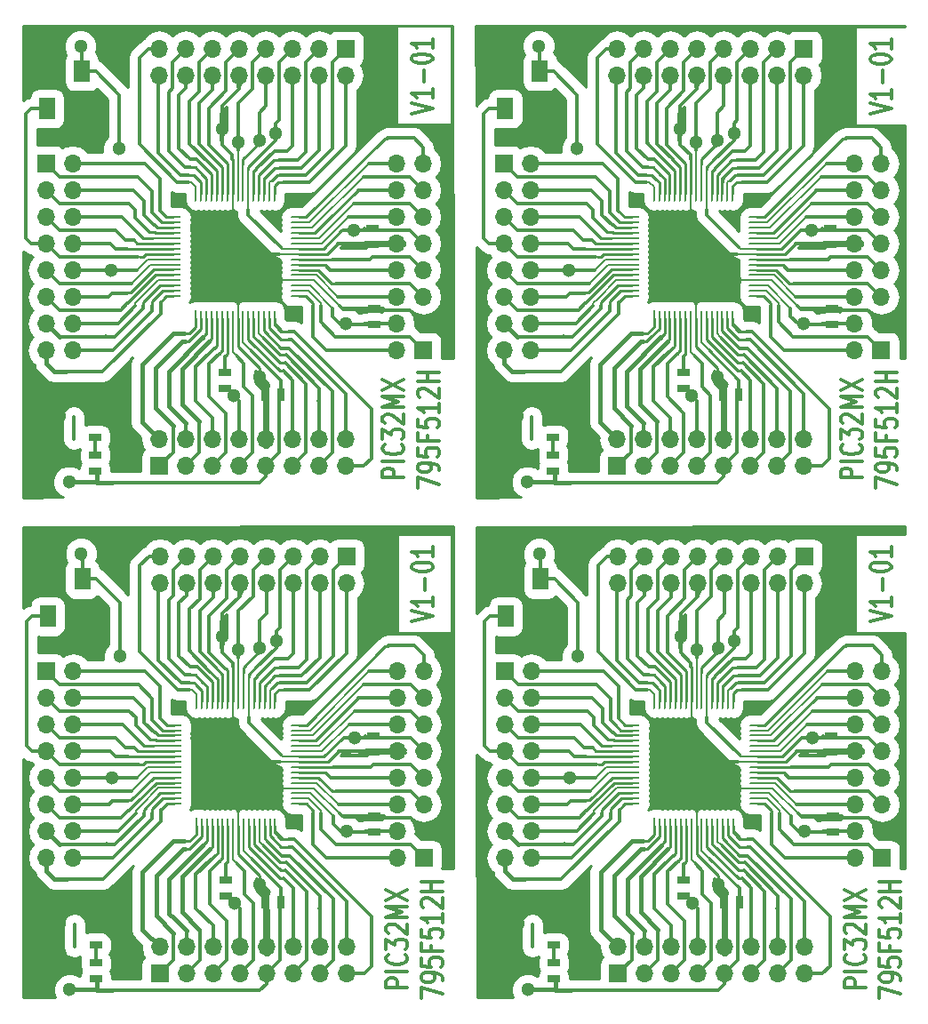
<source format=gtl>
G04 #@! TF.FileFunction,Copper,L1,Top,Signal*
%FSLAX46Y46*%
G04 Gerber Fmt 4.6, Leading zero omitted, Abs format (unit mm)*
G04 Created by KiCad (PCBNEW 4.0.5+dfsg1-4) date Mon Jul  9 23:17:01 2018*
%MOMM*%
%LPD*%
G01*
G04 APERTURE LIST*
%ADD10C,0.150000*%
%ADD11C,0.304800*%
%ADD12R,1.700000X1.700000*%
%ADD13O,1.700000X1.700000*%
%ADD14R,0.248920X1.524000*%
%ADD15O,0.248920X1.524000*%
%ADD16O,1.524000X0.248920*%
%ADD17R,1.524000X2.032000*%
%ADD18R,1.143000X0.635000*%
%ADD19R,0.635000X1.143000*%
%ADD20C,1.300000*%
%ADD21C,0.350520*%
%ADD22C,0.203200*%
%ADD23C,0.398780*%
%ADD24C,0.248920*%
%ADD25C,0.231140*%
%ADD26C,0.299720*%
%ADD27C,0.254000*%
G04 APERTURE END LIST*
D10*
D11*
X190758838Y-45462372D02*
X192790838Y-44954372D01*
X190758838Y-44446372D01*
X192790838Y-43140086D02*
X192790838Y-44010943D01*
X192790838Y-43575515D02*
X190758838Y-43575515D01*
X191049124Y-43720658D01*
X191242648Y-43865800D01*
X191339410Y-44010943D01*
X192016743Y-42486943D02*
X192016743Y-41325800D01*
X190758838Y-40309800D02*
X190758838Y-40164657D01*
X190855600Y-40019514D01*
X190952362Y-39946943D01*
X191145886Y-39874372D01*
X191532933Y-39801800D01*
X192016743Y-39801800D01*
X192403790Y-39874372D01*
X192597314Y-39946943D01*
X192694076Y-40019514D01*
X192790838Y-40164657D01*
X192790838Y-40309800D01*
X192694076Y-40454943D01*
X192597314Y-40527514D01*
X192403790Y-40600086D01*
X192016743Y-40672657D01*
X191532933Y-40672657D01*
X191145886Y-40600086D01*
X190952362Y-40527514D01*
X190855600Y-40454943D01*
X190758838Y-40309800D01*
X192790838Y-38350371D02*
X192790838Y-39221228D01*
X192790838Y-38785800D02*
X190758838Y-38785800D01*
X191049124Y-38930943D01*
X191242648Y-39076085D01*
X191339410Y-39221228D01*
X190009538Y-80073500D02*
X187977538Y-80073500D01*
X187977538Y-79492928D01*
X188074300Y-79347786D01*
X188171062Y-79275214D01*
X188364586Y-79202643D01*
X188654871Y-79202643D01*
X188848395Y-79275214D01*
X188945157Y-79347786D01*
X189041919Y-79492928D01*
X189041919Y-80073500D01*
X190009538Y-78549500D02*
X187977538Y-78549500D01*
X189816014Y-76952929D02*
X189912776Y-77025500D01*
X190009538Y-77243214D01*
X190009538Y-77388357D01*
X189912776Y-77606072D01*
X189719252Y-77751214D01*
X189525729Y-77823786D01*
X189138681Y-77896357D01*
X188848395Y-77896357D01*
X188461348Y-77823786D01*
X188267824Y-77751214D01*
X188074300Y-77606072D01*
X187977538Y-77388357D01*
X187977538Y-77243214D01*
X188074300Y-77025500D01*
X188171062Y-76952929D01*
X187977538Y-76444929D02*
X187977538Y-75501500D01*
X188751633Y-76009500D01*
X188751633Y-75791786D01*
X188848395Y-75646643D01*
X188945157Y-75574072D01*
X189138681Y-75501500D01*
X189622490Y-75501500D01*
X189816014Y-75574072D01*
X189912776Y-75646643D01*
X190009538Y-75791786D01*
X190009538Y-76227214D01*
X189912776Y-76372357D01*
X189816014Y-76444929D01*
X188171062Y-74920928D02*
X188074300Y-74848357D01*
X187977538Y-74703214D01*
X187977538Y-74340357D01*
X188074300Y-74195214D01*
X188171062Y-74122643D01*
X188364586Y-74050071D01*
X188558110Y-74050071D01*
X188848395Y-74122643D01*
X190009538Y-74993500D01*
X190009538Y-74050071D01*
X190009538Y-73396928D02*
X187977538Y-73396928D01*
X189428967Y-72888928D01*
X187977538Y-72380928D01*
X190009538Y-72380928D01*
X187977538Y-71800357D02*
X190009538Y-70784357D01*
X187977538Y-70784357D02*
X190009538Y-71800357D01*
X191330338Y-81089501D02*
X191330338Y-80073501D01*
X193362338Y-80726644D01*
X193362338Y-79420357D02*
X193362338Y-79130072D01*
X193265576Y-78984929D01*
X193168814Y-78912357D01*
X192878529Y-78767215D01*
X192491481Y-78694643D01*
X191717386Y-78694643D01*
X191523862Y-78767215D01*
X191427100Y-78839786D01*
X191330338Y-78984929D01*
X191330338Y-79275215D01*
X191427100Y-79420357D01*
X191523862Y-79492929D01*
X191717386Y-79565500D01*
X192201195Y-79565500D01*
X192394719Y-79492929D01*
X192491481Y-79420357D01*
X192588243Y-79275215D01*
X192588243Y-78984929D01*
X192491481Y-78839786D01*
X192394719Y-78767215D01*
X192201195Y-78694643D01*
X191330338Y-77315786D02*
X191330338Y-78041500D01*
X192297957Y-78114071D01*
X192201195Y-78041500D01*
X192104433Y-77896357D01*
X192104433Y-77533500D01*
X192201195Y-77388357D01*
X192297957Y-77315786D01*
X192491481Y-77243214D01*
X192975290Y-77243214D01*
X193168814Y-77315786D01*
X193265576Y-77388357D01*
X193362338Y-77533500D01*
X193362338Y-77896357D01*
X193265576Y-78041500D01*
X193168814Y-78114071D01*
X192297957Y-76082071D02*
X192297957Y-76590071D01*
X193362338Y-76590071D02*
X191330338Y-76590071D01*
X191330338Y-75864357D01*
X191330338Y-74558071D02*
X191330338Y-75283785D01*
X192297957Y-75356356D01*
X192201195Y-75283785D01*
X192104433Y-75138642D01*
X192104433Y-74775785D01*
X192201195Y-74630642D01*
X192297957Y-74558071D01*
X192491481Y-74485499D01*
X192975290Y-74485499D01*
X193168814Y-74558071D01*
X193265576Y-74630642D01*
X193362338Y-74775785D01*
X193362338Y-75138642D01*
X193265576Y-75283785D01*
X193168814Y-75356356D01*
X193362338Y-73034070D02*
X193362338Y-73904927D01*
X193362338Y-73469499D02*
X191330338Y-73469499D01*
X191620624Y-73614642D01*
X191814148Y-73759784D01*
X191910910Y-73904927D01*
X191523862Y-72453498D02*
X191427100Y-72380927D01*
X191330338Y-72235784D01*
X191330338Y-71872927D01*
X191427100Y-71727784D01*
X191523862Y-71655213D01*
X191717386Y-71582641D01*
X191910910Y-71582641D01*
X192201195Y-71655213D01*
X193362338Y-72526070D01*
X193362338Y-71582641D01*
X193362338Y-70929498D02*
X191330338Y-70929498D01*
X192297957Y-70929498D02*
X192297957Y-70058641D01*
X193362338Y-70058641D02*
X191330338Y-70058641D01*
X190758838Y-93823972D02*
X192790838Y-93315972D01*
X190758838Y-92807972D01*
X192790838Y-91501686D02*
X192790838Y-92372543D01*
X192790838Y-91937115D02*
X190758838Y-91937115D01*
X191049124Y-92082258D01*
X191242648Y-92227400D01*
X191339410Y-92372543D01*
X192016743Y-90848543D02*
X192016743Y-89687400D01*
X190758838Y-88671400D02*
X190758838Y-88526257D01*
X190855600Y-88381114D01*
X190952362Y-88308543D01*
X191145886Y-88235972D01*
X191532933Y-88163400D01*
X192016743Y-88163400D01*
X192403790Y-88235972D01*
X192597314Y-88308543D01*
X192694076Y-88381114D01*
X192790838Y-88526257D01*
X192790838Y-88671400D01*
X192694076Y-88816543D01*
X192597314Y-88889114D01*
X192403790Y-88961686D01*
X192016743Y-89034257D01*
X191532933Y-89034257D01*
X191145886Y-88961686D01*
X190952362Y-88889114D01*
X190855600Y-88816543D01*
X190758838Y-88671400D01*
X192790838Y-86711971D02*
X192790838Y-87582828D01*
X192790838Y-87147400D02*
X190758838Y-87147400D01*
X191049124Y-87292543D01*
X191242648Y-87437685D01*
X191339410Y-87582828D01*
X190352438Y-128651000D02*
X188320438Y-128651000D01*
X188320438Y-128070428D01*
X188417200Y-127925286D01*
X188513962Y-127852714D01*
X188707486Y-127780143D01*
X188997771Y-127780143D01*
X189191295Y-127852714D01*
X189288057Y-127925286D01*
X189384819Y-128070428D01*
X189384819Y-128651000D01*
X190352438Y-127127000D02*
X188320438Y-127127000D01*
X190158914Y-125530429D02*
X190255676Y-125603000D01*
X190352438Y-125820714D01*
X190352438Y-125965857D01*
X190255676Y-126183572D01*
X190062152Y-126328714D01*
X189868629Y-126401286D01*
X189481581Y-126473857D01*
X189191295Y-126473857D01*
X188804248Y-126401286D01*
X188610724Y-126328714D01*
X188417200Y-126183572D01*
X188320438Y-125965857D01*
X188320438Y-125820714D01*
X188417200Y-125603000D01*
X188513962Y-125530429D01*
X188320438Y-125022429D02*
X188320438Y-124079000D01*
X189094533Y-124587000D01*
X189094533Y-124369286D01*
X189191295Y-124224143D01*
X189288057Y-124151572D01*
X189481581Y-124079000D01*
X189965390Y-124079000D01*
X190158914Y-124151572D01*
X190255676Y-124224143D01*
X190352438Y-124369286D01*
X190352438Y-124804714D01*
X190255676Y-124949857D01*
X190158914Y-125022429D01*
X188513962Y-123498428D02*
X188417200Y-123425857D01*
X188320438Y-123280714D01*
X188320438Y-122917857D01*
X188417200Y-122772714D01*
X188513962Y-122700143D01*
X188707486Y-122627571D01*
X188901010Y-122627571D01*
X189191295Y-122700143D01*
X190352438Y-123571000D01*
X190352438Y-122627571D01*
X190352438Y-121974428D02*
X188320438Y-121974428D01*
X189771867Y-121466428D01*
X188320438Y-120958428D01*
X190352438Y-120958428D01*
X188320438Y-120377857D02*
X190352438Y-119361857D01*
X188320438Y-119361857D02*
X190352438Y-120377857D01*
X191673238Y-129667001D02*
X191673238Y-128651001D01*
X193705238Y-129304144D01*
X193705238Y-127997857D02*
X193705238Y-127707572D01*
X193608476Y-127562429D01*
X193511714Y-127489857D01*
X193221429Y-127344715D01*
X192834381Y-127272143D01*
X192060286Y-127272143D01*
X191866762Y-127344715D01*
X191770000Y-127417286D01*
X191673238Y-127562429D01*
X191673238Y-127852715D01*
X191770000Y-127997857D01*
X191866762Y-128070429D01*
X192060286Y-128143000D01*
X192544095Y-128143000D01*
X192737619Y-128070429D01*
X192834381Y-127997857D01*
X192931143Y-127852715D01*
X192931143Y-127562429D01*
X192834381Y-127417286D01*
X192737619Y-127344715D01*
X192544095Y-127272143D01*
X191673238Y-125893286D02*
X191673238Y-126619000D01*
X192640857Y-126691571D01*
X192544095Y-126619000D01*
X192447333Y-126473857D01*
X192447333Y-126111000D01*
X192544095Y-125965857D01*
X192640857Y-125893286D01*
X192834381Y-125820714D01*
X193318190Y-125820714D01*
X193511714Y-125893286D01*
X193608476Y-125965857D01*
X193705238Y-126111000D01*
X193705238Y-126473857D01*
X193608476Y-126619000D01*
X193511714Y-126691571D01*
X192640857Y-124659571D02*
X192640857Y-125167571D01*
X193705238Y-125167571D02*
X191673238Y-125167571D01*
X191673238Y-124441857D01*
X191673238Y-123135571D02*
X191673238Y-123861285D01*
X192640857Y-123933856D01*
X192544095Y-123861285D01*
X192447333Y-123716142D01*
X192447333Y-123353285D01*
X192544095Y-123208142D01*
X192640857Y-123135571D01*
X192834381Y-123062999D01*
X193318190Y-123062999D01*
X193511714Y-123135571D01*
X193608476Y-123208142D01*
X193705238Y-123353285D01*
X193705238Y-123716142D01*
X193608476Y-123861285D01*
X193511714Y-123933856D01*
X193705238Y-121611570D02*
X193705238Y-122482427D01*
X193705238Y-122046999D02*
X191673238Y-122046999D01*
X191963524Y-122192142D01*
X192157048Y-122337284D01*
X192253810Y-122482427D01*
X191866762Y-121030998D02*
X191770000Y-120958427D01*
X191673238Y-120813284D01*
X191673238Y-120450427D01*
X191770000Y-120305284D01*
X191866762Y-120232713D01*
X192060286Y-120160141D01*
X192253810Y-120160141D01*
X192544095Y-120232713D01*
X193705238Y-121103570D01*
X193705238Y-120160141D01*
X193705238Y-119506998D02*
X191673238Y-119506998D01*
X192640857Y-119506998D02*
X192640857Y-118636141D01*
X193705238Y-118636141D02*
X191673238Y-118636141D01*
X146715238Y-128651000D02*
X144683238Y-128651000D01*
X144683238Y-128070428D01*
X144780000Y-127925286D01*
X144876762Y-127852714D01*
X145070286Y-127780143D01*
X145360571Y-127780143D01*
X145554095Y-127852714D01*
X145650857Y-127925286D01*
X145747619Y-128070428D01*
X145747619Y-128651000D01*
X146715238Y-127127000D02*
X144683238Y-127127000D01*
X146521714Y-125530429D02*
X146618476Y-125603000D01*
X146715238Y-125820714D01*
X146715238Y-125965857D01*
X146618476Y-126183572D01*
X146424952Y-126328714D01*
X146231429Y-126401286D01*
X145844381Y-126473857D01*
X145554095Y-126473857D01*
X145167048Y-126401286D01*
X144973524Y-126328714D01*
X144780000Y-126183572D01*
X144683238Y-125965857D01*
X144683238Y-125820714D01*
X144780000Y-125603000D01*
X144876762Y-125530429D01*
X144683238Y-125022429D02*
X144683238Y-124079000D01*
X145457333Y-124587000D01*
X145457333Y-124369286D01*
X145554095Y-124224143D01*
X145650857Y-124151572D01*
X145844381Y-124079000D01*
X146328190Y-124079000D01*
X146521714Y-124151572D01*
X146618476Y-124224143D01*
X146715238Y-124369286D01*
X146715238Y-124804714D01*
X146618476Y-124949857D01*
X146521714Y-125022429D01*
X144876762Y-123498428D02*
X144780000Y-123425857D01*
X144683238Y-123280714D01*
X144683238Y-122917857D01*
X144780000Y-122772714D01*
X144876762Y-122700143D01*
X145070286Y-122627571D01*
X145263810Y-122627571D01*
X145554095Y-122700143D01*
X146715238Y-123571000D01*
X146715238Y-122627571D01*
X146715238Y-121974428D02*
X144683238Y-121974428D01*
X146134667Y-121466428D01*
X144683238Y-120958428D01*
X146715238Y-120958428D01*
X144683238Y-120377857D02*
X146715238Y-119361857D01*
X144683238Y-119361857D02*
X146715238Y-120377857D01*
X148036038Y-129667001D02*
X148036038Y-128651001D01*
X150068038Y-129304144D01*
X150068038Y-127997857D02*
X150068038Y-127707572D01*
X149971276Y-127562429D01*
X149874514Y-127489857D01*
X149584229Y-127344715D01*
X149197181Y-127272143D01*
X148423086Y-127272143D01*
X148229562Y-127344715D01*
X148132800Y-127417286D01*
X148036038Y-127562429D01*
X148036038Y-127852715D01*
X148132800Y-127997857D01*
X148229562Y-128070429D01*
X148423086Y-128143000D01*
X148906895Y-128143000D01*
X149100419Y-128070429D01*
X149197181Y-127997857D01*
X149293943Y-127852715D01*
X149293943Y-127562429D01*
X149197181Y-127417286D01*
X149100419Y-127344715D01*
X148906895Y-127272143D01*
X148036038Y-125893286D02*
X148036038Y-126619000D01*
X149003657Y-126691571D01*
X148906895Y-126619000D01*
X148810133Y-126473857D01*
X148810133Y-126111000D01*
X148906895Y-125965857D01*
X149003657Y-125893286D01*
X149197181Y-125820714D01*
X149680990Y-125820714D01*
X149874514Y-125893286D01*
X149971276Y-125965857D01*
X150068038Y-126111000D01*
X150068038Y-126473857D01*
X149971276Y-126619000D01*
X149874514Y-126691571D01*
X149003657Y-124659571D02*
X149003657Y-125167571D01*
X150068038Y-125167571D02*
X148036038Y-125167571D01*
X148036038Y-124441857D01*
X148036038Y-123135571D02*
X148036038Y-123861285D01*
X149003657Y-123933856D01*
X148906895Y-123861285D01*
X148810133Y-123716142D01*
X148810133Y-123353285D01*
X148906895Y-123208142D01*
X149003657Y-123135571D01*
X149197181Y-123062999D01*
X149680990Y-123062999D01*
X149874514Y-123135571D01*
X149971276Y-123208142D01*
X150068038Y-123353285D01*
X150068038Y-123716142D01*
X149971276Y-123861285D01*
X149874514Y-123933856D01*
X150068038Y-121611570D02*
X150068038Y-122482427D01*
X150068038Y-122046999D02*
X148036038Y-122046999D01*
X148326324Y-122192142D01*
X148519848Y-122337284D01*
X148616610Y-122482427D01*
X148229562Y-121030998D02*
X148132800Y-120958427D01*
X148036038Y-120813284D01*
X148036038Y-120450427D01*
X148132800Y-120305284D01*
X148229562Y-120232713D01*
X148423086Y-120160141D01*
X148616610Y-120160141D01*
X148906895Y-120232713D01*
X150068038Y-121103570D01*
X150068038Y-120160141D01*
X150068038Y-119506998D02*
X148036038Y-119506998D01*
X149003657Y-119506998D02*
X149003657Y-118636141D01*
X150068038Y-118636141D02*
X148036038Y-118636141D01*
X147121638Y-93823972D02*
X149153638Y-93315972D01*
X147121638Y-92807972D01*
X149153638Y-91501686D02*
X149153638Y-92372543D01*
X149153638Y-91937115D02*
X147121638Y-91937115D01*
X147411924Y-92082258D01*
X147605448Y-92227400D01*
X147702210Y-92372543D01*
X148379543Y-90848543D02*
X148379543Y-89687400D01*
X147121638Y-88671400D02*
X147121638Y-88526257D01*
X147218400Y-88381114D01*
X147315162Y-88308543D01*
X147508686Y-88235972D01*
X147895733Y-88163400D01*
X148379543Y-88163400D01*
X148766590Y-88235972D01*
X148960114Y-88308543D01*
X149056876Y-88381114D01*
X149153638Y-88526257D01*
X149153638Y-88671400D01*
X149056876Y-88816543D01*
X148960114Y-88889114D01*
X148766590Y-88961686D01*
X148379543Y-89034257D01*
X147895733Y-89034257D01*
X147508686Y-88961686D01*
X147315162Y-88889114D01*
X147218400Y-88816543D01*
X147121638Y-88671400D01*
X149153638Y-86711971D02*
X149153638Y-87582828D01*
X149153638Y-87147400D02*
X147121638Y-87147400D01*
X147411924Y-87292543D01*
X147605448Y-87437685D01*
X147702210Y-87582828D01*
X146372338Y-80073500D02*
X144340338Y-80073500D01*
X144340338Y-79492928D01*
X144437100Y-79347786D01*
X144533862Y-79275214D01*
X144727386Y-79202643D01*
X145017671Y-79202643D01*
X145211195Y-79275214D01*
X145307957Y-79347786D01*
X145404719Y-79492928D01*
X145404719Y-80073500D01*
X146372338Y-78549500D02*
X144340338Y-78549500D01*
X146178814Y-76952929D02*
X146275576Y-77025500D01*
X146372338Y-77243214D01*
X146372338Y-77388357D01*
X146275576Y-77606072D01*
X146082052Y-77751214D01*
X145888529Y-77823786D01*
X145501481Y-77896357D01*
X145211195Y-77896357D01*
X144824148Y-77823786D01*
X144630624Y-77751214D01*
X144437100Y-77606072D01*
X144340338Y-77388357D01*
X144340338Y-77243214D01*
X144437100Y-77025500D01*
X144533862Y-76952929D01*
X144340338Y-76444929D02*
X144340338Y-75501500D01*
X145114433Y-76009500D01*
X145114433Y-75791786D01*
X145211195Y-75646643D01*
X145307957Y-75574072D01*
X145501481Y-75501500D01*
X145985290Y-75501500D01*
X146178814Y-75574072D01*
X146275576Y-75646643D01*
X146372338Y-75791786D01*
X146372338Y-76227214D01*
X146275576Y-76372357D01*
X146178814Y-76444929D01*
X144533862Y-74920928D02*
X144437100Y-74848357D01*
X144340338Y-74703214D01*
X144340338Y-74340357D01*
X144437100Y-74195214D01*
X144533862Y-74122643D01*
X144727386Y-74050071D01*
X144920910Y-74050071D01*
X145211195Y-74122643D01*
X146372338Y-74993500D01*
X146372338Y-74050071D01*
X146372338Y-73396928D02*
X144340338Y-73396928D01*
X145791767Y-72888928D01*
X144340338Y-72380928D01*
X146372338Y-72380928D01*
X144340338Y-71800357D02*
X146372338Y-70784357D01*
X144340338Y-70784357D02*
X146372338Y-71800357D01*
X147693138Y-81089501D02*
X147693138Y-80073501D01*
X149725138Y-80726644D01*
X149725138Y-79420357D02*
X149725138Y-79130072D01*
X149628376Y-78984929D01*
X149531614Y-78912357D01*
X149241329Y-78767215D01*
X148854281Y-78694643D01*
X148080186Y-78694643D01*
X147886662Y-78767215D01*
X147789900Y-78839786D01*
X147693138Y-78984929D01*
X147693138Y-79275215D01*
X147789900Y-79420357D01*
X147886662Y-79492929D01*
X148080186Y-79565500D01*
X148563995Y-79565500D01*
X148757519Y-79492929D01*
X148854281Y-79420357D01*
X148951043Y-79275215D01*
X148951043Y-78984929D01*
X148854281Y-78839786D01*
X148757519Y-78767215D01*
X148563995Y-78694643D01*
X147693138Y-77315786D02*
X147693138Y-78041500D01*
X148660757Y-78114071D01*
X148563995Y-78041500D01*
X148467233Y-77896357D01*
X148467233Y-77533500D01*
X148563995Y-77388357D01*
X148660757Y-77315786D01*
X148854281Y-77243214D01*
X149338090Y-77243214D01*
X149531614Y-77315786D01*
X149628376Y-77388357D01*
X149725138Y-77533500D01*
X149725138Y-77896357D01*
X149628376Y-78041500D01*
X149531614Y-78114071D01*
X148660757Y-76082071D02*
X148660757Y-76590071D01*
X149725138Y-76590071D02*
X147693138Y-76590071D01*
X147693138Y-75864357D01*
X147693138Y-74558071D02*
X147693138Y-75283785D01*
X148660757Y-75356356D01*
X148563995Y-75283785D01*
X148467233Y-75138642D01*
X148467233Y-74775785D01*
X148563995Y-74630642D01*
X148660757Y-74558071D01*
X148854281Y-74485499D01*
X149338090Y-74485499D01*
X149531614Y-74558071D01*
X149628376Y-74630642D01*
X149725138Y-74775785D01*
X149725138Y-75138642D01*
X149628376Y-75283785D01*
X149531614Y-75356356D01*
X149725138Y-73034070D02*
X149725138Y-73904927D01*
X149725138Y-73469499D02*
X147693138Y-73469499D01*
X147983424Y-73614642D01*
X148176948Y-73759784D01*
X148273710Y-73904927D01*
X147886662Y-72453498D02*
X147789900Y-72380927D01*
X147693138Y-72235784D01*
X147693138Y-71872927D01*
X147789900Y-71727784D01*
X147886662Y-71655213D01*
X148080186Y-71582641D01*
X148273710Y-71582641D01*
X148563995Y-71655213D01*
X149725138Y-72526070D01*
X149725138Y-71582641D01*
X149725138Y-70929498D02*
X147693138Y-70929498D01*
X148660757Y-70929498D02*
X148660757Y-70058641D01*
X149725138Y-70058641D02*
X147693138Y-70058641D01*
X147070838Y-45411572D02*
X149102838Y-44903572D01*
X147070838Y-44395572D01*
X149102838Y-43089286D02*
X149102838Y-43960143D01*
X149102838Y-43524715D02*
X147070838Y-43524715D01*
X147361124Y-43669858D01*
X147554648Y-43815000D01*
X147651410Y-43960143D01*
X148328743Y-42436143D02*
X148328743Y-41275000D01*
X147070838Y-40259000D02*
X147070838Y-40113857D01*
X147167600Y-39968714D01*
X147264362Y-39896143D01*
X147457886Y-39823572D01*
X147844933Y-39751000D01*
X148328743Y-39751000D01*
X148715790Y-39823572D01*
X148909314Y-39896143D01*
X149006076Y-39968714D01*
X149102838Y-40113857D01*
X149102838Y-40259000D01*
X149006076Y-40404143D01*
X148909314Y-40476714D01*
X148715790Y-40549286D01*
X148328743Y-40621857D01*
X147844933Y-40621857D01*
X147457886Y-40549286D01*
X147264362Y-40476714D01*
X147167600Y-40404143D01*
X147070838Y-40259000D01*
X149102838Y-38299571D02*
X149102838Y-39170428D01*
X149102838Y-38735000D02*
X147070838Y-38735000D01*
X147361124Y-38880143D01*
X147554648Y-39025285D01*
X147651410Y-39170428D01*
D12*
X155905200Y-50165000D03*
D13*
X158445200Y-50165000D03*
X155905200Y-52705000D03*
X158445200Y-52705000D03*
X155905200Y-55245000D03*
X158445200Y-55245000D03*
X155905200Y-57785000D03*
X158445200Y-57785000D03*
X155905200Y-60325000D03*
X158445200Y-60325000D03*
X155905200Y-62865000D03*
X158445200Y-62865000D03*
X155905200Y-65405000D03*
X158445200Y-65405000D03*
X155905200Y-67945000D03*
X158445200Y-67945000D03*
D12*
X166700200Y-78994000D03*
D13*
X166700200Y-76454000D03*
X169240200Y-78994000D03*
X169240200Y-76454000D03*
X171780200Y-78994000D03*
X171780200Y-76454000D03*
X174320200Y-78994000D03*
X174320200Y-76454000D03*
X176860200Y-78994000D03*
X176860200Y-76454000D03*
X179400200Y-78994000D03*
X179400200Y-76454000D03*
X181940200Y-78994000D03*
X181940200Y-76454000D03*
X184480200Y-78994000D03*
X184480200Y-76454000D03*
D12*
X191846200Y-67945000D03*
D13*
X189306200Y-67945000D03*
X191846200Y-65405000D03*
X189306200Y-65405000D03*
X191846200Y-62865000D03*
X189306200Y-62865000D03*
X191846200Y-60325000D03*
X189306200Y-60325000D03*
X191846200Y-57785000D03*
X189306200Y-57785000D03*
X191846200Y-55245000D03*
X189306200Y-55245000D03*
X191846200Y-52705000D03*
X189306200Y-52705000D03*
X191846200Y-50165000D03*
X189306200Y-50165000D03*
D12*
X184480200Y-39243000D03*
D13*
X184480200Y-41783000D03*
X181940200Y-39243000D03*
X181940200Y-41783000D03*
X179400200Y-39243000D03*
X179400200Y-41783000D03*
X176860200Y-39243000D03*
X176860200Y-41783000D03*
X174320200Y-39243000D03*
X174320200Y-41783000D03*
X171780200Y-39243000D03*
X171780200Y-41783000D03*
X169240200Y-39243000D03*
X169240200Y-41783000D03*
X166700200Y-39243000D03*
X166700200Y-41783000D03*
D14*
X170190160Y-64924940D03*
D15*
X170690540Y-64924940D03*
X171190920Y-64924940D03*
X171691300Y-64924940D03*
X172191680Y-64924940D03*
X172689520Y-64924940D03*
X173189900Y-64924940D03*
X173690280Y-64924940D03*
X174190660Y-64924940D03*
X174691040Y-64924940D03*
X175191420Y-64924940D03*
X175689260Y-64924940D03*
X176189640Y-64924940D03*
X176690020Y-64924940D03*
X177190400Y-64924940D03*
X177690780Y-64924940D03*
D16*
X179971700Y-62804040D03*
X179971700Y-62303660D03*
X179971700Y-61803280D03*
X179971700Y-61302900D03*
X179971700Y-60802520D03*
X179971700Y-60304680D03*
X179971700Y-59804300D03*
X179971700Y-59303920D03*
X179971700Y-58803540D03*
X179971700Y-58303160D03*
X179971700Y-57802780D03*
X179971700Y-57304940D03*
X179971700Y-56804560D03*
X179971700Y-56304180D03*
X179971700Y-55803800D03*
X179971700Y-55303420D03*
D15*
X177690780Y-53022500D03*
X177190400Y-53022500D03*
X176690020Y-53022500D03*
X176189640Y-53022500D03*
X175689260Y-53022500D03*
X175191420Y-53022500D03*
X174691040Y-53022500D03*
X174190660Y-53022500D03*
X173690280Y-53022500D03*
X173189900Y-53022500D03*
X172689520Y-53022500D03*
X172191680Y-53022500D03*
X171691300Y-53022500D03*
X171190920Y-53022500D03*
X170690540Y-53022500D03*
X170190160Y-53022500D03*
D16*
X168069260Y-55303420D03*
X168069260Y-55803800D03*
X168069260Y-56804560D03*
X168051480Y-56304180D03*
X168069260Y-57304940D03*
X168069260Y-57802780D03*
X168069260Y-58303160D03*
X168069260Y-58803540D03*
X168069260Y-59303920D03*
X168069260Y-59804300D03*
X168069260Y-60297060D03*
X168069260Y-60797440D03*
X168069260Y-61297820D03*
X168069260Y-61798200D03*
X168069260Y-62296040D03*
X168069260Y-62796420D03*
D17*
X159334200Y-41402000D03*
X156032200Y-41402000D03*
X156032200Y-44958000D03*
X159334200Y-44958000D03*
D18*
X160604200Y-76263500D03*
X160604200Y-74739500D03*
X172986700Y-70040500D03*
X172986700Y-71564500D03*
D19*
X178257200Y-72199500D03*
X176733200Y-72199500D03*
D18*
X187020200Y-56388000D03*
X187020200Y-57912000D03*
X160604200Y-79502000D03*
X160604200Y-77978000D03*
X187147200Y-65532000D03*
X187147200Y-64008000D03*
X187198000Y-113893600D03*
X187198000Y-112369600D03*
X160655000Y-127863600D03*
X160655000Y-126339600D03*
X187071000Y-104749600D03*
X187071000Y-106273600D03*
D19*
X178308000Y-120561100D03*
X176784000Y-120561100D03*
D18*
X173037500Y-118402100D03*
X173037500Y-119926100D03*
X160655000Y-124625100D03*
X160655000Y-123101100D03*
D17*
X156083000Y-93319600D03*
X159385000Y-93319600D03*
X159385000Y-89763600D03*
X156083000Y-89763600D03*
D14*
X170240960Y-113286540D03*
D15*
X170741340Y-113286540D03*
X171241720Y-113286540D03*
X171742100Y-113286540D03*
X172242480Y-113286540D03*
X172740320Y-113286540D03*
X173240700Y-113286540D03*
X173741080Y-113286540D03*
X174241460Y-113286540D03*
X174741840Y-113286540D03*
X175242220Y-113286540D03*
X175740060Y-113286540D03*
X176240440Y-113286540D03*
X176740820Y-113286540D03*
X177241200Y-113286540D03*
X177741580Y-113286540D03*
D16*
X180022500Y-111165640D03*
X180022500Y-110665260D03*
X180022500Y-110164880D03*
X180022500Y-109664500D03*
X180022500Y-109164120D03*
X180022500Y-108666280D03*
X180022500Y-108165900D03*
X180022500Y-107665520D03*
X180022500Y-107165140D03*
X180022500Y-106664760D03*
X180022500Y-106164380D03*
X180022500Y-105666540D03*
X180022500Y-105166160D03*
X180022500Y-104665780D03*
X180022500Y-104165400D03*
X180022500Y-103665020D03*
D15*
X177741580Y-101384100D03*
X177241200Y-101384100D03*
X176740820Y-101384100D03*
X176240440Y-101384100D03*
X175740060Y-101384100D03*
X175242220Y-101384100D03*
X174741840Y-101384100D03*
X174241460Y-101384100D03*
X173741080Y-101384100D03*
X173240700Y-101384100D03*
X172740320Y-101384100D03*
X172242480Y-101384100D03*
X171742100Y-101384100D03*
X171241720Y-101384100D03*
X170741340Y-101384100D03*
X170240960Y-101384100D03*
D16*
X168120060Y-103665020D03*
X168120060Y-104165400D03*
X168120060Y-105166160D03*
X168102280Y-104665780D03*
X168120060Y-105666540D03*
X168120060Y-106164380D03*
X168120060Y-106664760D03*
X168120060Y-107165140D03*
X168120060Y-107665520D03*
X168120060Y-108165900D03*
X168120060Y-108658660D03*
X168120060Y-109159040D03*
X168120060Y-109659420D03*
X168120060Y-110159800D03*
X168120060Y-110657640D03*
X168120060Y-111158020D03*
D12*
X184531000Y-87604600D03*
D13*
X184531000Y-90144600D03*
X181991000Y-87604600D03*
X181991000Y-90144600D03*
X179451000Y-87604600D03*
X179451000Y-90144600D03*
X176911000Y-87604600D03*
X176911000Y-90144600D03*
X174371000Y-87604600D03*
X174371000Y-90144600D03*
X171831000Y-87604600D03*
X171831000Y-90144600D03*
X169291000Y-87604600D03*
X169291000Y-90144600D03*
X166751000Y-87604600D03*
X166751000Y-90144600D03*
D12*
X191897000Y-116306600D03*
D13*
X189357000Y-116306600D03*
X191897000Y-113766600D03*
X189357000Y-113766600D03*
X191897000Y-111226600D03*
X189357000Y-111226600D03*
X191897000Y-108686600D03*
X189357000Y-108686600D03*
X191897000Y-106146600D03*
X189357000Y-106146600D03*
X191897000Y-103606600D03*
X189357000Y-103606600D03*
X191897000Y-101066600D03*
X189357000Y-101066600D03*
X191897000Y-98526600D03*
X189357000Y-98526600D03*
D12*
X166751000Y-127355600D03*
D13*
X166751000Y-124815600D03*
X169291000Y-127355600D03*
X169291000Y-124815600D03*
X171831000Y-127355600D03*
X171831000Y-124815600D03*
X174371000Y-127355600D03*
X174371000Y-124815600D03*
X176911000Y-127355600D03*
X176911000Y-124815600D03*
X179451000Y-127355600D03*
X179451000Y-124815600D03*
X181991000Y-127355600D03*
X181991000Y-124815600D03*
X184531000Y-127355600D03*
X184531000Y-124815600D03*
D12*
X155956000Y-98526600D03*
D13*
X158496000Y-98526600D03*
X155956000Y-101066600D03*
X158496000Y-101066600D03*
X155956000Y-103606600D03*
X158496000Y-103606600D03*
X155956000Y-106146600D03*
X158496000Y-106146600D03*
X155956000Y-108686600D03*
X158496000Y-108686600D03*
X155956000Y-111226600D03*
X158496000Y-111226600D03*
X155956000Y-113766600D03*
X158496000Y-113766600D03*
X155956000Y-116306600D03*
X158496000Y-116306600D03*
D12*
X112318800Y-98526600D03*
D13*
X114858800Y-98526600D03*
X112318800Y-101066600D03*
X114858800Y-101066600D03*
X112318800Y-103606600D03*
X114858800Y-103606600D03*
X112318800Y-106146600D03*
X114858800Y-106146600D03*
X112318800Y-108686600D03*
X114858800Y-108686600D03*
X112318800Y-111226600D03*
X114858800Y-111226600D03*
X112318800Y-113766600D03*
X114858800Y-113766600D03*
X112318800Y-116306600D03*
X114858800Y-116306600D03*
D12*
X123113800Y-127355600D03*
D13*
X123113800Y-124815600D03*
X125653800Y-127355600D03*
X125653800Y-124815600D03*
X128193800Y-127355600D03*
X128193800Y-124815600D03*
X130733800Y-127355600D03*
X130733800Y-124815600D03*
X133273800Y-127355600D03*
X133273800Y-124815600D03*
X135813800Y-127355600D03*
X135813800Y-124815600D03*
X138353800Y-127355600D03*
X138353800Y-124815600D03*
X140893800Y-127355600D03*
X140893800Y-124815600D03*
D12*
X148259800Y-116306600D03*
D13*
X145719800Y-116306600D03*
X148259800Y-113766600D03*
X145719800Y-113766600D03*
X148259800Y-111226600D03*
X145719800Y-111226600D03*
X148259800Y-108686600D03*
X145719800Y-108686600D03*
X148259800Y-106146600D03*
X145719800Y-106146600D03*
X148259800Y-103606600D03*
X145719800Y-103606600D03*
X148259800Y-101066600D03*
X145719800Y-101066600D03*
X148259800Y-98526600D03*
X145719800Y-98526600D03*
D12*
X140893800Y-87604600D03*
D13*
X140893800Y-90144600D03*
X138353800Y-87604600D03*
X138353800Y-90144600D03*
X135813800Y-87604600D03*
X135813800Y-90144600D03*
X133273800Y-87604600D03*
X133273800Y-90144600D03*
X130733800Y-87604600D03*
X130733800Y-90144600D03*
X128193800Y-87604600D03*
X128193800Y-90144600D03*
X125653800Y-87604600D03*
X125653800Y-90144600D03*
X123113800Y-87604600D03*
X123113800Y-90144600D03*
D14*
X126603760Y-113286540D03*
D15*
X127104140Y-113286540D03*
X127604520Y-113286540D03*
X128104900Y-113286540D03*
X128605280Y-113286540D03*
X129103120Y-113286540D03*
X129603500Y-113286540D03*
X130103880Y-113286540D03*
X130604260Y-113286540D03*
X131104640Y-113286540D03*
X131605020Y-113286540D03*
X132102860Y-113286540D03*
X132603240Y-113286540D03*
X133103620Y-113286540D03*
X133604000Y-113286540D03*
X134104380Y-113286540D03*
D16*
X136385300Y-111165640D03*
X136385300Y-110665260D03*
X136385300Y-110164880D03*
X136385300Y-109664500D03*
X136385300Y-109164120D03*
X136385300Y-108666280D03*
X136385300Y-108165900D03*
X136385300Y-107665520D03*
X136385300Y-107165140D03*
X136385300Y-106664760D03*
X136385300Y-106164380D03*
X136385300Y-105666540D03*
X136385300Y-105166160D03*
X136385300Y-104665780D03*
X136385300Y-104165400D03*
X136385300Y-103665020D03*
D15*
X134104380Y-101384100D03*
X133604000Y-101384100D03*
X133103620Y-101384100D03*
X132603240Y-101384100D03*
X132102860Y-101384100D03*
X131605020Y-101384100D03*
X131104640Y-101384100D03*
X130604260Y-101384100D03*
X130103880Y-101384100D03*
X129603500Y-101384100D03*
X129103120Y-101384100D03*
X128605280Y-101384100D03*
X128104900Y-101384100D03*
X127604520Y-101384100D03*
X127104140Y-101384100D03*
X126603760Y-101384100D03*
D16*
X124482860Y-103665020D03*
X124482860Y-104165400D03*
X124482860Y-105166160D03*
X124465080Y-104665780D03*
X124482860Y-105666540D03*
X124482860Y-106164380D03*
X124482860Y-106664760D03*
X124482860Y-107165140D03*
X124482860Y-107665520D03*
X124482860Y-108165900D03*
X124482860Y-108658660D03*
X124482860Y-109159040D03*
X124482860Y-109659420D03*
X124482860Y-110159800D03*
X124482860Y-110657640D03*
X124482860Y-111158020D03*
D17*
X115747800Y-89763600D03*
X112445800Y-89763600D03*
X112445800Y-93319600D03*
X115747800Y-93319600D03*
D18*
X117017800Y-124625100D03*
X117017800Y-123101100D03*
X129400300Y-118402100D03*
X129400300Y-119926100D03*
D19*
X134670800Y-120561100D03*
X133146800Y-120561100D03*
D18*
X143433800Y-104749600D03*
X143433800Y-106273600D03*
X117017800Y-127863600D03*
X117017800Y-126339600D03*
X143560800Y-113893600D03*
X143560800Y-112369600D03*
X143510000Y-65532000D03*
X143510000Y-64008000D03*
X116967000Y-79502000D03*
X116967000Y-77978000D03*
X143383000Y-56388000D03*
X143383000Y-57912000D03*
D19*
X134620000Y-72199500D03*
X133096000Y-72199500D03*
D18*
X129349500Y-70040500D03*
X129349500Y-71564500D03*
X116967000Y-76263500D03*
X116967000Y-74739500D03*
D17*
X112395000Y-44958000D03*
X115697000Y-44958000D03*
X115697000Y-41402000D03*
X112395000Y-41402000D03*
D14*
X126552960Y-64924940D03*
D15*
X127053340Y-64924940D03*
X127553720Y-64924940D03*
X128054100Y-64924940D03*
X128554480Y-64924940D03*
X129052320Y-64924940D03*
X129552700Y-64924940D03*
X130053080Y-64924940D03*
X130553460Y-64924940D03*
X131053840Y-64924940D03*
X131554220Y-64924940D03*
X132052060Y-64924940D03*
X132552440Y-64924940D03*
X133052820Y-64924940D03*
X133553200Y-64924940D03*
X134053580Y-64924940D03*
D16*
X136334500Y-62804040D03*
X136334500Y-62303660D03*
X136334500Y-61803280D03*
X136334500Y-61302900D03*
X136334500Y-60802520D03*
X136334500Y-60304680D03*
X136334500Y-59804300D03*
X136334500Y-59303920D03*
X136334500Y-58803540D03*
X136334500Y-58303160D03*
X136334500Y-57802780D03*
X136334500Y-57304940D03*
X136334500Y-56804560D03*
X136334500Y-56304180D03*
X136334500Y-55803800D03*
X136334500Y-55303420D03*
D15*
X134053580Y-53022500D03*
X133553200Y-53022500D03*
X133052820Y-53022500D03*
X132552440Y-53022500D03*
X132052060Y-53022500D03*
X131554220Y-53022500D03*
X131053840Y-53022500D03*
X130553460Y-53022500D03*
X130053080Y-53022500D03*
X129552700Y-53022500D03*
X129052320Y-53022500D03*
X128554480Y-53022500D03*
X128054100Y-53022500D03*
X127553720Y-53022500D03*
X127053340Y-53022500D03*
X126552960Y-53022500D03*
D16*
X124432060Y-55303420D03*
X124432060Y-55803800D03*
X124432060Y-56804560D03*
X124414280Y-56304180D03*
X124432060Y-57304940D03*
X124432060Y-57802780D03*
X124432060Y-58303160D03*
X124432060Y-58803540D03*
X124432060Y-59303920D03*
X124432060Y-59804300D03*
X124432060Y-60297060D03*
X124432060Y-60797440D03*
X124432060Y-61297820D03*
X124432060Y-61798200D03*
X124432060Y-62296040D03*
X124432060Y-62796420D03*
D12*
X140843000Y-39243000D03*
D13*
X140843000Y-41783000D03*
X138303000Y-39243000D03*
X138303000Y-41783000D03*
X135763000Y-39243000D03*
X135763000Y-41783000D03*
X133223000Y-39243000D03*
X133223000Y-41783000D03*
X130683000Y-39243000D03*
X130683000Y-41783000D03*
X128143000Y-39243000D03*
X128143000Y-41783000D03*
X125603000Y-39243000D03*
X125603000Y-41783000D03*
X123063000Y-39243000D03*
X123063000Y-41783000D03*
D12*
X148209000Y-67945000D03*
D13*
X145669000Y-67945000D03*
X148209000Y-65405000D03*
X145669000Y-65405000D03*
X148209000Y-62865000D03*
X145669000Y-62865000D03*
X148209000Y-60325000D03*
X145669000Y-60325000D03*
X148209000Y-57785000D03*
X145669000Y-57785000D03*
X148209000Y-55245000D03*
X145669000Y-55245000D03*
X148209000Y-52705000D03*
X145669000Y-52705000D03*
X148209000Y-50165000D03*
X145669000Y-50165000D03*
D12*
X123063000Y-78994000D03*
D13*
X123063000Y-76454000D03*
X125603000Y-78994000D03*
X125603000Y-76454000D03*
X128143000Y-78994000D03*
X128143000Y-76454000D03*
X130683000Y-78994000D03*
X130683000Y-76454000D03*
X133223000Y-78994000D03*
X133223000Y-76454000D03*
X135763000Y-78994000D03*
X135763000Y-76454000D03*
X138303000Y-78994000D03*
X138303000Y-76454000D03*
X140843000Y-78994000D03*
X140843000Y-76454000D03*
D12*
X112268000Y-50165000D03*
D13*
X114808000Y-50165000D03*
X112268000Y-52705000D03*
X114808000Y-52705000D03*
X112268000Y-55245000D03*
X114808000Y-55245000D03*
X112268000Y-57785000D03*
X114808000Y-57785000D03*
X112268000Y-60325000D03*
X114808000Y-60325000D03*
X112268000Y-62865000D03*
X114808000Y-62865000D03*
X112268000Y-65405000D03*
X114808000Y-65405000D03*
X112268000Y-67945000D03*
X114808000Y-67945000D03*
D20*
X185242200Y-56515000D03*
X162890200Y-48768000D03*
X158127700Y-80518000D03*
X162128200Y-60325000D03*
X177812700Y-47307500D03*
X159207200Y-38989000D03*
X159258000Y-87350600D03*
X177863500Y-95669100D03*
X162179000Y-108686600D03*
X158178500Y-128879600D03*
X162941000Y-97129600D03*
X185293000Y-104876600D03*
X141655800Y-104876600D03*
X119303800Y-97129600D03*
X114541300Y-128879600D03*
X118541800Y-108686600D03*
X134226300Y-95669100D03*
X115620800Y-87350600D03*
X115570000Y-38989000D03*
X134175500Y-47307500D03*
X118491000Y-60325000D03*
X114490500Y-80518000D03*
X119253000Y-48768000D03*
X141605000Y-56515000D03*
X184480200Y-65405000D03*
X184531000Y-113766600D03*
X140893800Y-113766600D03*
X140843000Y-65405000D03*
X176225200Y-47942500D03*
X176276000Y-96304100D03*
X132638800Y-96304100D03*
X132588000Y-47942500D03*
X174193200Y-48133000D03*
X174244000Y-96494600D03*
X130606800Y-96494600D03*
X130556000Y-48133000D03*
X173812200Y-72263000D03*
X173863000Y-120624600D03*
X130225800Y-120624600D03*
X130175000Y-72263000D03*
X176225200Y-70485000D03*
X161239200Y-44958000D03*
X172669200Y-46863000D03*
X157175200Y-74231500D03*
X157226000Y-122593100D03*
X172720000Y-95224600D03*
X161290000Y-93319600D03*
X176276000Y-118846600D03*
X132638800Y-118846600D03*
X117652800Y-93319600D03*
X129082800Y-95224600D03*
X113588800Y-122593100D03*
X113538000Y-74231500D03*
X129032000Y-46863000D03*
X117602000Y-44958000D03*
X132588000Y-70485000D03*
D21*
X158572200Y-74295000D02*
X158572200Y-76454000D01*
X158623000Y-122656600D02*
X158623000Y-124815600D01*
X114985800Y-122656600D02*
X114985800Y-124815600D01*
X114935000Y-74295000D02*
X114935000Y-76454000D01*
D22*
X178394360Y-58303160D02*
X178257200Y-58166000D01*
D21*
X175191420Y-55100220D02*
X178257200Y-58166000D01*
X175191420Y-54610000D02*
X175191420Y-55100220D01*
X176860200Y-78994000D02*
X176860200Y-79946500D01*
X176860200Y-79946500D02*
X176225200Y-80581500D01*
D23*
X160667700Y-80518000D02*
X160731200Y-80581500D01*
X158127700Y-80518000D02*
X160667700Y-80518000D01*
D21*
X176225200Y-80581500D02*
X162191700Y-80581500D01*
D23*
X162191700Y-80581500D02*
X160731200Y-80581500D01*
D21*
X190576200Y-56515000D02*
X191846200Y-57785000D01*
X188671200Y-56515000D02*
X190576200Y-56515000D01*
X178130200Y-40513000D02*
X179400200Y-39243000D01*
X178130200Y-46037500D02*
X178130200Y-40513000D01*
X162128200Y-60325000D02*
X158445200Y-60325000D01*
X188036200Y-56515000D02*
X188671200Y-56515000D01*
X176860200Y-78994000D02*
X178130200Y-77724000D01*
X177812700Y-47307500D02*
X177812700Y-46355000D01*
X177812700Y-46355000D02*
X178130200Y-46037500D01*
D22*
X174691040Y-64924940D02*
X174691040Y-67236340D01*
X168069260Y-59303920D02*
X165562280Y-59303920D01*
D21*
X187147200Y-56515000D02*
X187020200Y-56388000D01*
D22*
X165562280Y-59303920D02*
X164541200Y-60325000D01*
D21*
X178130200Y-77724000D02*
X178130200Y-72326500D01*
X178257200Y-70802500D02*
X178257200Y-72199500D01*
X178130200Y-72326500D02*
X178257200Y-72199500D01*
X164541200Y-60325000D02*
X162128200Y-60325000D01*
X188036200Y-56515000D02*
X186385200Y-56515000D01*
D22*
X179971700Y-58303160D02*
X178394360Y-58303160D01*
D24*
X175191420Y-50800000D02*
X175191420Y-50500280D01*
X175907700Y-49784000D02*
X175907700Y-49847500D01*
D21*
X177812700Y-47307500D02*
X177812700Y-47942500D01*
D22*
X175191420Y-54610000D02*
X175191420Y-53022500D01*
D25*
X179971700Y-58303160D02*
X182349140Y-58303160D01*
X184086500Y-56565800D02*
X184086500Y-56654700D01*
X182349140Y-58303160D02*
X184086500Y-56565800D01*
D22*
X174691040Y-67236340D02*
X175369220Y-67914520D01*
D21*
X177812700Y-47942500D02*
X175907700Y-49847500D01*
D24*
X175369220Y-67914520D02*
X178257200Y-70802500D01*
D21*
X185242200Y-56515000D02*
X188036200Y-56515000D01*
X186385200Y-56515000D02*
X186258200Y-56388000D01*
X184226200Y-56515000D02*
X185242200Y-56515000D01*
X159207200Y-38989000D02*
X159334200Y-39116000D01*
X159334200Y-41402000D02*
X160667700Y-41402000D01*
D23*
X160731200Y-80581500D02*
X160731200Y-79629000D01*
D22*
X184086500Y-56654700D02*
X184226200Y-56515000D01*
D21*
X188671200Y-56515000D02*
X187147200Y-56515000D01*
X160667700Y-41402000D02*
X162890200Y-43624500D01*
D23*
X160731200Y-79629000D02*
X160604200Y-79502000D01*
D22*
X175191420Y-53022500D02*
X175191420Y-50800000D01*
D21*
X162890200Y-43624500D02*
X162890200Y-48768000D01*
X159334200Y-39116000D02*
X159334200Y-41402000D01*
D24*
X175191420Y-50500280D02*
X175907700Y-49784000D01*
X175242220Y-98861880D02*
X175958500Y-98145600D01*
D21*
X159385000Y-87477600D02*
X159385000Y-89763600D01*
X162941000Y-91986100D02*
X162941000Y-97129600D01*
D22*
X175242220Y-101384100D02*
X175242220Y-99161600D01*
D23*
X160782000Y-127990600D02*
X160655000Y-127863600D01*
D21*
X160718500Y-89763600D02*
X162941000Y-91986100D01*
X188722000Y-104876600D02*
X187198000Y-104876600D01*
D22*
X184137300Y-105016300D02*
X184277000Y-104876600D01*
D23*
X160782000Y-128943100D02*
X160782000Y-127990600D01*
D21*
X159385000Y-89763600D02*
X160718500Y-89763600D01*
X159258000Y-87350600D02*
X159385000Y-87477600D01*
X184277000Y-104876600D02*
X185293000Y-104876600D01*
X186436000Y-104876600D02*
X186309000Y-104749600D01*
X185293000Y-104876600D02*
X188087000Y-104876600D01*
D24*
X175420020Y-116276120D02*
X178308000Y-119164100D01*
D21*
X177863500Y-96304100D02*
X175958500Y-98209100D01*
D22*
X174741840Y-115597940D02*
X175420020Y-116276120D01*
D25*
X182399940Y-106664760D02*
X184137300Y-104927400D01*
X184137300Y-104927400D02*
X184137300Y-105016300D01*
X180022500Y-106664760D02*
X182399940Y-106664760D01*
D22*
X175242220Y-102971600D02*
X175242220Y-101384100D01*
D21*
X177863500Y-95669100D02*
X177863500Y-96304100D01*
D24*
X175958500Y-98145600D02*
X175958500Y-98209100D01*
X175242220Y-99161600D02*
X175242220Y-98861880D01*
D22*
X180022500Y-106664760D02*
X178445160Y-106664760D01*
D21*
X188087000Y-104876600D02*
X186436000Y-104876600D01*
X164592000Y-108686600D02*
X162179000Y-108686600D01*
X178181000Y-120688100D02*
X178308000Y-120561100D01*
X178308000Y-119164100D02*
X178308000Y-120561100D01*
X178181000Y-126085600D02*
X178181000Y-120688100D01*
D22*
X165613080Y-107665520D02*
X164592000Y-108686600D01*
D21*
X187198000Y-104876600D02*
X187071000Y-104749600D01*
D22*
X168120060Y-107665520D02*
X165613080Y-107665520D01*
X174741840Y-113286540D02*
X174741840Y-115597940D01*
D21*
X177863500Y-94716600D02*
X178181000Y-94399100D01*
X177863500Y-95669100D02*
X177863500Y-94716600D01*
X176911000Y-127355600D02*
X178181000Y-126085600D01*
X188087000Y-104876600D02*
X188722000Y-104876600D01*
X162179000Y-108686600D02*
X158496000Y-108686600D01*
X178181000Y-94399100D02*
X178181000Y-88874600D01*
X178181000Y-88874600D02*
X179451000Y-87604600D01*
X188722000Y-104876600D02*
X190627000Y-104876600D01*
X190627000Y-104876600D02*
X191897000Y-106146600D01*
D23*
X162242500Y-128943100D02*
X160782000Y-128943100D01*
D21*
X176276000Y-128943100D02*
X162242500Y-128943100D01*
D23*
X158178500Y-128879600D02*
X160718500Y-128879600D01*
X160718500Y-128879600D02*
X160782000Y-128943100D01*
D21*
X176911000Y-128308100D02*
X176276000Y-128943100D01*
X176911000Y-127355600D02*
X176911000Y-128308100D01*
X175242220Y-102971600D02*
X175242220Y-103461820D01*
X175242220Y-103461820D02*
X178308000Y-106527600D01*
D22*
X178445160Y-106664760D02*
X178308000Y-106527600D01*
X134807960Y-106664760D02*
X134670800Y-106527600D01*
D21*
X131605020Y-103461820D02*
X134670800Y-106527600D01*
X131605020Y-102971600D02*
X131605020Y-103461820D01*
X133273800Y-127355600D02*
X133273800Y-128308100D01*
X133273800Y-128308100D02*
X132638800Y-128943100D01*
D23*
X117081300Y-128879600D02*
X117144800Y-128943100D01*
X114541300Y-128879600D02*
X117081300Y-128879600D01*
D21*
X132638800Y-128943100D02*
X118605300Y-128943100D01*
D23*
X118605300Y-128943100D02*
X117144800Y-128943100D01*
D21*
X146989800Y-104876600D02*
X148259800Y-106146600D01*
X145084800Y-104876600D02*
X146989800Y-104876600D01*
X134543800Y-88874600D02*
X135813800Y-87604600D01*
X134543800Y-94399100D02*
X134543800Y-88874600D01*
X118541800Y-108686600D02*
X114858800Y-108686600D01*
X144449800Y-104876600D02*
X145084800Y-104876600D01*
X133273800Y-127355600D02*
X134543800Y-126085600D01*
X134226300Y-95669100D02*
X134226300Y-94716600D01*
X134226300Y-94716600D02*
X134543800Y-94399100D01*
D22*
X131104640Y-113286540D02*
X131104640Y-115597940D01*
X124482860Y-107665520D02*
X121975880Y-107665520D01*
D21*
X143560800Y-104876600D02*
X143433800Y-104749600D01*
D22*
X121975880Y-107665520D02*
X120954800Y-108686600D01*
D21*
X134543800Y-126085600D02*
X134543800Y-120688100D01*
X134670800Y-119164100D02*
X134670800Y-120561100D01*
X134543800Y-120688100D02*
X134670800Y-120561100D01*
X120954800Y-108686600D02*
X118541800Y-108686600D01*
X144449800Y-104876600D02*
X142798800Y-104876600D01*
D22*
X136385300Y-106664760D02*
X134807960Y-106664760D01*
D24*
X131605020Y-99161600D02*
X131605020Y-98861880D01*
X132321300Y-98145600D02*
X132321300Y-98209100D01*
D21*
X134226300Y-95669100D02*
X134226300Y-96304100D01*
D22*
X131605020Y-102971600D02*
X131605020Y-101384100D01*
D25*
X136385300Y-106664760D02*
X138762740Y-106664760D01*
X140500100Y-104927400D02*
X140500100Y-105016300D01*
X138762740Y-106664760D02*
X140500100Y-104927400D01*
D22*
X131104640Y-115597940D02*
X131782820Y-116276120D01*
D21*
X134226300Y-96304100D02*
X132321300Y-98209100D01*
D24*
X131782820Y-116276120D02*
X134670800Y-119164100D01*
D21*
X141655800Y-104876600D02*
X144449800Y-104876600D01*
X142798800Y-104876600D02*
X142671800Y-104749600D01*
X140639800Y-104876600D02*
X141655800Y-104876600D01*
X115620800Y-87350600D02*
X115747800Y-87477600D01*
X115747800Y-89763600D02*
X117081300Y-89763600D01*
D23*
X117144800Y-128943100D02*
X117144800Y-127990600D01*
D22*
X140500100Y-105016300D02*
X140639800Y-104876600D01*
D21*
X145084800Y-104876600D02*
X143560800Y-104876600D01*
X117081300Y-89763600D02*
X119303800Y-91986100D01*
D23*
X117144800Y-127990600D02*
X117017800Y-127863600D01*
D22*
X131605020Y-101384100D02*
X131605020Y-99161600D01*
D21*
X119303800Y-91986100D02*
X119303800Y-97129600D01*
X115747800Y-87477600D02*
X115747800Y-89763600D01*
D24*
X131605020Y-98861880D02*
X132321300Y-98145600D01*
X131554220Y-50500280D02*
X132270500Y-49784000D01*
D21*
X115697000Y-39116000D02*
X115697000Y-41402000D01*
X119253000Y-43624500D02*
X119253000Y-48768000D01*
D22*
X131554220Y-53022500D02*
X131554220Y-50800000D01*
D23*
X117094000Y-79629000D02*
X116967000Y-79502000D01*
D21*
X117030500Y-41402000D02*
X119253000Y-43624500D01*
X145034000Y-56515000D02*
X143510000Y-56515000D01*
D22*
X140449300Y-56654700D02*
X140589000Y-56515000D01*
D23*
X117094000Y-80581500D02*
X117094000Y-79629000D01*
D21*
X115697000Y-41402000D02*
X117030500Y-41402000D01*
X115570000Y-38989000D02*
X115697000Y-39116000D01*
X140589000Y-56515000D02*
X141605000Y-56515000D01*
X142748000Y-56515000D02*
X142621000Y-56388000D01*
X141605000Y-56515000D02*
X144399000Y-56515000D01*
D24*
X131732020Y-67914520D02*
X134620000Y-70802500D01*
D21*
X134175500Y-47942500D02*
X132270500Y-49847500D01*
D22*
X131053840Y-67236340D02*
X131732020Y-67914520D01*
D25*
X138711940Y-58303160D02*
X140449300Y-56565800D01*
X140449300Y-56565800D02*
X140449300Y-56654700D01*
X136334500Y-58303160D02*
X138711940Y-58303160D01*
D22*
X131554220Y-54610000D02*
X131554220Y-53022500D01*
D21*
X134175500Y-47307500D02*
X134175500Y-47942500D01*
D24*
X132270500Y-49784000D02*
X132270500Y-49847500D01*
X131554220Y-50800000D02*
X131554220Y-50500280D01*
D22*
X136334500Y-58303160D02*
X134757160Y-58303160D01*
D21*
X144399000Y-56515000D02*
X142748000Y-56515000D01*
X120904000Y-60325000D02*
X118491000Y-60325000D01*
X134493000Y-72326500D02*
X134620000Y-72199500D01*
X134620000Y-70802500D02*
X134620000Y-72199500D01*
X134493000Y-77724000D02*
X134493000Y-72326500D01*
D22*
X121925080Y-59303920D02*
X120904000Y-60325000D01*
D21*
X143510000Y-56515000D02*
X143383000Y-56388000D01*
D22*
X124432060Y-59303920D02*
X121925080Y-59303920D01*
X131053840Y-64924940D02*
X131053840Y-67236340D01*
D21*
X134175500Y-46355000D02*
X134493000Y-46037500D01*
X134175500Y-47307500D02*
X134175500Y-46355000D01*
X133223000Y-78994000D02*
X134493000Y-77724000D01*
X144399000Y-56515000D02*
X145034000Y-56515000D01*
X118491000Y-60325000D02*
X114808000Y-60325000D01*
X134493000Y-46037500D02*
X134493000Y-40513000D01*
X134493000Y-40513000D02*
X135763000Y-39243000D01*
X145034000Y-56515000D02*
X146939000Y-56515000D01*
X146939000Y-56515000D02*
X148209000Y-57785000D01*
D23*
X118554500Y-80581500D02*
X117094000Y-80581500D01*
D21*
X132588000Y-80581500D02*
X118554500Y-80581500D01*
D23*
X114490500Y-80518000D02*
X117030500Y-80518000D01*
X117030500Y-80518000D02*
X117094000Y-80581500D01*
D21*
X133223000Y-79946500D02*
X132588000Y-80581500D01*
X133223000Y-78994000D02*
X133223000Y-79946500D01*
X131554220Y-54610000D02*
X131554220Y-55100220D01*
X131554220Y-55100220D02*
X134620000Y-58166000D01*
D22*
X134757160Y-58303160D02*
X134620000Y-58166000D01*
D21*
X165049200Y-74803000D02*
X166700200Y-76454000D01*
D23*
X165049200Y-74803000D02*
X166700200Y-76454000D01*
D21*
X165049200Y-71437500D02*
X165049200Y-74803000D01*
X165049200Y-71437500D02*
X165049200Y-74422000D01*
X165049200Y-69342000D02*
X168033700Y-66357500D01*
D23*
X168033700Y-66357500D02*
X165049200Y-69342000D01*
D21*
X165049200Y-71437500D02*
X165049200Y-69342000D01*
D23*
X165049200Y-69342000D02*
X165049200Y-74803000D01*
X169049700Y-66357500D02*
X168033700Y-66357500D01*
D25*
X169049700Y-66357500D02*
X169557700Y-66357500D01*
X169557700Y-66357500D02*
X170190160Y-65725040D01*
X170190160Y-65725040D02*
X170190160Y-64924940D01*
X170240960Y-114086640D02*
X170240960Y-113286540D01*
X169608500Y-114719100D02*
X170240960Y-114086640D01*
X169100500Y-114719100D02*
X169608500Y-114719100D01*
D23*
X169100500Y-114719100D02*
X168084500Y-114719100D01*
X165100000Y-117703600D02*
X165100000Y-123164600D01*
D21*
X165100000Y-119799100D02*
X165100000Y-117703600D01*
D23*
X168084500Y-114719100D02*
X165100000Y-117703600D01*
D21*
X165100000Y-117703600D02*
X168084500Y-114719100D01*
X165100000Y-119799100D02*
X165100000Y-122783600D01*
X165100000Y-119799100D02*
X165100000Y-123164600D01*
D23*
X165100000Y-123164600D02*
X166751000Y-124815600D01*
D21*
X165100000Y-123164600D02*
X166751000Y-124815600D01*
X121462800Y-123164600D02*
X123113800Y-124815600D01*
D23*
X121462800Y-123164600D02*
X123113800Y-124815600D01*
D21*
X121462800Y-119799100D02*
X121462800Y-123164600D01*
X121462800Y-119799100D02*
X121462800Y-122783600D01*
X121462800Y-117703600D02*
X124447300Y-114719100D01*
D23*
X124447300Y-114719100D02*
X121462800Y-117703600D01*
D21*
X121462800Y-119799100D02*
X121462800Y-117703600D01*
D23*
X121462800Y-117703600D02*
X121462800Y-123164600D01*
X125463300Y-114719100D02*
X124447300Y-114719100D01*
D25*
X125463300Y-114719100D02*
X125971300Y-114719100D01*
X125971300Y-114719100D02*
X126603760Y-114086640D01*
X126603760Y-114086640D02*
X126603760Y-113286540D01*
X126552960Y-65725040D02*
X126552960Y-64924940D01*
X125920500Y-66357500D02*
X126552960Y-65725040D01*
X125412500Y-66357500D02*
X125920500Y-66357500D01*
D23*
X125412500Y-66357500D02*
X124396500Y-66357500D01*
X121412000Y-69342000D02*
X121412000Y-74803000D01*
D21*
X121412000Y-71437500D02*
X121412000Y-69342000D01*
D23*
X124396500Y-66357500D02*
X121412000Y-69342000D01*
D21*
X121412000Y-69342000D02*
X124396500Y-66357500D01*
X121412000Y-71437500D02*
X121412000Y-74422000D01*
X121412000Y-71437500D02*
X121412000Y-74803000D01*
D23*
X121412000Y-74803000D02*
X123063000Y-76454000D01*
D21*
X121412000Y-74803000D02*
X123063000Y-76454000D01*
X179400200Y-71818500D02*
X179400200Y-76454000D01*
X179400200Y-71818500D02*
X179400200Y-70802500D01*
X179400200Y-70802500D02*
X178511200Y-69913500D01*
D25*
X175191420Y-64924940D02*
X175191420Y-66911220D01*
D24*
X178193700Y-69913500D02*
X175623220Y-67343020D01*
X178193700Y-69913500D02*
X178511200Y-69913500D01*
D22*
X175191420Y-64924940D02*
X175191420Y-66911220D01*
D25*
X175191420Y-66911220D02*
X175623220Y-67343020D01*
D22*
X175191420Y-66911220D02*
X175623220Y-67343020D01*
X175242220Y-115272820D02*
X175674020Y-115704620D01*
D25*
X175242220Y-115272820D02*
X175674020Y-115704620D01*
D22*
X175242220Y-113286540D02*
X175242220Y-115272820D01*
D24*
X178244500Y-118275100D02*
X178562000Y-118275100D01*
X178244500Y-118275100D02*
X175674020Y-115704620D01*
D25*
X175242220Y-113286540D02*
X175242220Y-115272820D01*
D21*
X179451000Y-119164100D02*
X178562000Y-118275100D01*
X179451000Y-120180100D02*
X179451000Y-119164100D01*
X179451000Y-120180100D02*
X179451000Y-124815600D01*
X135813800Y-120180100D02*
X135813800Y-124815600D01*
X135813800Y-120180100D02*
X135813800Y-119164100D01*
X135813800Y-119164100D02*
X134924800Y-118275100D01*
D25*
X131605020Y-113286540D02*
X131605020Y-115272820D01*
D24*
X134607300Y-118275100D02*
X132036820Y-115704620D01*
X134607300Y-118275100D02*
X134924800Y-118275100D01*
D22*
X131605020Y-113286540D02*
X131605020Y-115272820D01*
D25*
X131605020Y-115272820D02*
X132036820Y-115704620D01*
D22*
X131605020Y-115272820D02*
X132036820Y-115704620D01*
X131554220Y-66911220D02*
X131986020Y-67343020D01*
D25*
X131554220Y-66911220D02*
X131986020Y-67343020D01*
D22*
X131554220Y-64924940D02*
X131554220Y-66911220D01*
D24*
X134556500Y-69913500D02*
X134874000Y-69913500D01*
X134556500Y-69913500D02*
X131986020Y-67343020D01*
D25*
X131554220Y-64924940D02*
X131554220Y-66911220D01*
D21*
X135763000Y-70802500D02*
X134874000Y-69913500D01*
X135763000Y-71818500D02*
X135763000Y-70802500D01*
X135763000Y-71818500D02*
X135763000Y-76454000D01*
D24*
X178638200Y-69171820D02*
X178214020Y-69171820D01*
X178214020Y-69171820D02*
X176067720Y-67025520D01*
X176067720Y-67025520D02*
X176055020Y-67025520D01*
X178214020Y-69171820D02*
X176067720Y-67025520D01*
D25*
X175689260Y-66151760D02*
X175704500Y-66167000D01*
D24*
X176055020Y-67025520D02*
X175704500Y-66675000D01*
D25*
X175689260Y-64924940D02*
X175689260Y-66151760D01*
D24*
X175704500Y-66675000D02*
X175704500Y-66167000D01*
X178683920Y-69171820D02*
X178638200Y-69171820D01*
D21*
X180670200Y-71158100D02*
X178683920Y-69171820D01*
X180670200Y-72517000D02*
X180670200Y-77724000D01*
X180670200Y-77724000D02*
X179400200Y-78994000D01*
X180670200Y-72517000D02*
X180670200Y-71158100D01*
X180721000Y-120878600D02*
X180721000Y-119519700D01*
X180721000Y-126085600D02*
X179451000Y-127355600D01*
X180721000Y-120878600D02*
X180721000Y-126085600D01*
X180721000Y-119519700D02*
X178734720Y-117533420D01*
D24*
X178734720Y-117533420D02*
X178689000Y-117533420D01*
X175755300Y-115036600D02*
X175755300Y-114528600D01*
D25*
X175740060Y-113286540D02*
X175740060Y-114513360D01*
D24*
X176105820Y-115387120D02*
X175755300Y-115036600D01*
D25*
X175740060Y-114513360D02*
X175755300Y-114528600D01*
D24*
X178264820Y-117533420D02*
X176118520Y-115387120D01*
X176118520Y-115387120D02*
X176105820Y-115387120D01*
X178264820Y-117533420D02*
X176118520Y-115387120D01*
X178689000Y-117533420D02*
X178264820Y-117533420D01*
X135051800Y-117533420D02*
X134627620Y-117533420D01*
X134627620Y-117533420D02*
X132481320Y-115387120D01*
X132481320Y-115387120D02*
X132468620Y-115387120D01*
X134627620Y-117533420D02*
X132481320Y-115387120D01*
D25*
X132102860Y-114513360D02*
X132118100Y-114528600D01*
D24*
X132468620Y-115387120D02*
X132118100Y-115036600D01*
D25*
X132102860Y-113286540D02*
X132102860Y-114513360D01*
D24*
X132118100Y-115036600D02*
X132118100Y-114528600D01*
X135097520Y-117533420D02*
X135051800Y-117533420D01*
D21*
X137083800Y-119519700D02*
X135097520Y-117533420D01*
X137083800Y-120878600D02*
X137083800Y-126085600D01*
X137083800Y-126085600D02*
X135813800Y-127355600D01*
X137083800Y-120878600D02*
X137083800Y-119519700D01*
X137033000Y-72517000D02*
X137033000Y-71158100D01*
X137033000Y-77724000D02*
X135763000Y-78994000D01*
X137033000Y-72517000D02*
X137033000Y-77724000D01*
X137033000Y-71158100D02*
X135046720Y-69171820D01*
D24*
X135046720Y-69171820D02*
X135001000Y-69171820D01*
X132067300Y-66675000D02*
X132067300Y-66167000D01*
D25*
X132052060Y-64924940D02*
X132052060Y-66151760D01*
D24*
X132417820Y-67025520D02*
X132067300Y-66675000D01*
D25*
X132052060Y-66151760D02*
X132067300Y-66167000D01*
D24*
X134576820Y-69171820D02*
X132430520Y-67025520D01*
X132430520Y-67025520D02*
X132417820Y-67025520D01*
X134576820Y-69171820D02*
X132430520Y-67025520D01*
X135001000Y-69171820D02*
X134576820Y-69171820D01*
D21*
X181940200Y-72771000D02*
X181940200Y-76454000D01*
X181940200Y-72707500D02*
X181876700Y-72771000D01*
X181876700Y-72771000D02*
X181940200Y-72771000D01*
D22*
X176189640Y-66167000D02*
X176189640Y-66385440D01*
D21*
X181940200Y-71564500D02*
X181940200Y-72707500D01*
D22*
X176479200Y-66675000D02*
X178193700Y-68389500D01*
X176189640Y-66385440D02*
X176479200Y-66675000D01*
D21*
X178765200Y-68389500D02*
X181940200Y-71564500D01*
D24*
X178193700Y-68389500D02*
X176479200Y-66675000D01*
X178765200Y-68389500D02*
X178193700Y-68389500D01*
D22*
X176189640Y-66167000D02*
X176189640Y-66385440D01*
X176189640Y-64924940D02*
X176189640Y-66167000D01*
X176240440Y-113286540D02*
X176240440Y-114528600D01*
X176240440Y-114528600D02*
X176240440Y-114747040D01*
D24*
X178816000Y-116751100D02*
X178244500Y-116751100D01*
X178244500Y-116751100D02*
X176530000Y-115036600D01*
D21*
X178816000Y-116751100D02*
X181991000Y-119926100D01*
D22*
X176240440Y-114747040D02*
X176530000Y-115036600D01*
X176530000Y-115036600D02*
X178244500Y-116751100D01*
D21*
X181991000Y-119926100D02*
X181991000Y-121069100D01*
D22*
X176240440Y-114528600D02*
X176240440Y-114747040D01*
D21*
X181927500Y-121132600D02*
X181991000Y-121132600D01*
X181991000Y-121069100D02*
X181927500Y-121132600D01*
X181991000Y-121132600D02*
X181991000Y-124815600D01*
X138353800Y-121132600D02*
X138353800Y-124815600D01*
X138353800Y-121069100D02*
X138290300Y-121132600D01*
X138290300Y-121132600D02*
X138353800Y-121132600D01*
D22*
X132603240Y-114528600D02*
X132603240Y-114747040D01*
D21*
X138353800Y-119926100D02*
X138353800Y-121069100D01*
D22*
X132892800Y-115036600D02*
X134607300Y-116751100D01*
X132603240Y-114747040D02*
X132892800Y-115036600D01*
D21*
X135178800Y-116751100D02*
X138353800Y-119926100D01*
D24*
X134607300Y-116751100D02*
X132892800Y-115036600D01*
X135178800Y-116751100D02*
X134607300Y-116751100D01*
D22*
X132603240Y-114528600D02*
X132603240Y-114747040D01*
X132603240Y-113286540D02*
X132603240Y-114528600D01*
X132552440Y-64924940D02*
X132552440Y-66167000D01*
X132552440Y-66167000D02*
X132552440Y-66385440D01*
D24*
X135128000Y-68389500D02*
X134556500Y-68389500D01*
X134556500Y-68389500D02*
X132842000Y-66675000D01*
D21*
X135128000Y-68389500D02*
X138303000Y-71564500D01*
D22*
X132552440Y-66385440D02*
X132842000Y-66675000D01*
X132842000Y-66675000D02*
X134556500Y-68389500D01*
D21*
X138303000Y-71564500D02*
X138303000Y-72707500D01*
D22*
X132552440Y-66167000D02*
X132552440Y-66385440D01*
D21*
X138239500Y-72771000D02*
X138303000Y-72771000D01*
X138303000Y-72707500D02*
X138239500Y-72771000D01*
X138303000Y-72771000D02*
X138303000Y-76454000D01*
D22*
X176690020Y-66123820D02*
X176923700Y-66357500D01*
D25*
X176690020Y-66123820D02*
X176923700Y-66357500D01*
X176690020Y-64924940D02*
X176690020Y-66123820D01*
D22*
X177749200Y-67183000D02*
X178257200Y-67691000D01*
X176923700Y-66357500D02*
X177749200Y-67183000D01*
D24*
X178320700Y-67754500D02*
X176923700Y-66357500D01*
D21*
X183210200Y-71882000D02*
X179082700Y-67754500D01*
X183210200Y-71882000D02*
X183210200Y-73596500D01*
X183210200Y-77724000D02*
X181940200Y-78994000D01*
X183210200Y-73596500D02*
X183210200Y-77724000D01*
D24*
X179082700Y-67754500D02*
X178320700Y-67754500D01*
D22*
X179019200Y-67691000D02*
X179082700Y-67754500D01*
X178257200Y-67691000D02*
X179019200Y-67691000D01*
X178308000Y-116052600D02*
X179070000Y-116052600D01*
X179070000Y-116052600D02*
X179133500Y-116116100D01*
D24*
X179133500Y-116116100D02*
X178371500Y-116116100D01*
D21*
X183261000Y-121958100D02*
X183261000Y-126085600D01*
X183261000Y-126085600D02*
X181991000Y-127355600D01*
X183261000Y-120243600D02*
X183261000Y-121958100D01*
X183261000Y-120243600D02*
X179133500Y-116116100D01*
D24*
X178371500Y-116116100D02*
X176974500Y-114719100D01*
D22*
X176974500Y-114719100D02*
X177800000Y-115544600D01*
X177800000Y-115544600D02*
X178308000Y-116052600D01*
D25*
X176740820Y-113286540D02*
X176740820Y-114485420D01*
X176740820Y-114485420D02*
X176974500Y-114719100D01*
D22*
X176740820Y-114485420D02*
X176974500Y-114719100D01*
X133103620Y-114485420D02*
X133337300Y-114719100D01*
D25*
X133103620Y-114485420D02*
X133337300Y-114719100D01*
X133103620Y-113286540D02*
X133103620Y-114485420D01*
D22*
X134162800Y-115544600D02*
X134670800Y-116052600D01*
X133337300Y-114719100D02*
X134162800Y-115544600D01*
D24*
X134734300Y-116116100D02*
X133337300Y-114719100D01*
D21*
X139623800Y-120243600D02*
X135496300Y-116116100D01*
X139623800Y-120243600D02*
X139623800Y-121958100D01*
X139623800Y-126085600D02*
X138353800Y-127355600D01*
X139623800Y-121958100D02*
X139623800Y-126085600D01*
D24*
X135496300Y-116116100D02*
X134734300Y-116116100D01*
D22*
X135432800Y-116052600D02*
X135496300Y-116116100D01*
X134670800Y-116052600D02*
X135432800Y-116052600D01*
X134620000Y-67691000D02*
X135382000Y-67691000D01*
X135382000Y-67691000D02*
X135445500Y-67754500D01*
D24*
X135445500Y-67754500D02*
X134683500Y-67754500D01*
D21*
X139573000Y-73596500D02*
X139573000Y-77724000D01*
X139573000Y-77724000D02*
X138303000Y-78994000D01*
X139573000Y-71882000D02*
X139573000Y-73596500D01*
X139573000Y-71882000D02*
X135445500Y-67754500D01*
D24*
X134683500Y-67754500D02*
X133286500Y-66357500D01*
D22*
X133286500Y-66357500D02*
X134112000Y-67183000D01*
X134112000Y-67183000D02*
X134620000Y-67691000D01*
D25*
X133052820Y-64924940D02*
X133052820Y-66123820D01*
X133052820Y-66123820D02*
X133286500Y-66357500D01*
D22*
X133052820Y-66123820D02*
X133286500Y-66357500D01*
D21*
X184480200Y-72072500D02*
X184480200Y-73723500D01*
X184480200Y-73723500D02*
X184480200Y-76454000D01*
X179336700Y-66929000D02*
X184480200Y-72072500D01*
X179019200Y-66929000D02*
X179336700Y-66929000D01*
D25*
X177190400Y-64924940D02*
X177190400Y-65862200D01*
D24*
X179019200Y-66929000D02*
X178257200Y-66929000D01*
D22*
X177368200Y-66040000D02*
X178257200Y-66929000D01*
D24*
X178257200Y-66929000D02*
X177368200Y-66040000D01*
D25*
X177190400Y-65862200D02*
X177368200Y-66040000D01*
D22*
X177190400Y-65862200D02*
X177368200Y-66040000D01*
X177241200Y-114223800D02*
X177419000Y-114401600D01*
D25*
X177241200Y-114223800D02*
X177419000Y-114401600D01*
D24*
X178308000Y-115290600D02*
X177419000Y-114401600D01*
D22*
X177419000Y-114401600D02*
X178308000Y-115290600D01*
D24*
X179070000Y-115290600D02*
X178308000Y-115290600D01*
D25*
X177241200Y-113286540D02*
X177241200Y-114223800D01*
D21*
X179070000Y-115290600D02*
X179387500Y-115290600D01*
X179387500Y-115290600D02*
X184531000Y-120434100D01*
X184531000Y-122085100D02*
X184531000Y-124815600D01*
X184531000Y-120434100D02*
X184531000Y-122085100D01*
X140893800Y-120434100D02*
X140893800Y-122085100D01*
X140893800Y-122085100D02*
X140893800Y-124815600D01*
X135750300Y-115290600D02*
X140893800Y-120434100D01*
X135432800Y-115290600D02*
X135750300Y-115290600D01*
D25*
X133604000Y-113286540D02*
X133604000Y-114223800D01*
D24*
X135432800Y-115290600D02*
X134670800Y-115290600D01*
D22*
X133781800Y-114401600D02*
X134670800Y-115290600D01*
D24*
X134670800Y-115290600D02*
X133781800Y-114401600D01*
D25*
X133604000Y-114223800D02*
X133781800Y-114401600D01*
D22*
X133604000Y-114223800D02*
X133781800Y-114401600D01*
X133553200Y-65862200D02*
X133731000Y-66040000D01*
D25*
X133553200Y-65862200D02*
X133731000Y-66040000D01*
D24*
X134620000Y-66929000D02*
X133731000Y-66040000D01*
D22*
X133731000Y-66040000D02*
X134620000Y-66929000D01*
D24*
X135382000Y-66929000D02*
X134620000Y-66929000D01*
D25*
X133553200Y-64924940D02*
X133553200Y-65862200D01*
D21*
X135382000Y-66929000D02*
X135699500Y-66929000D01*
X135699500Y-66929000D02*
X140843000Y-72072500D01*
X140843000Y-73723500D02*
X140843000Y-76454000D01*
X140843000Y-72072500D02*
X140843000Y-73723500D01*
X186893200Y-73533000D02*
X179527200Y-66167000D01*
X186893200Y-73533000D02*
X186893200Y-75438000D01*
X186893200Y-75438000D02*
X186893200Y-78295500D01*
X186893200Y-78295500D02*
X186194700Y-78994000D01*
X179527200Y-66167000D02*
X179019200Y-66167000D01*
D24*
X179019200Y-66167000D02*
X178257200Y-66167000D01*
X178257200Y-66167000D02*
X177939700Y-65849500D01*
D22*
X177939700Y-65849500D02*
X178257200Y-66167000D01*
X177690780Y-64924940D02*
X177690780Y-65600580D01*
X177690780Y-64924940D02*
X177690780Y-65600580D01*
D25*
X177690780Y-65410080D02*
X178320700Y-66040000D01*
D22*
X177690780Y-65600580D02*
X177939700Y-65849500D01*
D25*
X177690780Y-64924940D02*
X177690780Y-65410080D01*
D21*
X186194700Y-78994000D02*
X184480200Y-78994000D01*
X186245500Y-127355600D02*
X184531000Y-127355600D01*
D25*
X177741580Y-113286540D02*
X177741580Y-113771680D01*
D22*
X177741580Y-113962180D02*
X177990500Y-114211100D01*
D25*
X177741580Y-113771680D02*
X178371500Y-114401600D01*
D22*
X177741580Y-113286540D02*
X177741580Y-113962180D01*
X177741580Y-113286540D02*
X177741580Y-113962180D01*
X177990500Y-114211100D02*
X178308000Y-114528600D01*
D24*
X178308000Y-114528600D02*
X177990500Y-114211100D01*
X179070000Y-114528600D02*
X178308000Y-114528600D01*
D21*
X179578000Y-114528600D02*
X179070000Y-114528600D01*
X186944000Y-126657100D02*
X186245500Y-127355600D01*
X186944000Y-123799600D02*
X186944000Y-126657100D01*
X186944000Y-121894600D02*
X186944000Y-123799600D01*
X186944000Y-121894600D02*
X179578000Y-114528600D01*
X143306800Y-121894600D02*
X135940800Y-114528600D01*
X143306800Y-121894600D02*
X143306800Y-123799600D01*
X143306800Y-123799600D02*
X143306800Y-126657100D01*
X143306800Y-126657100D02*
X142608300Y-127355600D01*
X135940800Y-114528600D02*
X135432800Y-114528600D01*
D24*
X135432800Y-114528600D02*
X134670800Y-114528600D01*
X134670800Y-114528600D02*
X134353300Y-114211100D01*
D22*
X134353300Y-114211100D02*
X134670800Y-114528600D01*
X134104380Y-113286540D02*
X134104380Y-113962180D01*
X134104380Y-113286540D02*
X134104380Y-113962180D01*
D25*
X134104380Y-113771680D02*
X134734300Y-114401600D01*
D22*
X134104380Y-113962180D02*
X134353300Y-114211100D01*
D25*
X134104380Y-113286540D02*
X134104380Y-113771680D01*
D21*
X142608300Y-127355600D02*
X140893800Y-127355600D01*
X142557500Y-78994000D02*
X140843000Y-78994000D01*
D25*
X134053580Y-64924940D02*
X134053580Y-65410080D01*
D22*
X134053580Y-65600580D02*
X134302500Y-65849500D01*
D25*
X134053580Y-65410080D02*
X134683500Y-66040000D01*
D22*
X134053580Y-64924940D02*
X134053580Y-65600580D01*
X134053580Y-64924940D02*
X134053580Y-65600580D01*
X134302500Y-65849500D02*
X134620000Y-66167000D01*
D24*
X134620000Y-66167000D02*
X134302500Y-65849500D01*
X135382000Y-66167000D02*
X134620000Y-66167000D01*
D21*
X135890000Y-66167000D02*
X135382000Y-66167000D01*
X143256000Y-78295500D02*
X142557500Y-78994000D01*
X143256000Y-75438000D02*
X143256000Y-78295500D01*
X143256000Y-73533000D02*
X143256000Y-75438000D01*
X143256000Y-73533000D02*
X135890000Y-66167000D01*
X189306200Y-67945000D02*
X184480200Y-67945000D01*
X184480200Y-67945000D02*
X182575200Y-67945000D01*
X182575200Y-67945000D02*
X181305200Y-66675000D01*
X181305200Y-66675000D02*
X181305200Y-63690500D01*
D25*
X181305200Y-63436500D02*
X181305200Y-63690500D01*
X180672740Y-62804040D02*
X181305200Y-63436500D01*
X179971700Y-62804040D02*
X180672740Y-62804040D01*
X180022500Y-111165640D02*
X180723540Y-111165640D01*
X180723540Y-111165640D02*
X181356000Y-111798100D01*
X181356000Y-111798100D02*
X181356000Y-112052100D01*
D21*
X181356000Y-115036600D02*
X181356000Y-112052100D01*
X182626000Y-116306600D02*
X181356000Y-115036600D01*
X184531000Y-116306600D02*
X182626000Y-116306600D01*
X189357000Y-116306600D02*
X184531000Y-116306600D01*
X145719800Y-116306600D02*
X140893800Y-116306600D01*
X140893800Y-116306600D02*
X138988800Y-116306600D01*
X138988800Y-116306600D02*
X137718800Y-115036600D01*
X137718800Y-115036600D02*
X137718800Y-112052100D01*
D25*
X137718800Y-111798100D02*
X137718800Y-112052100D01*
X137086340Y-111165640D02*
X137718800Y-111798100D01*
X136385300Y-111165640D02*
X137086340Y-111165640D01*
X136334500Y-62804040D02*
X137035540Y-62804040D01*
X137035540Y-62804040D02*
X137668000Y-63436500D01*
X137668000Y-63436500D02*
X137668000Y-63690500D01*
D21*
X137668000Y-66675000D02*
X137668000Y-63690500D01*
X138938000Y-67945000D02*
X137668000Y-66675000D01*
X140843000Y-67945000D02*
X138938000Y-67945000D01*
X145669000Y-67945000D02*
X140843000Y-67945000D01*
D22*
X188036200Y-66675000D02*
X183464200Y-66675000D01*
D21*
X188036200Y-66675000D02*
X190576200Y-66675000D01*
X183464200Y-66675000D02*
X188036200Y-66675000D01*
X182067200Y-65278000D02*
X183464200Y-66675000D01*
D22*
X183464200Y-66675000D02*
X182067200Y-65278000D01*
D21*
X182067200Y-63690500D02*
X182067200Y-65278000D01*
D22*
X182067200Y-63690500D02*
X182067200Y-63479680D01*
X180891180Y-62303660D02*
X182067200Y-63479680D01*
D21*
X190576200Y-66675000D02*
X191846200Y-67945000D01*
D22*
X179971700Y-62303660D02*
X180891180Y-62303660D01*
X180022500Y-110665260D02*
X180941980Y-110665260D01*
D21*
X190627000Y-115036600D02*
X191897000Y-116306600D01*
D22*
X180941980Y-110665260D02*
X182118000Y-111841280D01*
X182118000Y-112052100D02*
X182118000Y-111841280D01*
D21*
X182118000Y-112052100D02*
X182118000Y-113639600D01*
D22*
X183515000Y-115036600D02*
X182118000Y-113639600D01*
D21*
X182118000Y-113639600D02*
X183515000Y-115036600D01*
X183515000Y-115036600D02*
X188087000Y-115036600D01*
X188087000Y-115036600D02*
X190627000Y-115036600D01*
D22*
X188087000Y-115036600D02*
X183515000Y-115036600D01*
X144449800Y-115036600D02*
X139877800Y-115036600D01*
D21*
X144449800Y-115036600D02*
X146989800Y-115036600D01*
X139877800Y-115036600D02*
X144449800Y-115036600D01*
X138480800Y-113639600D02*
X139877800Y-115036600D01*
D22*
X139877800Y-115036600D02*
X138480800Y-113639600D01*
D21*
X138480800Y-112052100D02*
X138480800Y-113639600D01*
D22*
X138480800Y-112052100D02*
X138480800Y-111841280D01*
X137304780Y-110665260D02*
X138480800Y-111841280D01*
D21*
X146989800Y-115036600D02*
X148259800Y-116306600D01*
D22*
X136385300Y-110665260D02*
X137304780Y-110665260D01*
X136334500Y-62303660D02*
X137253980Y-62303660D01*
D21*
X146939000Y-66675000D02*
X148209000Y-67945000D01*
D22*
X137253980Y-62303660D02*
X138430000Y-63479680D01*
X138430000Y-63690500D02*
X138430000Y-63479680D01*
D21*
X138430000Y-63690500D02*
X138430000Y-65278000D01*
D22*
X139827000Y-66675000D02*
X138430000Y-65278000D01*
D21*
X138430000Y-65278000D02*
X139827000Y-66675000D01*
X139827000Y-66675000D02*
X144399000Y-66675000D01*
X144399000Y-66675000D02*
X146939000Y-66675000D01*
D22*
X144399000Y-66675000D02*
X139827000Y-66675000D01*
D21*
X183908700Y-65405000D02*
X183210200Y-64706500D01*
D22*
X179971700Y-61803280D02*
X181046120Y-61803280D01*
D21*
X184480200Y-65405000D02*
X183908700Y-65405000D01*
X183210200Y-64706500D02*
X183210200Y-64008000D01*
X184607200Y-65532000D02*
X184480200Y-65405000D01*
X189306200Y-65405000D02*
X187274200Y-65405000D01*
X183210200Y-64008000D02*
X183210200Y-63967360D01*
X187274200Y-65405000D02*
X187147200Y-65532000D01*
D22*
X181046120Y-61803280D02*
X183210200Y-63967360D01*
D21*
X187147200Y-65405000D02*
X189306200Y-65405000D01*
X186258200Y-65405000D02*
X186131200Y-65532000D01*
X187147200Y-65405000D02*
X186258200Y-65405000D01*
X187147200Y-65532000D02*
X184607200Y-65532000D01*
X187198000Y-113893600D02*
X184658000Y-113893600D01*
X187198000Y-113766600D02*
X186309000Y-113766600D01*
X186309000Y-113766600D02*
X186182000Y-113893600D01*
X187198000Y-113766600D02*
X189357000Y-113766600D01*
D22*
X181096920Y-110164880D02*
X183261000Y-112328960D01*
D21*
X187325000Y-113766600D02*
X187198000Y-113893600D01*
X183261000Y-112369600D02*
X183261000Y-112328960D01*
X189357000Y-113766600D02*
X187325000Y-113766600D01*
X184658000Y-113893600D02*
X184531000Y-113766600D01*
X183261000Y-113068100D02*
X183261000Y-112369600D01*
X184531000Y-113766600D02*
X183959500Y-113766600D01*
D22*
X180022500Y-110164880D02*
X181096920Y-110164880D01*
D21*
X183959500Y-113766600D02*
X183261000Y-113068100D01*
X140322300Y-113766600D02*
X139623800Y-113068100D01*
D22*
X136385300Y-110164880D02*
X137459720Y-110164880D01*
D21*
X140893800Y-113766600D02*
X140322300Y-113766600D01*
X139623800Y-113068100D02*
X139623800Y-112369600D01*
X141020800Y-113893600D02*
X140893800Y-113766600D01*
X145719800Y-113766600D02*
X143687800Y-113766600D01*
X139623800Y-112369600D02*
X139623800Y-112328960D01*
X143687800Y-113766600D02*
X143560800Y-113893600D01*
D22*
X137459720Y-110164880D02*
X139623800Y-112328960D01*
D21*
X143560800Y-113766600D02*
X145719800Y-113766600D01*
X142671800Y-113766600D02*
X142544800Y-113893600D01*
X143560800Y-113766600D02*
X142671800Y-113766600D01*
X143560800Y-113893600D02*
X141020800Y-113893600D01*
X143510000Y-65532000D02*
X140970000Y-65532000D01*
X143510000Y-65405000D02*
X142621000Y-65405000D01*
X142621000Y-65405000D02*
X142494000Y-65532000D01*
X143510000Y-65405000D02*
X145669000Y-65405000D01*
D22*
X137408920Y-61803280D02*
X139573000Y-63967360D01*
D21*
X143637000Y-65405000D02*
X143510000Y-65532000D01*
X139573000Y-64008000D02*
X139573000Y-63967360D01*
X145669000Y-65405000D02*
X143637000Y-65405000D01*
X140970000Y-65532000D02*
X140843000Y-65405000D01*
X139573000Y-64706500D02*
X139573000Y-64008000D01*
X140843000Y-65405000D02*
X140271500Y-65405000D01*
D22*
X136334500Y-61803280D02*
X137408920Y-61803280D01*
D21*
X140271500Y-65405000D02*
X139573000Y-64706500D01*
D23*
X168922700Y-67119500D02*
X166382700Y-69659500D01*
X166382700Y-69659500D02*
X166382700Y-73469500D01*
D22*
X169494200Y-67119500D02*
X169113200Y-67119500D01*
D25*
X170690540Y-64924940D02*
X170690540Y-65923160D01*
X169494200Y-67119500D02*
X168922700Y-67119500D01*
D22*
X170690540Y-65923160D02*
X169494200Y-67119500D01*
D23*
X169113200Y-67119500D02*
X168922700Y-67119500D01*
D25*
X170690540Y-65923160D02*
X169494200Y-67119500D01*
D21*
X168033700Y-75120500D02*
X168033700Y-77660500D01*
X168033700Y-77660500D02*
X166700200Y-78994000D01*
D23*
X166382700Y-73469500D02*
X168033700Y-75120500D01*
X166433500Y-121831100D02*
X168084500Y-123482100D01*
D21*
X168084500Y-126022100D02*
X166751000Y-127355600D01*
X168084500Y-123482100D02*
X168084500Y-126022100D01*
D25*
X170741340Y-114284760D02*
X169545000Y-115481100D01*
D23*
X169164000Y-115481100D02*
X168973500Y-115481100D01*
D22*
X170741340Y-114284760D02*
X169545000Y-115481100D01*
D25*
X169545000Y-115481100D02*
X168973500Y-115481100D01*
X170741340Y-113286540D02*
X170741340Y-114284760D01*
D22*
X169545000Y-115481100D02*
X169164000Y-115481100D01*
D23*
X166433500Y-118021100D02*
X166433500Y-121831100D01*
X168973500Y-115481100D02*
X166433500Y-118021100D01*
X125336300Y-115481100D02*
X122796300Y-118021100D01*
X122796300Y-118021100D02*
X122796300Y-121831100D01*
D22*
X125907800Y-115481100D02*
X125526800Y-115481100D01*
D25*
X127104140Y-113286540D02*
X127104140Y-114284760D01*
X125907800Y-115481100D02*
X125336300Y-115481100D01*
D22*
X127104140Y-114284760D02*
X125907800Y-115481100D01*
D23*
X125526800Y-115481100D02*
X125336300Y-115481100D01*
D25*
X127104140Y-114284760D02*
X125907800Y-115481100D01*
D21*
X124447300Y-123482100D02*
X124447300Y-126022100D01*
X124447300Y-126022100D02*
X123113800Y-127355600D01*
D23*
X122796300Y-121831100D02*
X124447300Y-123482100D01*
X122745500Y-73469500D02*
X124396500Y-75120500D01*
D21*
X124396500Y-77660500D02*
X123063000Y-78994000D01*
X124396500Y-75120500D02*
X124396500Y-77660500D01*
D25*
X127053340Y-65923160D02*
X125857000Y-67119500D01*
D23*
X125476000Y-67119500D02*
X125285500Y-67119500D01*
D22*
X127053340Y-65923160D02*
X125857000Y-67119500D01*
D25*
X125857000Y-67119500D02*
X125285500Y-67119500D01*
X127053340Y-64924940D02*
X127053340Y-65923160D01*
D22*
X125857000Y-67119500D02*
X125476000Y-67119500D01*
D23*
X122745500Y-69659500D02*
X122745500Y-73469500D01*
X125285500Y-67119500D02*
X122745500Y-69659500D01*
D21*
X183718200Y-62865000D02*
X189306200Y-62865000D01*
D22*
X181655720Y-60802520D02*
X183718200Y-62865000D01*
X179971700Y-60802520D02*
X181655720Y-60802520D01*
X180022500Y-109164120D02*
X181706520Y-109164120D01*
X181706520Y-109164120D02*
X183769000Y-111226600D01*
D21*
X183769000Y-111226600D02*
X189357000Y-111226600D01*
X140131800Y-111226600D02*
X145719800Y-111226600D01*
D22*
X138069320Y-109164120D02*
X140131800Y-111226600D01*
X136385300Y-109164120D02*
X138069320Y-109164120D01*
X136334500Y-60802520D02*
X138018520Y-60802520D01*
X138018520Y-60802520D02*
X140081000Y-62865000D01*
D21*
X140081000Y-62865000D02*
X145669000Y-62865000D01*
D25*
X181828440Y-60304680D02*
X183118760Y-61595000D01*
X183118760Y-61595000D02*
X183527700Y-61595000D01*
D21*
X190576200Y-61595000D02*
X191846200Y-62865000D01*
X190576200Y-61595000D02*
X191846200Y-62865000D01*
X183527700Y-61595000D02*
X190576200Y-61595000D01*
D25*
X179971700Y-60304680D02*
X181828440Y-60304680D01*
X180022500Y-108666280D02*
X181879240Y-108666280D01*
D21*
X183578500Y-109956600D02*
X190627000Y-109956600D01*
X190627000Y-109956600D02*
X191897000Y-111226600D01*
X190627000Y-109956600D02*
X191897000Y-111226600D01*
D25*
X183169560Y-109956600D02*
X183578500Y-109956600D01*
X181879240Y-108666280D02*
X183169560Y-109956600D01*
X138242040Y-108666280D02*
X139532360Y-109956600D01*
X139532360Y-109956600D02*
X139941300Y-109956600D01*
D21*
X146989800Y-109956600D02*
X148259800Y-111226600D01*
X146989800Y-109956600D02*
X148259800Y-111226600D01*
X139941300Y-109956600D02*
X146989800Y-109956600D01*
D25*
X136385300Y-108666280D02*
X138242040Y-108666280D01*
X136334500Y-60304680D02*
X138191240Y-60304680D01*
D21*
X139890500Y-61595000D02*
X146939000Y-61595000D01*
X146939000Y-61595000D02*
X148209000Y-62865000D01*
X146939000Y-61595000D02*
X148209000Y-62865000D01*
D25*
X139481560Y-61595000D02*
X139890500Y-61595000D01*
X138191240Y-60304680D02*
X139481560Y-61595000D01*
D21*
X182956200Y-60325000D02*
X189306200Y-60325000D01*
X182956200Y-60325000D02*
X182575200Y-59944000D01*
D22*
X182435500Y-59804300D02*
X182575200Y-59944000D01*
D25*
X182435500Y-59804300D02*
X182575200Y-59944000D01*
X179971700Y-59804300D02*
X182435500Y-59804300D01*
X180022500Y-108165900D02*
X182486300Y-108165900D01*
X182486300Y-108165900D02*
X182626000Y-108305600D01*
D22*
X182486300Y-108165900D02*
X182626000Y-108305600D01*
D21*
X183007000Y-108686600D02*
X182626000Y-108305600D01*
X183007000Y-108686600D02*
X189357000Y-108686600D01*
X139369800Y-108686600D02*
X145719800Y-108686600D01*
X139369800Y-108686600D02*
X138988800Y-108305600D01*
D22*
X138849100Y-108165900D02*
X138988800Y-108305600D01*
D25*
X138849100Y-108165900D02*
X138988800Y-108305600D01*
X136385300Y-108165900D02*
X138849100Y-108165900D01*
X136334500Y-59804300D02*
X138798300Y-59804300D01*
X138798300Y-59804300D02*
X138938000Y-59944000D01*
D22*
X138798300Y-59804300D02*
X138938000Y-59944000D01*
D21*
X139319000Y-60325000D02*
X138938000Y-59944000D01*
X139319000Y-60325000D02*
X145669000Y-60325000D01*
D25*
X179971700Y-59303920D02*
X183659780Y-59303920D01*
D22*
X179971700Y-59303920D02*
X182130700Y-59303920D01*
X182130700Y-59303920D02*
X183205120Y-59303920D01*
D21*
X183205120Y-59303920D02*
X183659780Y-59303920D01*
D22*
X183205120Y-59303920D02*
X183210200Y-59309000D01*
D21*
X183659780Y-59303920D02*
X186771280Y-59303920D01*
X190576200Y-59055000D02*
X191846200Y-60325000D01*
X186771280Y-59303920D02*
X187020200Y-59055000D01*
X187020200Y-59055000D02*
X190576200Y-59055000D01*
X187071000Y-107416600D02*
X190627000Y-107416600D01*
X186822080Y-107665520D02*
X187071000Y-107416600D01*
X190627000Y-107416600D02*
X191897000Y-108686600D01*
X183710580Y-107665520D02*
X186822080Y-107665520D01*
D22*
X183255920Y-107665520D02*
X183261000Y-107670600D01*
D21*
X183255920Y-107665520D02*
X183710580Y-107665520D01*
D22*
X182181500Y-107665520D02*
X183255920Y-107665520D01*
X180022500Y-107665520D02*
X182181500Y-107665520D01*
D25*
X180022500Y-107665520D02*
X183710580Y-107665520D01*
X136385300Y-107665520D02*
X140073380Y-107665520D01*
D22*
X136385300Y-107665520D02*
X138544300Y-107665520D01*
X138544300Y-107665520D02*
X139618720Y-107665520D01*
D21*
X139618720Y-107665520D02*
X140073380Y-107665520D01*
D22*
X139618720Y-107665520D02*
X139623800Y-107670600D01*
D21*
X140073380Y-107665520D02*
X143184880Y-107665520D01*
X146989800Y-107416600D02*
X148259800Y-108686600D01*
X143184880Y-107665520D02*
X143433800Y-107416600D01*
X143433800Y-107416600D02*
X146989800Y-107416600D01*
X143383000Y-59055000D02*
X146939000Y-59055000D01*
X143134080Y-59303920D02*
X143383000Y-59055000D01*
X146939000Y-59055000D02*
X148209000Y-60325000D01*
X140022580Y-59303920D02*
X143134080Y-59303920D01*
D22*
X139567920Y-59303920D02*
X139573000Y-59309000D01*
D21*
X139567920Y-59303920D02*
X140022580Y-59303920D01*
D22*
X138493500Y-59303920D02*
X139567920Y-59303920D01*
X136334500Y-59303920D02*
X138493500Y-59303920D01*
D25*
X136334500Y-59303920D02*
X140022580Y-59303920D01*
D22*
X182176420Y-57802780D02*
X184734200Y-55245000D01*
D21*
X184734200Y-55245000D02*
X189306200Y-55245000D01*
D22*
X179971700Y-57802780D02*
X182176420Y-57802780D01*
X180022500Y-106164380D02*
X182227220Y-106164380D01*
D21*
X184785000Y-103606600D02*
X189357000Y-103606600D01*
D22*
X182227220Y-106164380D02*
X184785000Y-103606600D01*
X138590020Y-106164380D02*
X141147800Y-103606600D01*
D21*
X141147800Y-103606600D02*
X145719800Y-103606600D01*
D22*
X136385300Y-106164380D02*
X138590020Y-106164380D01*
X136334500Y-57802780D02*
X138539220Y-57802780D01*
D21*
X141097000Y-55245000D02*
X145669000Y-55245000D01*
D22*
X138539220Y-57802780D02*
X141097000Y-55245000D01*
X181912260Y-57304940D02*
X185242200Y-53975000D01*
X179971700Y-57304940D02*
X181912260Y-57304940D01*
D21*
X185242200Y-53975000D02*
X190576200Y-53975000D01*
X190576200Y-53975000D02*
X191846200Y-55245000D01*
X190627000Y-102336600D02*
X191897000Y-103606600D01*
X185293000Y-102336600D02*
X190627000Y-102336600D01*
D22*
X180022500Y-105666540D02*
X181963060Y-105666540D01*
X181963060Y-105666540D02*
X185293000Y-102336600D01*
X138325860Y-105666540D02*
X141655800Y-102336600D01*
X136385300Y-105666540D02*
X138325860Y-105666540D01*
D21*
X141655800Y-102336600D02*
X146989800Y-102336600D01*
X146989800Y-102336600D02*
X148259800Y-103606600D01*
X146939000Y-53975000D02*
X148209000Y-55245000D01*
X141605000Y-53975000D02*
X146939000Y-53975000D01*
D22*
X136334500Y-57304940D02*
X138275060Y-57304940D01*
X138275060Y-57304940D02*
X141605000Y-53975000D01*
D21*
X185623200Y-52705000D02*
X189306200Y-52705000D01*
D22*
X181523640Y-56804560D02*
X185623200Y-52705000D01*
D25*
X181523640Y-56804560D02*
X185623200Y-52705000D01*
X179971700Y-56804560D02*
X181523640Y-56804560D01*
X180022500Y-105166160D02*
X181574440Y-105166160D01*
X181574440Y-105166160D02*
X185674000Y-101066600D01*
D22*
X181574440Y-105166160D02*
X185674000Y-101066600D01*
D21*
X185674000Y-101066600D02*
X189357000Y-101066600D01*
X142036800Y-101066600D02*
X145719800Y-101066600D01*
D22*
X137937240Y-105166160D02*
X142036800Y-101066600D01*
D25*
X137937240Y-105166160D02*
X142036800Y-101066600D01*
X136385300Y-105166160D02*
X137937240Y-105166160D01*
X136334500Y-56804560D02*
X137886440Y-56804560D01*
X137886440Y-56804560D02*
X141986000Y-52705000D01*
D22*
X137886440Y-56804560D02*
X141986000Y-52705000D01*
D21*
X141986000Y-52705000D02*
X145669000Y-52705000D01*
D23*
X167970200Y-73660000D02*
X167589200Y-73279000D01*
D21*
X167589200Y-71818500D02*
X167589200Y-73279000D01*
D22*
X171190920Y-66375280D02*
X170822620Y-66743580D01*
D21*
X167589200Y-71818500D02*
X167589200Y-69977000D01*
D22*
X170822620Y-66743580D02*
X170827700Y-66738500D01*
D23*
X167589200Y-69966840D02*
X170822620Y-66733420D01*
D21*
X167589200Y-69977000D02*
X170827700Y-66738500D01*
D25*
X171190920Y-66375280D02*
X170822620Y-66743580D01*
D23*
X170822620Y-66733420D02*
X170822620Y-66743580D01*
X167589200Y-73279000D02*
X167589200Y-69966840D01*
D21*
X169240200Y-74930000D02*
X169240200Y-76454000D01*
D23*
X169240200Y-74930000D02*
X167970200Y-73660000D01*
D25*
X171190920Y-64924940D02*
X171190920Y-66375280D01*
X171241720Y-113286540D02*
X171241720Y-114736880D01*
D23*
X169291000Y-123291600D02*
X168021000Y-122021600D01*
D21*
X169291000Y-123291600D02*
X169291000Y-124815600D01*
D23*
X167640000Y-121640600D02*
X167640000Y-118328440D01*
X170873420Y-115095020D02*
X170873420Y-115105180D01*
D25*
X171241720Y-114736880D02*
X170873420Y-115105180D01*
D21*
X167640000Y-118338600D02*
X170878500Y-115100100D01*
D23*
X167640000Y-118328440D02*
X170873420Y-115095020D01*
D22*
X170873420Y-115105180D02*
X170878500Y-115100100D01*
D21*
X167640000Y-120180100D02*
X167640000Y-118338600D01*
D22*
X171241720Y-114736880D02*
X170873420Y-115105180D01*
D21*
X167640000Y-120180100D02*
X167640000Y-121640600D01*
D23*
X168021000Y-122021600D02*
X167640000Y-121640600D01*
X124383800Y-122021600D02*
X124002800Y-121640600D01*
D21*
X124002800Y-120180100D02*
X124002800Y-121640600D01*
D22*
X127604520Y-114736880D02*
X127236220Y-115105180D01*
D21*
X124002800Y-120180100D02*
X124002800Y-118338600D01*
D22*
X127236220Y-115105180D02*
X127241300Y-115100100D01*
D23*
X124002800Y-118328440D02*
X127236220Y-115095020D01*
D21*
X124002800Y-118338600D02*
X127241300Y-115100100D01*
D25*
X127604520Y-114736880D02*
X127236220Y-115105180D01*
D23*
X127236220Y-115095020D02*
X127236220Y-115105180D01*
X124002800Y-121640600D02*
X124002800Y-118328440D01*
D21*
X125653800Y-123291600D02*
X125653800Y-124815600D01*
D23*
X125653800Y-123291600D02*
X124383800Y-122021600D01*
D25*
X127604520Y-113286540D02*
X127604520Y-114736880D01*
X127553720Y-64924940D02*
X127553720Y-66375280D01*
D23*
X125603000Y-74930000D02*
X124333000Y-73660000D01*
D21*
X125603000Y-74930000D02*
X125603000Y-76454000D01*
D23*
X123952000Y-73279000D02*
X123952000Y-69966840D01*
X127185420Y-66733420D02*
X127185420Y-66743580D01*
D25*
X127553720Y-66375280D02*
X127185420Y-66743580D01*
D21*
X123952000Y-69977000D02*
X127190500Y-66738500D01*
D23*
X123952000Y-69966840D02*
X127185420Y-66733420D01*
D22*
X127185420Y-66743580D02*
X127190500Y-66738500D01*
D21*
X123952000Y-71818500D02*
X123952000Y-69977000D01*
D22*
X127553720Y-66375280D02*
X127185420Y-66743580D01*
D21*
X123952000Y-71818500D02*
X123952000Y-73279000D01*
D23*
X124333000Y-73660000D02*
X123952000Y-73279000D01*
D22*
X179971700Y-56304180D02*
X181262020Y-56304180D01*
X181262020Y-56304180D02*
X186131200Y-51435000D01*
D21*
X186131200Y-51435000D02*
X190576200Y-51435000D01*
X190576200Y-51435000D02*
X191846200Y-52705000D01*
X190627000Y-99796600D02*
X191897000Y-101066600D01*
X186182000Y-99796600D02*
X190627000Y-99796600D01*
D22*
X181312820Y-104665780D02*
X186182000Y-99796600D01*
X180022500Y-104665780D02*
X181312820Y-104665780D01*
X136385300Y-104665780D02*
X137675620Y-104665780D01*
X137675620Y-104665780D02*
X142544800Y-99796600D01*
D21*
X142544800Y-99796600D02*
X146989800Y-99796600D01*
X146989800Y-99796600D02*
X148259800Y-101066600D01*
X146939000Y-51435000D02*
X148209000Y-52705000D01*
X142494000Y-51435000D02*
X146939000Y-51435000D01*
D22*
X137624820Y-56304180D02*
X142494000Y-51435000D01*
X136334500Y-56304180D02*
X137624820Y-56304180D01*
X181000400Y-55803800D02*
X186639200Y-50165000D01*
X179971700Y-55803800D02*
X181000400Y-55803800D01*
D21*
X186639200Y-50165000D02*
X189306200Y-50165000D01*
X186690000Y-98526600D02*
X189357000Y-98526600D01*
D22*
X180022500Y-104165400D02*
X181051200Y-104165400D01*
X181051200Y-104165400D02*
X186690000Y-98526600D01*
X137414000Y-104165400D02*
X143052800Y-98526600D01*
X136385300Y-104165400D02*
X137414000Y-104165400D01*
D21*
X143052800Y-98526600D02*
X145719800Y-98526600D01*
X143002000Y-50165000D02*
X145669000Y-50165000D01*
D22*
X136334500Y-55803800D02*
X137363200Y-55803800D01*
X137363200Y-55803800D02*
X143002000Y-50165000D01*
D25*
X180675280Y-55303420D02*
X188163200Y-47815500D01*
X179971700Y-55303420D02*
X180675280Y-55303420D01*
X188480700Y-47815500D02*
X188480700Y-47752000D01*
X188163200Y-47815500D02*
X188480700Y-47815500D01*
D21*
X188480700Y-47752000D02*
X190957200Y-47752000D01*
X190957200Y-47752000D02*
X191846200Y-48641000D01*
X191846200Y-48641000D02*
X191846200Y-50165000D01*
X191897000Y-97002600D02*
X191897000Y-98526600D01*
X191008000Y-96113600D02*
X191897000Y-97002600D01*
X188531500Y-96113600D02*
X191008000Y-96113600D01*
D25*
X188214000Y-96177100D02*
X188531500Y-96177100D01*
X188531500Y-96177100D02*
X188531500Y-96113600D01*
X180022500Y-103665020D02*
X180726080Y-103665020D01*
X180726080Y-103665020D02*
X188214000Y-96177100D01*
X137088880Y-103665020D02*
X144576800Y-96177100D01*
X136385300Y-103665020D02*
X137088880Y-103665020D01*
X144894300Y-96177100D02*
X144894300Y-96113600D01*
X144576800Y-96177100D02*
X144894300Y-96177100D01*
D21*
X144894300Y-96113600D02*
X147370800Y-96113600D01*
X147370800Y-96113600D02*
X148259800Y-97002600D01*
X148259800Y-97002600D02*
X148259800Y-98526600D01*
X148209000Y-48641000D02*
X148209000Y-50165000D01*
X147320000Y-47752000D02*
X148209000Y-48641000D01*
X144843500Y-47752000D02*
X147320000Y-47752000D01*
D25*
X144526000Y-47815500D02*
X144843500Y-47815500D01*
X144843500Y-47815500D02*
X144843500Y-47752000D01*
X136334500Y-55303420D02*
X137038080Y-55303420D01*
X137038080Y-55303420D02*
X144526000Y-47815500D01*
D21*
X184480200Y-45275500D02*
X184480200Y-41783000D01*
X184480200Y-45275500D02*
X184480200Y-48450500D01*
X184480200Y-48450500D02*
X180987700Y-51943000D01*
X180987700Y-51943000D02*
X178574700Y-51943000D01*
D25*
X177690780Y-52318920D02*
X178003200Y-52006500D01*
X178003200Y-52006500D02*
X178003200Y-52070000D01*
D24*
X178574700Y-51943000D02*
X178130200Y-51943000D01*
D25*
X178066700Y-51943000D02*
X178574700Y-51943000D01*
D22*
X177690780Y-53022500D02*
X177690780Y-52382420D01*
X177690780Y-52382420D02*
X178003200Y-52070000D01*
D25*
X177690780Y-52318920D02*
X178066700Y-51943000D01*
D22*
X178003200Y-52070000D02*
X178130200Y-51943000D01*
D25*
X177690780Y-53022500D02*
X177690780Y-52318920D01*
D22*
X177690780Y-53022500D02*
X177690780Y-52382420D01*
X177741580Y-101384100D02*
X177741580Y-100744020D01*
D25*
X177741580Y-101384100D02*
X177741580Y-100680520D01*
D22*
X178054000Y-100431600D02*
X178181000Y-100304600D01*
D25*
X177741580Y-100680520D02*
X178117500Y-100304600D01*
D22*
X177741580Y-100744020D02*
X178054000Y-100431600D01*
X177741580Y-101384100D02*
X177741580Y-100744020D01*
D25*
X178117500Y-100304600D02*
X178625500Y-100304600D01*
D24*
X178625500Y-100304600D02*
X178181000Y-100304600D01*
D25*
X178054000Y-100368100D02*
X178054000Y-100431600D01*
X177741580Y-100680520D02*
X178054000Y-100368100D01*
D21*
X181038500Y-100304600D02*
X178625500Y-100304600D01*
X184531000Y-96812100D02*
X181038500Y-100304600D01*
X184531000Y-93637100D02*
X184531000Y-96812100D01*
X184531000Y-93637100D02*
X184531000Y-90144600D01*
X140893800Y-93637100D02*
X140893800Y-90144600D01*
X140893800Y-93637100D02*
X140893800Y-96812100D01*
X140893800Y-96812100D02*
X137401300Y-100304600D01*
X137401300Y-100304600D02*
X134988300Y-100304600D01*
D25*
X134104380Y-100680520D02*
X134416800Y-100368100D01*
X134416800Y-100368100D02*
X134416800Y-100431600D01*
D24*
X134988300Y-100304600D02*
X134543800Y-100304600D01*
D25*
X134480300Y-100304600D02*
X134988300Y-100304600D01*
D22*
X134104380Y-101384100D02*
X134104380Y-100744020D01*
X134104380Y-100744020D02*
X134416800Y-100431600D01*
D25*
X134104380Y-100680520D02*
X134480300Y-100304600D01*
D22*
X134416800Y-100431600D02*
X134543800Y-100304600D01*
D25*
X134104380Y-101384100D02*
X134104380Y-100680520D01*
D22*
X134104380Y-101384100D02*
X134104380Y-100744020D01*
X134053580Y-53022500D02*
X134053580Y-52382420D01*
D25*
X134053580Y-53022500D02*
X134053580Y-52318920D01*
D22*
X134366000Y-52070000D02*
X134493000Y-51943000D01*
D25*
X134053580Y-52318920D02*
X134429500Y-51943000D01*
D22*
X134053580Y-52382420D02*
X134366000Y-52070000D01*
X134053580Y-53022500D02*
X134053580Y-52382420D01*
D25*
X134429500Y-51943000D02*
X134937500Y-51943000D01*
D24*
X134937500Y-51943000D02*
X134493000Y-51943000D01*
D25*
X134366000Y-52006500D02*
X134366000Y-52070000D01*
X134053580Y-52318920D02*
X134366000Y-52006500D01*
D21*
X137350500Y-51943000D02*
X134937500Y-51943000D01*
X140843000Y-48450500D02*
X137350500Y-51943000D01*
X140843000Y-45275500D02*
X140843000Y-48450500D01*
X140843000Y-45275500D02*
X140843000Y-41783000D01*
D22*
X177190400Y-51993800D02*
X177431700Y-51752500D01*
X177431700Y-51752500D02*
X177939700Y-51244500D01*
D21*
X178193700Y-51244500D02*
X180670200Y-51244500D01*
D24*
X177939700Y-51244500D02*
X177431700Y-51752500D01*
X178193700Y-51244500D02*
X177939700Y-51244500D01*
D21*
X183210200Y-48704500D02*
X183210200Y-45974000D01*
X183210200Y-43307000D02*
X183210200Y-40513000D01*
X180670200Y-51244500D02*
X183210200Y-48704500D01*
X183210200Y-45974000D02*
X183210200Y-43307000D01*
X183210200Y-40513000D02*
X184480200Y-39243000D01*
D22*
X177190400Y-53022500D02*
X177190400Y-51993800D01*
X177241200Y-101384100D02*
X177241200Y-100355400D01*
D21*
X183261000Y-88874600D02*
X184531000Y-87604600D01*
X183261000Y-94335600D02*
X183261000Y-91668600D01*
X180721000Y-99606100D02*
X183261000Y-97066100D01*
X183261000Y-91668600D02*
X183261000Y-88874600D01*
X183261000Y-97066100D02*
X183261000Y-94335600D01*
D24*
X178244500Y-99606100D02*
X177990500Y-99606100D01*
X177990500Y-99606100D02*
X177482500Y-100114100D01*
D21*
X178244500Y-99606100D02*
X180721000Y-99606100D01*
D22*
X177482500Y-100114100D02*
X177990500Y-99606100D01*
X177241200Y-100355400D02*
X177482500Y-100114100D01*
X133604000Y-100355400D02*
X133845300Y-100114100D01*
X133845300Y-100114100D02*
X134353300Y-99606100D01*
D21*
X134607300Y-99606100D02*
X137083800Y-99606100D01*
D24*
X134353300Y-99606100D02*
X133845300Y-100114100D01*
X134607300Y-99606100D02*
X134353300Y-99606100D01*
D21*
X139623800Y-97066100D02*
X139623800Y-94335600D01*
X139623800Y-91668600D02*
X139623800Y-88874600D01*
X137083800Y-99606100D02*
X139623800Y-97066100D01*
X139623800Y-94335600D02*
X139623800Y-91668600D01*
X139623800Y-88874600D02*
X140893800Y-87604600D01*
D22*
X133604000Y-101384100D02*
X133604000Y-100355400D01*
X133553200Y-53022500D02*
X133553200Y-51993800D01*
D21*
X139573000Y-40513000D02*
X140843000Y-39243000D01*
X139573000Y-45974000D02*
X139573000Y-43307000D01*
X137033000Y-51244500D02*
X139573000Y-48704500D01*
X139573000Y-43307000D02*
X139573000Y-40513000D01*
X139573000Y-48704500D02*
X139573000Y-45974000D01*
D24*
X134556500Y-51244500D02*
X134302500Y-51244500D01*
X134302500Y-51244500D02*
X133794500Y-51752500D01*
D21*
X134556500Y-51244500D02*
X137033000Y-51244500D01*
D22*
X133794500Y-51752500D02*
X134302500Y-51244500D01*
X133553200Y-51993800D02*
X133794500Y-51752500D01*
D21*
X181940200Y-45783500D02*
X181940200Y-48895000D01*
X181940200Y-45085000D02*
X181940200Y-41783000D01*
X181940200Y-48895000D02*
X180225700Y-50609500D01*
X181940200Y-45783500D02*
X181940200Y-45085000D01*
D24*
X177685700Y-50609500D02*
X176705260Y-51589940D01*
X176705260Y-51993800D02*
X176677320Y-51993800D01*
D22*
X176690020Y-51993800D02*
X176690020Y-51605180D01*
X177685700Y-50609500D02*
X177114200Y-51181000D01*
X176690020Y-53022500D02*
X176690020Y-51993800D01*
D24*
X177685700Y-50609500D02*
X177114200Y-51181000D01*
X176705260Y-51589940D02*
X176705260Y-51993800D01*
X178193700Y-50609500D02*
X177685700Y-50609500D01*
D22*
X176690020Y-51605180D02*
X177114200Y-51181000D01*
D25*
X176690020Y-52006500D02*
X176677320Y-51993800D01*
X176690020Y-53022500D02*
X176690020Y-52006500D01*
D21*
X180225700Y-50609500D02*
X178193700Y-50609500D01*
D24*
X176677320Y-51993800D02*
X176690020Y-51993800D01*
X176728120Y-100355400D02*
X176740820Y-100355400D01*
D21*
X180276500Y-98971100D02*
X178244500Y-98971100D01*
D25*
X176740820Y-101384100D02*
X176740820Y-100368100D01*
X176740820Y-100368100D02*
X176728120Y-100355400D01*
D22*
X176740820Y-99966780D02*
X177165000Y-99542600D01*
D24*
X178244500Y-98971100D02*
X177736500Y-98971100D01*
X176756060Y-99951540D02*
X176756060Y-100355400D01*
X177736500Y-98971100D02*
X177165000Y-99542600D01*
D22*
X176740820Y-101384100D02*
X176740820Y-100355400D01*
X177736500Y-98971100D02*
X177165000Y-99542600D01*
X176740820Y-100355400D02*
X176740820Y-99966780D01*
D24*
X176756060Y-100355400D02*
X176728120Y-100355400D01*
X177736500Y-98971100D02*
X176756060Y-99951540D01*
D21*
X181991000Y-94145100D02*
X181991000Y-93446600D01*
X181991000Y-97256600D02*
X180276500Y-98971100D01*
X181991000Y-93446600D02*
X181991000Y-90144600D01*
X181991000Y-94145100D02*
X181991000Y-97256600D01*
X138353800Y-94145100D02*
X138353800Y-97256600D01*
X138353800Y-93446600D02*
X138353800Y-90144600D01*
X138353800Y-97256600D02*
X136639300Y-98971100D01*
X138353800Y-94145100D02*
X138353800Y-93446600D01*
D24*
X134099300Y-98971100D02*
X133118860Y-99951540D01*
X133118860Y-100355400D02*
X133090920Y-100355400D01*
D22*
X133103620Y-100355400D02*
X133103620Y-99966780D01*
X134099300Y-98971100D02*
X133527800Y-99542600D01*
X133103620Y-101384100D02*
X133103620Y-100355400D01*
D24*
X134099300Y-98971100D02*
X133527800Y-99542600D01*
X133118860Y-99951540D02*
X133118860Y-100355400D01*
X134607300Y-98971100D02*
X134099300Y-98971100D01*
D22*
X133103620Y-99966780D02*
X133527800Y-99542600D01*
D25*
X133103620Y-100368100D02*
X133090920Y-100355400D01*
X133103620Y-101384100D02*
X133103620Y-100368100D01*
D21*
X136639300Y-98971100D02*
X134607300Y-98971100D01*
D24*
X133090920Y-100355400D02*
X133103620Y-100355400D01*
X133040120Y-51993800D02*
X133052820Y-51993800D01*
D21*
X136588500Y-50609500D02*
X134556500Y-50609500D01*
D25*
X133052820Y-53022500D02*
X133052820Y-52006500D01*
X133052820Y-52006500D02*
X133040120Y-51993800D01*
D22*
X133052820Y-51605180D02*
X133477000Y-51181000D01*
D24*
X134556500Y-50609500D02*
X134048500Y-50609500D01*
X133068060Y-51589940D02*
X133068060Y-51993800D01*
X134048500Y-50609500D02*
X133477000Y-51181000D01*
D22*
X133052820Y-53022500D02*
X133052820Y-51993800D01*
X134048500Y-50609500D02*
X133477000Y-51181000D01*
X133052820Y-51993800D02*
X133052820Y-51605180D01*
D24*
X133068060Y-51993800D02*
X133040120Y-51993800D01*
X134048500Y-50609500D02*
X133068060Y-51589940D01*
D21*
X138303000Y-45783500D02*
X138303000Y-45085000D01*
X138303000Y-48895000D02*
X136588500Y-50609500D01*
X138303000Y-45085000D02*
X138303000Y-41783000D01*
X138303000Y-45783500D02*
X138303000Y-48895000D01*
D22*
X176189640Y-51879500D02*
X176189640Y-51280060D01*
D24*
X176189640Y-51879500D02*
X176189640Y-51280060D01*
X176189640Y-51280060D02*
X177622200Y-49847500D01*
X177622200Y-49847500D02*
X178130200Y-49847500D01*
D21*
X178130200Y-49847500D02*
X179908200Y-49847500D01*
X179908200Y-49847500D02*
X180670200Y-49085500D01*
X180670200Y-49085500D02*
X180670200Y-46482000D01*
X180670200Y-46482000D02*
X180670200Y-45720000D01*
X180670200Y-45720000D02*
X180670200Y-40513000D01*
X180670200Y-40513000D02*
X181940200Y-39243000D01*
D22*
X176189640Y-53022500D02*
X176189640Y-51879500D01*
D25*
X176189640Y-53022500D02*
X176189640Y-51280060D01*
X176240440Y-101384100D02*
X176240440Y-99641660D01*
D22*
X176240440Y-101384100D02*
X176240440Y-100241100D01*
D21*
X180721000Y-88874600D02*
X181991000Y-87604600D01*
X180721000Y-94081600D02*
X180721000Y-88874600D01*
X180721000Y-94843600D02*
X180721000Y-94081600D01*
X180721000Y-97447100D02*
X180721000Y-94843600D01*
X179959000Y-98209100D02*
X180721000Y-97447100D01*
X178181000Y-98209100D02*
X179959000Y-98209100D01*
D24*
X177673000Y-98209100D02*
X178181000Y-98209100D01*
X176240440Y-99641660D02*
X177673000Y-98209100D01*
X176240440Y-100241100D02*
X176240440Y-99641660D01*
D22*
X176240440Y-100241100D02*
X176240440Y-99641660D01*
X132603240Y-100241100D02*
X132603240Y-99641660D01*
D24*
X132603240Y-100241100D02*
X132603240Y-99641660D01*
X132603240Y-99641660D02*
X134035800Y-98209100D01*
X134035800Y-98209100D02*
X134543800Y-98209100D01*
D21*
X134543800Y-98209100D02*
X136321800Y-98209100D01*
X136321800Y-98209100D02*
X137083800Y-97447100D01*
X137083800Y-97447100D02*
X137083800Y-94843600D01*
X137083800Y-94843600D02*
X137083800Y-94081600D01*
X137083800Y-94081600D02*
X137083800Y-88874600D01*
X137083800Y-88874600D02*
X138353800Y-87604600D01*
D22*
X132603240Y-101384100D02*
X132603240Y-100241100D01*
D25*
X132603240Y-101384100D02*
X132603240Y-99641660D01*
X132552440Y-53022500D02*
X132552440Y-51280060D01*
D22*
X132552440Y-53022500D02*
X132552440Y-51879500D01*
D21*
X137033000Y-40513000D02*
X138303000Y-39243000D01*
X137033000Y-45720000D02*
X137033000Y-40513000D01*
X137033000Y-46482000D02*
X137033000Y-45720000D01*
X137033000Y-49085500D02*
X137033000Y-46482000D01*
X136271000Y-49847500D02*
X137033000Y-49085500D01*
X134493000Y-49847500D02*
X136271000Y-49847500D01*
D24*
X133985000Y-49847500D02*
X134493000Y-49847500D01*
X132552440Y-51280060D02*
X133985000Y-49847500D01*
X132552440Y-51879500D02*
X132552440Y-51280060D01*
D22*
X132552440Y-51879500D02*
X132552440Y-51280060D01*
X175689260Y-50954940D02*
X175780700Y-50863500D01*
D25*
X175689260Y-50954940D02*
X175780700Y-50863500D01*
D24*
X176034700Y-50609500D02*
X175780700Y-50863500D01*
D21*
X177685700Y-48958500D02*
X176034700Y-50609500D01*
X178892200Y-48958500D02*
X177685700Y-48958500D01*
X179400200Y-48450500D02*
X178892200Y-48958500D01*
X179400200Y-46736000D02*
X179400200Y-48450500D01*
X179400200Y-45593000D02*
X179400200Y-41783000D01*
X179400200Y-46736000D02*
X179400200Y-45593000D01*
D25*
X175689260Y-53022500D02*
X175689260Y-50954940D01*
X175740060Y-101384100D02*
X175740060Y-99316540D01*
D21*
X179451000Y-95097600D02*
X179451000Y-93954600D01*
X179451000Y-93954600D02*
X179451000Y-90144600D01*
X179451000Y-95097600D02*
X179451000Y-96812100D01*
X179451000Y-96812100D02*
X178943000Y-97320100D01*
X178943000Y-97320100D02*
X177736500Y-97320100D01*
X177736500Y-97320100D02*
X176085500Y-98971100D01*
D24*
X176085500Y-98971100D02*
X175831500Y-99225100D01*
D25*
X175740060Y-99316540D02*
X175831500Y-99225100D01*
D22*
X175740060Y-99316540D02*
X175831500Y-99225100D01*
X132102860Y-99316540D02*
X132194300Y-99225100D01*
D25*
X132102860Y-99316540D02*
X132194300Y-99225100D01*
D24*
X132448300Y-98971100D02*
X132194300Y-99225100D01*
D21*
X134099300Y-97320100D02*
X132448300Y-98971100D01*
X135305800Y-97320100D02*
X134099300Y-97320100D01*
X135813800Y-96812100D02*
X135305800Y-97320100D01*
X135813800Y-95097600D02*
X135813800Y-96812100D01*
X135813800Y-93954600D02*
X135813800Y-90144600D01*
X135813800Y-95097600D02*
X135813800Y-93954600D01*
D25*
X132102860Y-101384100D02*
X132102860Y-99316540D01*
X132052060Y-53022500D02*
X132052060Y-50954940D01*
D21*
X135763000Y-46736000D02*
X135763000Y-45593000D01*
X135763000Y-45593000D02*
X135763000Y-41783000D01*
X135763000Y-46736000D02*
X135763000Y-48450500D01*
X135763000Y-48450500D02*
X135255000Y-48958500D01*
X135255000Y-48958500D02*
X134048500Y-48958500D01*
X134048500Y-48958500D02*
X132397500Y-50609500D01*
D24*
X132397500Y-50609500D02*
X132143500Y-50863500D01*
D25*
X132052060Y-50954940D02*
X132143500Y-50863500D01*
D22*
X132052060Y-50954940D02*
X132143500Y-50863500D01*
D24*
X176225200Y-47942500D02*
X176225200Y-48260000D01*
X174691040Y-49794160D02*
X174691040Y-50302160D01*
X176225200Y-48260000D02*
X174691040Y-49794160D01*
D21*
X176225200Y-47942500D02*
X176225200Y-45339000D01*
X176860200Y-44704000D02*
X176860200Y-41783000D01*
X176225200Y-45339000D02*
X176860200Y-44704000D01*
D22*
X174691040Y-53022500D02*
X174691040Y-50302160D01*
X174741840Y-101384100D02*
X174741840Y-98663760D01*
D21*
X176276000Y-93700600D02*
X176911000Y-93065600D01*
X176911000Y-93065600D02*
X176911000Y-90144600D01*
X176276000Y-96304100D02*
X176276000Y-93700600D01*
D24*
X176276000Y-96621600D02*
X174741840Y-98155760D01*
X174741840Y-98155760D02*
X174741840Y-98663760D01*
X176276000Y-96304100D02*
X176276000Y-96621600D01*
X132638800Y-96304100D02*
X132638800Y-96621600D01*
X131104640Y-98155760D02*
X131104640Y-98663760D01*
X132638800Y-96621600D02*
X131104640Y-98155760D01*
D21*
X132638800Y-96304100D02*
X132638800Y-93700600D01*
X133273800Y-93065600D02*
X133273800Y-90144600D01*
X132638800Y-93700600D02*
X133273800Y-93065600D01*
D22*
X131104640Y-101384100D02*
X131104640Y-98663760D01*
X131053840Y-53022500D02*
X131053840Y-50302160D01*
D21*
X132588000Y-45339000D02*
X133223000Y-44704000D01*
X133223000Y-44704000D02*
X133223000Y-41783000D01*
X132588000Y-47942500D02*
X132588000Y-45339000D01*
D24*
X132588000Y-48260000D02*
X131053840Y-49794160D01*
X131053840Y-49794160D02*
X131053840Y-50302160D01*
X132588000Y-47942500D02*
X132588000Y-48260000D01*
D23*
X168859200Y-73152000D02*
X168859200Y-69723000D01*
D25*
X171691300Y-64924940D02*
X171691300Y-66890900D01*
D23*
X168859200Y-69723000D02*
X171462700Y-67119500D01*
D25*
X171691300Y-66890900D02*
X171462700Y-67119500D01*
D21*
X170510200Y-77724000D02*
X169240200Y-78994000D01*
X170510200Y-74803000D02*
X170510200Y-77724000D01*
D23*
X170479720Y-74772520D02*
X168859200Y-73152000D01*
D21*
X170479720Y-74772520D02*
X170510200Y-74803000D01*
X170530520Y-123134120D02*
X170561000Y-123164600D01*
D23*
X170530520Y-123134120D02*
X168910000Y-121513600D01*
D21*
X170561000Y-123164600D02*
X170561000Y-126085600D01*
X170561000Y-126085600D02*
X169291000Y-127355600D01*
D25*
X171742100Y-115252500D02*
X171513500Y-115481100D01*
D23*
X168910000Y-118084600D02*
X171513500Y-115481100D01*
D25*
X171742100Y-113286540D02*
X171742100Y-115252500D01*
D23*
X168910000Y-121513600D02*
X168910000Y-118084600D01*
X125272800Y-121513600D02*
X125272800Y-118084600D01*
D25*
X128104900Y-113286540D02*
X128104900Y-115252500D01*
D23*
X125272800Y-118084600D02*
X127876300Y-115481100D01*
D25*
X128104900Y-115252500D02*
X127876300Y-115481100D01*
D21*
X126923800Y-126085600D02*
X125653800Y-127355600D01*
X126923800Y-123164600D02*
X126923800Y-126085600D01*
D23*
X126893320Y-123134120D02*
X125272800Y-121513600D01*
D21*
X126893320Y-123134120D02*
X126923800Y-123164600D01*
X126842520Y-74772520D02*
X126873000Y-74803000D01*
D23*
X126842520Y-74772520D02*
X125222000Y-73152000D01*
D21*
X126873000Y-74803000D02*
X126873000Y-77724000D01*
X126873000Y-77724000D02*
X125603000Y-78994000D01*
D25*
X128054100Y-66890900D02*
X127825500Y-67119500D01*
D23*
X125222000Y-69723000D02*
X127825500Y-67119500D01*
D25*
X128054100Y-64924940D02*
X128054100Y-66890900D01*
D23*
X125222000Y-73152000D02*
X125222000Y-69723000D01*
D22*
X174190660Y-53022500D02*
X174190660Y-48135540D01*
X174190660Y-53022500D02*
X174190660Y-48897540D01*
D21*
X174190660Y-48135540D02*
X174193200Y-48133000D01*
X174190660Y-48897540D02*
X174193200Y-48895000D01*
X174193200Y-48895000D02*
X174193200Y-44450000D01*
X174193200Y-44450000D02*
X175590200Y-43053000D01*
X175590200Y-43053000D02*
X175590200Y-40513000D01*
X175590200Y-40513000D02*
X176860200Y-39243000D01*
X175641000Y-88874600D02*
X176911000Y-87604600D01*
X175641000Y-91414600D02*
X175641000Y-88874600D01*
X174244000Y-92811600D02*
X175641000Y-91414600D01*
X174244000Y-97256600D02*
X174244000Y-92811600D01*
X174241460Y-97259140D02*
X174244000Y-97256600D01*
X174241460Y-96497140D02*
X174244000Y-96494600D01*
D22*
X174241460Y-101384100D02*
X174241460Y-97259140D01*
X174241460Y-101384100D02*
X174241460Y-96497140D01*
X130604260Y-101384100D02*
X130604260Y-96497140D01*
X130604260Y-101384100D02*
X130604260Y-97259140D01*
D21*
X130604260Y-96497140D02*
X130606800Y-96494600D01*
X130604260Y-97259140D02*
X130606800Y-97256600D01*
X130606800Y-97256600D02*
X130606800Y-92811600D01*
X130606800Y-92811600D02*
X132003800Y-91414600D01*
X132003800Y-91414600D02*
X132003800Y-88874600D01*
X132003800Y-88874600D02*
X133273800Y-87604600D01*
X131953000Y-40513000D02*
X133223000Y-39243000D01*
X131953000Y-43053000D02*
X131953000Y-40513000D01*
X130556000Y-44450000D02*
X131953000Y-43053000D01*
X130556000Y-48895000D02*
X130556000Y-44450000D01*
X130553460Y-48897540D02*
X130556000Y-48895000D01*
X130553460Y-48135540D02*
X130556000Y-48133000D01*
D22*
X130553460Y-53022500D02*
X130553460Y-48897540D01*
X130553460Y-53022500D02*
X130553460Y-48135540D01*
D25*
X173189900Y-53022500D02*
X173189900Y-50177700D01*
D22*
X173189900Y-50177700D02*
X173050200Y-50038000D01*
D25*
X173189900Y-50177700D02*
X173050200Y-50038000D01*
D26*
X172923200Y-49911000D02*
X173050200Y-50038000D01*
D21*
X171399200Y-48387000D02*
X171399200Y-44894500D01*
D26*
X171399200Y-48387000D02*
X172923200Y-49911000D01*
D21*
X173050200Y-40513000D02*
X174320200Y-39243000D01*
X171399200Y-44894500D02*
X173050200Y-43243500D01*
X173050200Y-43243500D02*
X173050200Y-40513000D01*
X173101000Y-91605100D02*
X173101000Y-88874600D01*
X171450000Y-93256100D02*
X173101000Y-91605100D01*
X173101000Y-88874600D02*
X174371000Y-87604600D01*
D26*
X171450000Y-96748600D02*
X172974000Y-98272600D01*
D21*
X171450000Y-96748600D02*
X171450000Y-93256100D01*
D26*
X172974000Y-98272600D02*
X173101000Y-98399600D01*
D25*
X173240700Y-98539300D02*
X173101000Y-98399600D01*
D22*
X173240700Y-98539300D02*
X173101000Y-98399600D01*
D25*
X173240700Y-101384100D02*
X173240700Y-98539300D01*
X129603500Y-101384100D02*
X129603500Y-98539300D01*
D22*
X129603500Y-98539300D02*
X129463800Y-98399600D01*
D25*
X129603500Y-98539300D02*
X129463800Y-98399600D01*
D26*
X129336800Y-98272600D02*
X129463800Y-98399600D01*
D21*
X127812800Y-96748600D02*
X127812800Y-93256100D01*
D26*
X127812800Y-96748600D02*
X129336800Y-98272600D01*
D21*
X129463800Y-88874600D02*
X130733800Y-87604600D01*
X127812800Y-93256100D02*
X129463800Y-91605100D01*
X129463800Y-91605100D02*
X129463800Y-88874600D01*
X129413000Y-43243500D02*
X129413000Y-40513000D01*
X127762000Y-44894500D02*
X129413000Y-43243500D01*
X129413000Y-40513000D02*
X130683000Y-39243000D01*
D26*
X127762000Y-48387000D02*
X129286000Y-49911000D01*
D21*
X127762000Y-48387000D02*
X127762000Y-44894500D01*
D26*
X129286000Y-49911000D02*
X129413000Y-50038000D01*
D25*
X129552700Y-50177700D02*
X129413000Y-50038000D01*
D22*
X129552700Y-50177700D02*
X129413000Y-50038000D01*
D25*
X129552700Y-53022500D02*
X129552700Y-50177700D01*
D21*
X170510200Y-44386500D02*
X171780200Y-43116500D01*
X170510200Y-48323500D02*
X170510200Y-44386500D01*
D26*
X171970700Y-49784000D02*
X172034200Y-49847500D01*
D22*
X172689520Y-50502820D02*
X172034200Y-49847500D01*
D26*
X170510200Y-48323500D02*
X171970700Y-49784000D01*
D25*
X172689520Y-53022500D02*
X172689520Y-50502820D01*
X172689520Y-50502820D02*
X172034200Y-49847500D01*
D21*
X171780200Y-43116500D02*
X171780200Y-41783000D01*
X171831000Y-91478100D02*
X171831000Y-90144600D01*
D25*
X172740320Y-98864420D02*
X172085000Y-98209100D01*
X172740320Y-101384100D02*
X172740320Y-98864420D01*
D26*
X170561000Y-96685100D02*
X172021500Y-98145600D01*
D22*
X172740320Y-98864420D02*
X172085000Y-98209100D01*
D26*
X172021500Y-98145600D02*
X172085000Y-98209100D01*
D21*
X170561000Y-96685100D02*
X170561000Y-92748100D01*
X170561000Y-92748100D02*
X171831000Y-91478100D01*
X126923800Y-92748100D02*
X128193800Y-91478100D01*
X126923800Y-96685100D02*
X126923800Y-92748100D01*
D26*
X128384300Y-98145600D02*
X128447800Y-98209100D01*
D22*
X129103120Y-98864420D02*
X128447800Y-98209100D01*
D26*
X126923800Y-96685100D02*
X128384300Y-98145600D01*
D25*
X129103120Y-101384100D02*
X129103120Y-98864420D01*
X129103120Y-98864420D02*
X128447800Y-98209100D01*
D21*
X128193800Y-91478100D02*
X128193800Y-90144600D01*
X128143000Y-43116500D02*
X128143000Y-41783000D01*
D25*
X129052320Y-50502820D02*
X128397000Y-49847500D01*
X129052320Y-53022500D02*
X129052320Y-50502820D01*
D26*
X126873000Y-48323500D02*
X128333500Y-49784000D01*
D22*
X129052320Y-50502820D02*
X128397000Y-49847500D01*
D26*
X128333500Y-49784000D02*
X128397000Y-49847500D01*
D21*
X126873000Y-48323500D02*
X126873000Y-44386500D01*
X126873000Y-44386500D02*
X128143000Y-43116500D01*
D25*
X172191680Y-53022500D02*
X172191680Y-50893980D01*
X172191680Y-50893980D02*
X171427140Y-50129440D01*
D21*
X169557700Y-44259500D02*
X170510200Y-43307000D01*
D26*
X169590720Y-48293020D02*
X171427140Y-50129440D01*
D21*
X169557700Y-48196500D02*
X169557700Y-44259500D01*
D22*
X169590720Y-48229520D02*
X169557700Y-48196500D01*
D21*
X170510200Y-40513000D02*
X171780200Y-39243000D01*
X170510200Y-43307000D02*
X170510200Y-40513000D01*
D26*
X169590720Y-48229520D02*
X169590720Y-48293020D01*
X169641520Y-96591120D02*
X169641520Y-96654620D01*
D21*
X170561000Y-91668600D02*
X170561000Y-88874600D01*
X170561000Y-88874600D02*
X171831000Y-87604600D01*
D22*
X169641520Y-96591120D02*
X169608500Y-96558100D01*
D21*
X169608500Y-96558100D02*
X169608500Y-92621100D01*
D26*
X169641520Y-96654620D02*
X171477940Y-98491040D01*
D21*
X169608500Y-92621100D02*
X170561000Y-91668600D01*
D25*
X172242480Y-99255580D02*
X171477940Y-98491040D01*
X172242480Y-101384100D02*
X172242480Y-99255580D01*
X128605280Y-101384100D02*
X128605280Y-99255580D01*
X128605280Y-99255580D02*
X127840740Y-98491040D01*
D21*
X125971300Y-92621100D02*
X126923800Y-91668600D01*
D26*
X126004320Y-96654620D02*
X127840740Y-98491040D01*
D21*
X125971300Y-96558100D02*
X125971300Y-92621100D01*
D22*
X126004320Y-96591120D02*
X125971300Y-96558100D01*
D21*
X126923800Y-88874600D02*
X128193800Y-87604600D01*
X126923800Y-91668600D02*
X126923800Y-88874600D01*
D26*
X126004320Y-96591120D02*
X126004320Y-96654620D01*
X125953520Y-48229520D02*
X125953520Y-48293020D01*
D21*
X126873000Y-43307000D02*
X126873000Y-40513000D01*
X126873000Y-40513000D02*
X128143000Y-39243000D01*
D22*
X125953520Y-48229520D02*
X125920500Y-48196500D01*
D21*
X125920500Y-48196500D02*
X125920500Y-44259500D01*
D26*
X125953520Y-48293020D02*
X127789940Y-50129440D01*
D21*
X125920500Y-44259500D02*
X126873000Y-43307000D01*
D25*
X128554480Y-50893980D02*
X127789940Y-50129440D01*
X128554480Y-53022500D02*
X128554480Y-50893980D01*
D21*
X168541700Y-43688000D02*
X169240200Y-42989500D01*
X168541700Y-47244000D02*
X168541700Y-43688000D01*
X168541700Y-48704500D02*
X169621200Y-49784000D01*
D25*
X171691300Y-53022500D02*
X171691300Y-51219100D01*
D21*
X169621200Y-49784000D02*
X170256200Y-49784000D01*
D24*
X170256200Y-49784000D02*
X171691300Y-51219100D01*
D21*
X168541700Y-47244000D02*
X168541700Y-48704500D01*
X169240200Y-42989500D02*
X169240200Y-41783000D01*
X169291000Y-91351100D02*
X169291000Y-90144600D01*
X168592500Y-95605600D02*
X168592500Y-97066100D01*
D24*
X170307000Y-98145600D02*
X171742100Y-99580700D01*
D21*
X169672000Y-98145600D02*
X170307000Y-98145600D01*
D25*
X171742100Y-101384100D02*
X171742100Y-99580700D01*
D21*
X168592500Y-97066100D02*
X169672000Y-98145600D01*
X168592500Y-95605600D02*
X168592500Y-92049600D01*
X168592500Y-92049600D02*
X169291000Y-91351100D01*
X124955300Y-92049600D02*
X125653800Y-91351100D01*
X124955300Y-95605600D02*
X124955300Y-92049600D01*
X124955300Y-97066100D02*
X126034800Y-98145600D01*
D25*
X128104900Y-101384100D02*
X128104900Y-99580700D01*
D21*
X126034800Y-98145600D02*
X126669800Y-98145600D01*
D24*
X126669800Y-98145600D02*
X128104900Y-99580700D01*
D21*
X124955300Y-95605600D02*
X124955300Y-97066100D01*
X125653800Y-91351100D02*
X125653800Y-90144600D01*
X125603000Y-42989500D02*
X125603000Y-41783000D01*
X124904500Y-47244000D02*
X124904500Y-48704500D01*
D24*
X126619000Y-49784000D02*
X128054100Y-51219100D01*
D21*
X125984000Y-49784000D02*
X126619000Y-49784000D01*
D25*
X128054100Y-53022500D02*
X128054100Y-51219100D01*
D21*
X124904500Y-48704500D02*
X125984000Y-49784000D01*
X124904500Y-47244000D02*
X124904500Y-43688000D01*
X124904500Y-43688000D02*
X125603000Y-42989500D01*
D25*
X171190920Y-51607720D02*
X170827700Y-51244500D01*
D24*
X170129200Y-50546000D02*
X170827700Y-51244500D01*
D22*
X171190920Y-51607720D02*
X170827700Y-51244500D01*
D24*
X169621200Y-50546000D02*
X170129200Y-50546000D01*
D21*
X169113200Y-50546000D02*
X169621200Y-50546000D01*
D25*
X171190920Y-53022500D02*
X171190920Y-51607720D01*
X171190920Y-51607720D02*
X170827700Y-51244500D01*
D21*
X167589200Y-47434500D02*
X167589200Y-43370500D01*
X167589200Y-43370500D02*
X167970200Y-42989500D01*
X167589200Y-49022000D02*
X169113200Y-50546000D01*
X167970200Y-40513000D02*
X169240200Y-39243000D01*
X167589200Y-47434500D02*
X167589200Y-49022000D01*
X167970200Y-42989500D02*
X167970200Y-40513000D01*
X168021000Y-91351100D02*
X168021000Y-88874600D01*
X167640000Y-95796100D02*
X167640000Y-97383600D01*
X168021000Y-88874600D02*
X169291000Y-87604600D01*
X167640000Y-97383600D02*
X169164000Y-98907600D01*
X167640000Y-91732100D02*
X168021000Y-91351100D01*
X167640000Y-95796100D02*
X167640000Y-91732100D01*
D25*
X171241720Y-99969320D02*
X170878500Y-99606100D01*
X171241720Y-101384100D02*
X171241720Y-99969320D01*
D21*
X169164000Y-98907600D02*
X169672000Y-98907600D01*
D24*
X169672000Y-98907600D02*
X170180000Y-98907600D01*
D22*
X171241720Y-99969320D02*
X170878500Y-99606100D01*
D24*
X170180000Y-98907600D02*
X170878500Y-99606100D01*
D25*
X171241720Y-99969320D02*
X170878500Y-99606100D01*
X127604520Y-99969320D02*
X127241300Y-99606100D01*
D24*
X126542800Y-98907600D02*
X127241300Y-99606100D01*
D22*
X127604520Y-99969320D02*
X127241300Y-99606100D01*
D24*
X126034800Y-98907600D02*
X126542800Y-98907600D01*
D21*
X125526800Y-98907600D02*
X126034800Y-98907600D01*
D25*
X127604520Y-101384100D02*
X127604520Y-99969320D01*
X127604520Y-99969320D02*
X127241300Y-99606100D01*
D21*
X124002800Y-95796100D02*
X124002800Y-91732100D01*
X124002800Y-91732100D02*
X124383800Y-91351100D01*
X124002800Y-97383600D02*
X125526800Y-98907600D01*
X124383800Y-88874600D02*
X125653800Y-87604600D01*
X124002800Y-95796100D02*
X124002800Y-97383600D01*
X124383800Y-91351100D02*
X124383800Y-88874600D01*
X124333000Y-42989500D02*
X124333000Y-40513000D01*
X123952000Y-47434500D02*
X123952000Y-49022000D01*
X124333000Y-40513000D02*
X125603000Y-39243000D01*
X123952000Y-49022000D02*
X125476000Y-50546000D01*
X123952000Y-43370500D02*
X124333000Y-42989500D01*
X123952000Y-47434500D02*
X123952000Y-43370500D01*
D25*
X127553720Y-51607720D02*
X127190500Y-51244500D01*
X127553720Y-53022500D02*
X127553720Y-51607720D01*
D21*
X125476000Y-50546000D02*
X125984000Y-50546000D01*
D24*
X125984000Y-50546000D02*
X126492000Y-50546000D01*
D22*
X127553720Y-51607720D02*
X127190500Y-51244500D01*
D24*
X126492000Y-50546000D02*
X127190500Y-51244500D01*
D25*
X127553720Y-51607720D02*
X127190500Y-51244500D01*
D21*
X166573200Y-49149000D02*
X166573200Y-47307500D01*
X168732200Y-51308000D02*
X166573200Y-49149000D01*
X169494200Y-51308000D02*
X168732200Y-51308000D01*
D24*
X169494200Y-51308000D02*
X170002200Y-51308000D01*
D22*
X170690540Y-51996340D02*
X170383200Y-51689000D01*
D25*
X170690540Y-51996340D02*
X170129200Y-51435000D01*
D22*
X170383200Y-51689000D02*
X170002200Y-51308000D01*
D24*
X170129200Y-51435000D02*
X170383200Y-51689000D01*
D25*
X170690540Y-51996340D02*
X170383200Y-51689000D01*
X170690540Y-53022500D02*
X170690540Y-51996340D01*
D24*
X170002200Y-51308000D02*
X170129200Y-51435000D01*
D21*
X166573200Y-47307500D02*
X166573200Y-41910000D01*
X166573200Y-41910000D02*
X166700200Y-41783000D01*
X166624000Y-90271600D02*
X166751000Y-90144600D01*
X166624000Y-95669100D02*
X166624000Y-90271600D01*
D24*
X170053000Y-99669600D02*
X170180000Y-99796600D01*
D25*
X170741340Y-101384100D02*
X170741340Y-100357940D01*
X170741340Y-100357940D02*
X170434000Y-100050600D01*
D24*
X170180000Y-99796600D02*
X170434000Y-100050600D01*
D22*
X170434000Y-100050600D02*
X170053000Y-99669600D01*
D25*
X170741340Y-100357940D02*
X170180000Y-99796600D01*
D22*
X170741340Y-100357940D02*
X170434000Y-100050600D01*
D24*
X169545000Y-99669600D02*
X170053000Y-99669600D01*
D21*
X169545000Y-99669600D02*
X168783000Y-99669600D01*
X168783000Y-99669600D02*
X166624000Y-97510600D01*
X166624000Y-97510600D02*
X166624000Y-95669100D01*
X122986800Y-97510600D02*
X122986800Y-95669100D01*
X125145800Y-99669600D02*
X122986800Y-97510600D01*
X125907800Y-99669600D02*
X125145800Y-99669600D01*
D24*
X125907800Y-99669600D02*
X126415800Y-99669600D01*
D22*
X127104140Y-100357940D02*
X126796800Y-100050600D01*
D25*
X127104140Y-100357940D02*
X126542800Y-99796600D01*
D22*
X126796800Y-100050600D02*
X126415800Y-99669600D01*
D24*
X126542800Y-99796600D02*
X126796800Y-100050600D01*
D25*
X127104140Y-100357940D02*
X126796800Y-100050600D01*
X127104140Y-101384100D02*
X127104140Y-100357940D01*
D24*
X126415800Y-99669600D02*
X126542800Y-99796600D01*
D21*
X122986800Y-95669100D02*
X122986800Y-90271600D01*
X122986800Y-90271600D02*
X123113800Y-90144600D01*
X122936000Y-41910000D02*
X123063000Y-41783000D01*
X122936000Y-47307500D02*
X122936000Y-41910000D01*
D24*
X126365000Y-51308000D02*
X126492000Y-51435000D01*
D25*
X127053340Y-53022500D02*
X127053340Y-51996340D01*
X127053340Y-51996340D02*
X126746000Y-51689000D01*
D24*
X126492000Y-51435000D02*
X126746000Y-51689000D01*
D22*
X126746000Y-51689000D02*
X126365000Y-51308000D01*
D25*
X127053340Y-51996340D02*
X126492000Y-51435000D01*
D22*
X127053340Y-51996340D02*
X126746000Y-51689000D01*
D24*
X125857000Y-51308000D02*
X126365000Y-51308000D01*
D21*
X125857000Y-51308000D02*
X125095000Y-51308000D01*
X125095000Y-51308000D02*
X122936000Y-49149000D01*
X122936000Y-49149000D02*
X122936000Y-47307500D01*
D22*
X169748200Y-51943000D02*
X169494200Y-51943000D01*
X170190160Y-52384960D02*
X169748200Y-51943000D01*
D21*
X168414700Y-51943000D02*
X169494200Y-51943000D01*
D22*
X170190160Y-53022500D02*
X170190160Y-52384960D01*
D21*
X164795200Y-46418500D02*
X164795200Y-40132000D01*
X165684200Y-39243000D02*
X166700200Y-39243000D01*
X164795200Y-40132000D02*
X165684200Y-39243000D01*
X164795200Y-48323500D02*
X168414700Y-51943000D01*
X164795200Y-48323500D02*
X164795200Y-46418500D01*
X164846000Y-96685100D02*
X164846000Y-94780100D01*
X164846000Y-96685100D02*
X168465500Y-100304600D01*
X164846000Y-88493600D02*
X165735000Y-87604600D01*
X165735000Y-87604600D02*
X166751000Y-87604600D01*
X164846000Y-94780100D02*
X164846000Y-88493600D01*
D22*
X170240960Y-101384100D02*
X170240960Y-100746560D01*
D21*
X168465500Y-100304600D02*
X169545000Y-100304600D01*
D22*
X170240960Y-100746560D02*
X169799000Y-100304600D01*
X169799000Y-100304600D02*
X169545000Y-100304600D01*
X126161800Y-100304600D02*
X125907800Y-100304600D01*
X126603760Y-100746560D02*
X126161800Y-100304600D01*
D21*
X124828300Y-100304600D02*
X125907800Y-100304600D01*
D22*
X126603760Y-101384100D02*
X126603760Y-100746560D01*
D21*
X121208800Y-94780100D02*
X121208800Y-88493600D01*
X122097800Y-87604600D02*
X123113800Y-87604600D01*
X121208800Y-88493600D02*
X122097800Y-87604600D01*
X121208800Y-96685100D02*
X124828300Y-100304600D01*
X121208800Y-96685100D02*
X121208800Y-94780100D01*
X121158000Y-48323500D02*
X121158000Y-46418500D01*
X121158000Y-48323500D02*
X124777500Y-51943000D01*
X121158000Y-40132000D02*
X122047000Y-39243000D01*
X122047000Y-39243000D02*
X123063000Y-39243000D01*
X121158000Y-46418500D02*
X121158000Y-40132000D01*
D22*
X126552960Y-53022500D02*
X126552960Y-52384960D01*
D21*
X124777500Y-51943000D02*
X125857000Y-51943000D01*
D22*
X126552960Y-52384960D02*
X126111000Y-51943000D01*
X126111000Y-51943000D02*
X125857000Y-51943000D01*
D21*
X158445200Y-50165000D02*
X165303200Y-50165000D01*
X165303200Y-50165000D02*
X166763700Y-51625500D01*
D25*
X168069260Y-55303420D02*
X167393620Y-55303420D01*
D21*
X166763700Y-51625500D02*
X166763700Y-54673500D01*
D25*
X167393620Y-55303420D02*
X166763700Y-54673500D01*
D22*
X167393620Y-55303420D02*
X166763700Y-54673500D01*
X167444420Y-103665020D02*
X166814500Y-103035100D01*
D25*
X167444420Y-103665020D02*
X166814500Y-103035100D01*
D21*
X166814500Y-99987100D02*
X166814500Y-103035100D01*
D25*
X168120060Y-103665020D02*
X167444420Y-103665020D01*
D21*
X165354000Y-98526600D02*
X166814500Y-99987100D01*
X158496000Y-98526600D02*
X165354000Y-98526600D01*
X114858800Y-98526600D02*
X121716800Y-98526600D01*
X121716800Y-98526600D02*
X123177300Y-99987100D01*
D25*
X124482860Y-103665020D02*
X123807220Y-103665020D01*
D21*
X123177300Y-99987100D02*
X123177300Y-103035100D01*
D25*
X123807220Y-103665020D02*
X123177300Y-103035100D01*
D22*
X123807220Y-103665020D02*
X123177300Y-103035100D01*
X123756420Y-55303420D02*
X123126500Y-54673500D01*
D25*
X123756420Y-55303420D02*
X123126500Y-54673500D01*
D21*
X123126500Y-51625500D02*
X123126500Y-54673500D01*
D25*
X124432060Y-55303420D02*
X123756420Y-55303420D01*
D21*
X121666000Y-50165000D02*
X123126500Y-51625500D01*
X114808000Y-50165000D02*
X121666000Y-50165000D01*
D24*
X172191680Y-67533520D02*
X172097700Y-67627500D01*
D25*
X172191680Y-67533520D02*
X172097700Y-67627500D01*
D24*
X172097700Y-67627500D02*
X171970700Y-67754500D01*
D21*
X170129200Y-69596000D02*
X171970700Y-67754500D01*
X170129200Y-70294500D02*
X170129200Y-70358000D01*
X170129200Y-71501000D02*
X170129200Y-72771000D01*
X171780200Y-74422000D02*
X171780200Y-76454000D01*
X170129200Y-69469000D02*
X171145200Y-68453000D01*
X170129200Y-70294500D02*
X170129200Y-69469000D01*
X170129200Y-70358000D02*
X170129200Y-71501000D01*
X170129200Y-70358000D02*
X170129200Y-69596000D01*
X170129200Y-72771000D02*
X171780200Y-74422000D01*
D25*
X172191680Y-64924940D02*
X172191680Y-67533520D01*
X172242480Y-113286540D02*
X172242480Y-115895120D01*
D21*
X170180000Y-121132600D02*
X171831000Y-122783600D01*
X170180000Y-118719600D02*
X170180000Y-117957600D01*
X170180000Y-118719600D02*
X170180000Y-119862600D01*
X170180000Y-118656100D02*
X170180000Y-117830600D01*
X170180000Y-117830600D02*
X171196000Y-116814600D01*
X171831000Y-122783600D02*
X171831000Y-124815600D01*
X170180000Y-119862600D02*
X170180000Y-121132600D01*
X170180000Y-118656100D02*
X170180000Y-118719600D01*
X170180000Y-117957600D02*
X172021500Y-116116100D01*
D24*
X172148500Y-115989100D02*
X172021500Y-116116100D01*
D25*
X172242480Y-115895120D02*
X172148500Y-115989100D01*
D24*
X172242480Y-115895120D02*
X172148500Y-115989100D01*
X128605280Y-115895120D02*
X128511300Y-115989100D01*
D25*
X128605280Y-115895120D02*
X128511300Y-115989100D01*
D24*
X128511300Y-115989100D02*
X128384300Y-116116100D01*
D21*
X126542800Y-117957600D02*
X128384300Y-116116100D01*
X126542800Y-118656100D02*
X126542800Y-118719600D01*
X126542800Y-119862600D02*
X126542800Y-121132600D01*
X128193800Y-122783600D02*
X128193800Y-124815600D01*
X126542800Y-117830600D02*
X127558800Y-116814600D01*
X126542800Y-118656100D02*
X126542800Y-117830600D01*
X126542800Y-118719600D02*
X126542800Y-119862600D01*
X126542800Y-118719600D02*
X126542800Y-117957600D01*
X126542800Y-121132600D02*
X128193800Y-122783600D01*
D25*
X128605280Y-113286540D02*
X128605280Y-115895120D01*
X128554480Y-64924940D02*
X128554480Y-67533520D01*
D21*
X126492000Y-72771000D02*
X128143000Y-74422000D01*
X126492000Y-70358000D02*
X126492000Y-69596000D01*
X126492000Y-70358000D02*
X126492000Y-71501000D01*
X126492000Y-70294500D02*
X126492000Y-69469000D01*
X126492000Y-69469000D02*
X127508000Y-68453000D01*
X128143000Y-74422000D02*
X128143000Y-76454000D01*
X126492000Y-71501000D02*
X126492000Y-72771000D01*
X126492000Y-70294500D02*
X126492000Y-70358000D01*
X126492000Y-69596000D02*
X128333500Y-67754500D01*
D24*
X128460500Y-67627500D02*
X128333500Y-67754500D01*
D25*
X128554480Y-67533520D02*
X128460500Y-67627500D01*
D24*
X128554480Y-67533520D02*
X128460500Y-67627500D01*
D21*
X166001700Y-52768500D02*
X166001700Y-54864000D01*
X166001700Y-54864000D02*
X166509700Y-55372000D01*
X164668200Y-51435000D02*
X166001700Y-52768500D01*
X160159700Y-51435000D02*
X164668200Y-51435000D01*
X157175200Y-51435000D02*
X155905200Y-50165000D01*
X160159700Y-51435000D02*
X157175200Y-51435000D01*
D25*
X166941500Y-55803800D02*
X166509700Y-55372000D01*
X168069260Y-55803800D02*
X166941500Y-55803800D01*
X168120060Y-104165400D02*
X166992300Y-104165400D01*
X166992300Y-104165400D02*
X166560500Y-103733600D01*
D21*
X160210500Y-99796600D02*
X157226000Y-99796600D01*
X157226000Y-99796600D02*
X155956000Y-98526600D01*
X160210500Y-99796600D02*
X164719000Y-99796600D01*
X164719000Y-99796600D02*
X166052500Y-101130100D01*
X166052500Y-103225600D02*
X166560500Y-103733600D01*
X166052500Y-101130100D02*
X166052500Y-103225600D01*
X122415300Y-101130100D02*
X122415300Y-103225600D01*
X122415300Y-103225600D02*
X122923300Y-103733600D01*
X121081800Y-99796600D02*
X122415300Y-101130100D01*
X116573300Y-99796600D02*
X121081800Y-99796600D01*
X113588800Y-99796600D02*
X112318800Y-98526600D01*
X116573300Y-99796600D02*
X113588800Y-99796600D01*
D25*
X123355100Y-104165400D02*
X122923300Y-103733600D01*
X124482860Y-104165400D02*
X123355100Y-104165400D01*
X124432060Y-55803800D02*
X123304300Y-55803800D01*
X123304300Y-55803800D02*
X122872500Y-55372000D01*
D21*
X116522500Y-51435000D02*
X113538000Y-51435000D01*
X113538000Y-51435000D02*
X112268000Y-50165000D01*
X116522500Y-51435000D02*
X121031000Y-51435000D01*
X121031000Y-51435000D02*
X122364500Y-52768500D01*
X122364500Y-54864000D02*
X122872500Y-55372000D01*
X122364500Y-52768500D02*
X122364500Y-54864000D01*
X158445200Y-52705000D02*
X164223700Y-52705000D01*
D22*
X166288720Y-56040020D02*
X166255700Y-56007000D01*
D21*
X164223700Y-52705000D02*
X165239700Y-53721000D01*
X165239700Y-53721000D02*
X165239700Y-55054500D01*
X166225220Y-56040020D02*
X165239700Y-55054500D01*
X166288720Y-56040020D02*
X166225220Y-56040020D01*
D22*
X166723060Y-56304180D02*
X166763700Y-56304180D01*
D25*
X166552880Y-56304180D02*
X166288720Y-56040020D01*
D22*
X166763700Y-56304180D02*
X168051480Y-56304180D01*
X166552880Y-56304180D02*
X166288720Y-56040020D01*
X166552880Y-56304180D02*
X166288720Y-56040020D01*
D25*
X168051480Y-56304180D02*
X166552880Y-56304180D01*
D22*
X166763700Y-56304180D02*
X166552880Y-56304180D01*
X166814500Y-104665780D02*
X166603680Y-104665780D01*
D25*
X168102280Y-104665780D02*
X166603680Y-104665780D01*
D22*
X166603680Y-104665780D02*
X166339520Y-104401620D01*
X166603680Y-104665780D02*
X166339520Y-104401620D01*
X166814500Y-104665780D02*
X168102280Y-104665780D01*
D25*
X166603680Y-104665780D02*
X166339520Y-104401620D01*
D22*
X166773860Y-104665780D02*
X166814500Y-104665780D01*
D21*
X166339520Y-104401620D02*
X166276020Y-104401620D01*
X166276020Y-104401620D02*
X165290500Y-103416100D01*
X165290500Y-102082600D02*
X165290500Y-103416100D01*
X164274500Y-101066600D02*
X165290500Y-102082600D01*
D22*
X166339520Y-104401620D02*
X166306500Y-104368600D01*
D21*
X158496000Y-101066600D02*
X164274500Y-101066600D01*
X114858800Y-101066600D02*
X120637300Y-101066600D01*
D22*
X122702320Y-104401620D02*
X122669300Y-104368600D01*
D21*
X120637300Y-101066600D02*
X121653300Y-102082600D01*
X121653300Y-102082600D02*
X121653300Y-103416100D01*
X122638820Y-104401620D02*
X121653300Y-103416100D01*
X122702320Y-104401620D02*
X122638820Y-104401620D01*
D22*
X123136660Y-104665780D02*
X123177300Y-104665780D01*
D25*
X122966480Y-104665780D02*
X122702320Y-104401620D01*
D22*
X123177300Y-104665780D02*
X124465080Y-104665780D01*
X122966480Y-104665780D02*
X122702320Y-104401620D01*
X122966480Y-104665780D02*
X122702320Y-104401620D01*
D25*
X124465080Y-104665780D02*
X122966480Y-104665780D01*
D22*
X123177300Y-104665780D02*
X122966480Y-104665780D01*
X123126500Y-56304180D02*
X122915680Y-56304180D01*
D25*
X124414280Y-56304180D02*
X122915680Y-56304180D01*
D22*
X122915680Y-56304180D02*
X122651520Y-56040020D01*
X122915680Y-56304180D02*
X122651520Y-56040020D01*
X123126500Y-56304180D02*
X124414280Y-56304180D01*
D25*
X122915680Y-56304180D02*
X122651520Y-56040020D01*
D22*
X123085860Y-56304180D02*
X123126500Y-56304180D01*
D21*
X122651520Y-56040020D02*
X122588020Y-56040020D01*
X122588020Y-56040020D02*
X121602500Y-55054500D01*
X121602500Y-53721000D02*
X121602500Y-55054500D01*
X120586500Y-52705000D02*
X121602500Y-53721000D01*
D22*
X122651520Y-56040020D02*
X122618500Y-56007000D01*
D21*
X114808000Y-52705000D02*
X120586500Y-52705000D01*
D24*
X166276020Y-56725820D02*
X165768020Y-56725820D01*
X165590220Y-56548020D02*
X165557200Y-56515000D01*
X165768020Y-56725820D02*
X165590220Y-56548020D01*
D21*
X165590220Y-56548020D02*
X164414200Y-55372000D01*
X164414200Y-54610000D02*
X164414200Y-55372000D01*
X159143700Y-53975000D02*
X163779200Y-53975000D01*
X163779200Y-53975000D02*
X164414200Y-54610000D01*
X157175200Y-53975000D02*
X155905200Y-52705000D01*
X159143700Y-53975000D02*
X157175200Y-53975000D01*
X157175200Y-53975000D02*
X155905200Y-52705000D01*
D22*
X166354760Y-56804560D02*
X166276020Y-56725820D01*
D25*
X166354760Y-56804560D02*
X166276020Y-56725820D01*
X168069260Y-56804560D02*
X166354760Y-56804560D01*
X168120060Y-105166160D02*
X166405560Y-105166160D01*
X166405560Y-105166160D02*
X166326820Y-105087420D01*
D22*
X166405560Y-105166160D02*
X166326820Y-105087420D01*
D21*
X157226000Y-102336600D02*
X155956000Y-101066600D01*
X159194500Y-102336600D02*
X157226000Y-102336600D01*
X157226000Y-102336600D02*
X155956000Y-101066600D01*
X163830000Y-102336600D02*
X164465000Y-102971600D01*
X159194500Y-102336600D02*
X163830000Y-102336600D01*
X164465000Y-102971600D02*
X164465000Y-103733600D01*
X165641020Y-104909620D02*
X164465000Y-103733600D01*
D24*
X165818820Y-105087420D02*
X165641020Y-104909620D01*
X165641020Y-104909620D02*
X165608000Y-104876600D01*
X166326820Y-105087420D02*
X165818820Y-105087420D01*
X122689620Y-105087420D02*
X122181620Y-105087420D01*
X122003820Y-104909620D02*
X121970800Y-104876600D01*
X122181620Y-105087420D02*
X122003820Y-104909620D01*
D21*
X122003820Y-104909620D02*
X120827800Y-103733600D01*
X120827800Y-102971600D02*
X120827800Y-103733600D01*
X115557300Y-102336600D02*
X120192800Y-102336600D01*
X120192800Y-102336600D02*
X120827800Y-102971600D01*
X113588800Y-102336600D02*
X112318800Y-101066600D01*
X115557300Y-102336600D02*
X113588800Y-102336600D01*
X113588800Y-102336600D02*
X112318800Y-101066600D01*
D22*
X122768360Y-105166160D02*
X122689620Y-105087420D01*
D25*
X122768360Y-105166160D02*
X122689620Y-105087420D01*
X124482860Y-105166160D02*
X122768360Y-105166160D01*
X124432060Y-56804560D02*
X122717560Y-56804560D01*
X122717560Y-56804560D02*
X122638820Y-56725820D01*
D22*
X122717560Y-56804560D02*
X122638820Y-56725820D01*
D21*
X113538000Y-53975000D02*
X112268000Y-52705000D01*
X115506500Y-53975000D02*
X113538000Y-53975000D01*
X113538000Y-53975000D02*
X112268000Y-52705000D01*
X120142000Y-53975000D02*
X120777000Y-54610000D01*
X115506500Y-53975000D02*
X120142000Y-53975000D01*
X120777000Y-54610000D02*
X120777000Y-55372000D01*
X121953020Y-56548020D02*
X120777000Y-55372000D01*
D24*
X122130820Y-56725820D02*
X121953020Y-56548020D01*
X121953020Y-56548020D02*
X121920000Y-56515000D01*
X122638820Y-56725820D02*
X122130820Y-56725820D01*
D22*
X166763700Y-57304940D02*
X166156640Y-57304940D01*
X166156640Y-57304940D02*
X166128700Y-57277000D01*
X168069260Y-57304940D02*
X166763700Y-57304940D01*
D24*
X165176200Y-57277000D02*
X164922200Y-57023000D01*
X166128700Y-57277000D02*
X165176200Y-57277000D01*
D21*
X163144200Y-55245000D02*
X164922200Y-57023000D01*
X163144200Y-55245000D02*
X158445200Y-55245000D01*
X163195000Y-103606600D02*
X158496000Y-103606600D01*
X163195000Y-103606600D02*
X164973000Y-105384600D01*
D24*
X166179500Y-105638600D02*
X165227000Y-105638600D01*
X165227000Y-105638600D02*
X164973000Y-105384600D01*
D22*
X168120060Y-105666540D02*
X166814500Y-105666540D01*
X166207440Y-105666540D02*
X166179500Y-105638600D01*
X166814500Y-105666540D02*
X166207440Y-105666540D01*
X123177300Y-105666540D02*
X122570240Y-105666540D01*
X122570240Y-105666540D02*
X122542300Y-105638600D01*
X124482860Y-105666540D02*
X123177300Y-105666540D01*
D24*
X121589800Y-105638600D02*
X121335800Y-105384600D01*
X122542300Y-105638600D02*
X121589800Y-105638600D01*
D21*
X119557800Y-103606600D02*
X121335800Y-105384600D01*
X119557800Y-103606600D02*
X114858800Y-103606600D01*
X119507000Y-55245000D02*
X114808000Y-55245000D01*
X119507000Y-55245000D02*
X121285000Y-57023000D01*
D24*
X122491500Y-57277000D02*
X121539000Y-57277000D01*
X121539000Y-57277000D02*
X121285000Y-57023000D01*
D22*
X124432060Y-57304940D02*
X123126500Y-57304940D01*
X122519440Y-57304940D02*
X122491500Y-57277000D01*
X123126500Y-57304940D02*
X122519440Y-57304940D01*
D25*
X165892480Y-57772300D02*
X165892480Y-57802780D01*
D22*
X165892480Y-57802780D02*
X165892480Y-57802780D01*
D25*
X165922960Y-57802780D02*
X165892480Y-57772300D01*
D22*
X165892480Y-57802780D02*
X165874700Y-57785000D01*
D24*
X165874700Y-57785000D02*
X164604700Y-57785000D01*
X164604700Y-57785000D02*
X164287200Y-57467500D01*
D25*
X168069260Y-57802780D02*
X165922960Y-57802780D01*
D21*
X162445700Y-56515000D02*
X162509200Y-56515000D01*
X163461700Y-57467500D02*
X164287200Y-57467500D01*
X162509200Y-56515000D02*
X163461700Y-57467500D01*
X157175200Y-56515000D02*
X162445700Y-56515000D01*
X155905200Y-55245000D02*
X157175200Y-56515000D01*
X155956000Y-103606600D02*
X157226000Y-104876600D01*
X157226000Y-104876600D02*
X162496500Y-104876600D01*
X162560000Y-104876600D02*
X163512500Y-105829100D01*
X163512500Y-105829100D02*
X164338000Y-105829100D01*
X162496500Y-104876600D02*
X162560000Y-104876600D01*
D25*
X168120060Y-106164380D02*
X165973760Y-106164380D01*
D24*
X164655500Y-106146600D02*
X164338000Y-105829100D01*
X165925500Y-106146600D02*
X164655500Y-106146600D01*
D22*
X165943280Y-106164380D02*
X165925500Y-106146600D01*
D25*
X165973760Y-106164380D02*
X165943280Y-106133900D01*
D22*
X165943280Y-106164380D02*
X165943280Y-106164380D01*
D25*
X165943280Y-106133900D02*
X165943280Y-106164380D01*
X122306080Y-106133900D02*
X122306080Y-106164380D01*
D22*
X122306080Y-106164380D02*
X122306080Y-106164380D01*
D25*
X122336560Y-106164380D02*
X122306080Y-106133900D01*
D22*
X122306080Y-106164380D02*
X122288300Y-106146600D01*
D24*
X122288300Y-106146600D02*
X121018300Y-106146600D01*
X121018300Y-106146600D02*
X120700800Y-105829100D01*
D25*
X124482860Y-106164380D02*
X122336560Y-106164380D01*
D21*
X118859300Y-104876600D02*
X118922800Y-104876600D01*
X119875300Y-105829100D02*
X120700800Y-105829100D01*
X118922800Y-104876600D02*
X119875300Y-105829100D01*
X113588800Y-104876600D02*
X118859300Y-104876600D01*
X112318800Y-103606600D02*
X113588800Y-104876600D01*
X112268000Y-55245000D02*
X113538000Y-56515000D01*
X113538000Y-56515000D02*
X118808500Y-56515000D01*
X118872000Y-56515000D02*
X119824500Y-57467500D01*
X119824500Y-57467500D02*
X120650000Y-57467500D01*
X118808500Y-56515000D02*
X118872000Y-56515000D01*
D25*
X124432060Y-57802780D02*
X122285760Y-57802780D01*
D24*
X120967500Y-57785000D02*
X120650000Y-57467500D01*
X122237500Y-57785000D02*
X120967500Y-57785000D01*
D22*
X122255280Y-57802780D02*
X122237500Y-57785000D01*
D25*
X122285760Y-57802780D02*
X122255280Y-57772300D01*
D22*
X122255280Y-57802780D02*
X122255280Y-57802780D01*
D25*
X122255280Y-57772300D02*
X122255280Y-57802780D01*
X168069260Y-58303160D02*
X165567360Y-58303160D01*
X165567360Y-58303160D02*
X165557200Y-58293000D01*
D24*
X163652200Y-58293000D02*
X165557200Y-58293000D01*
D21*
X162001200Y-57785000D02*
X162509200Y-58293000D01*
X162509200Y-58293000D02*
X163652200Y-58293000D01*
X158445200Y-57785000D02*
X162001200Y-57785000D01*
X158496000Y-106146600D02*
X162052000Y-106146600D01*
X162560000Y-106654600D02*
X163703000Y-106654600D01*
X162052000Y-106146600D02*
X162560000Y-106654600D01*
D24*
X163703000Y-106654600D02*
X165608000Y-106654600D01*
D25*
X165618160Y-106664760D02*
X165608000Y-106654600D01*
X168120060Y-106664760D02*
X165618160Y-106664760D01*
X124482860Y-106664760D02*
X121980960Y-106664760D01*
X121980960Y-106664760D02*
X121970800Y-106654600D01*
D24*
X120065800Y-106654600D02*
X121970800Y-106654600D01*
D21*
X118414800Y-106146600D02*
X118922800Y-106654600D01*
X118922800Y-106654600D02*
X120065800Y-106654600D01*
X114858800Y-106146600D02*
X118414800Y-106146600D01*
X114808000Y-57785000D02*
X118364000Y-57785000D01*
X118872000Y-58293000D02*
X120015000Y-58293000D01*
X118364000Y-57785000D02*
X118872000Y-58293000D01*
D24*
X120015000Y-58293000D02*
X121920000Y-58293000D01*
D25*
X121930160Y-58303160D02*
X121920000Y-58293000D01*
X124432060Y-58303160D02*
X121930160Y-58303160D01*
X168069260Y-58803540D02*
X165392100Y-58803540D01*
D21*
X156032200Y-44958000D02*
X154508200Y-44958000D01*
X154508200Y-44958000D02*
X154000200Y-45466000D01*
X154000200Y-45466000D02*
X154000200Y-54737000D01*
D25*
X165392100Y-58803540D02*
X165140640Y-59055000D01*
D22*
X164795200Y-59055000D02*
X164668200Y-59055000D01*
D25*
X165140640Y-59055000D02*
X164795200Y-59055000D01*
D21*
X161302700Y-59055000D02*
X158191200Y-59055000D01*
D22*
X164668200Y-59055000D02*
X161493200Y-59055000D01*
D21*
X161493200Y-59055000D02*
X161302700Y-59055000D01*
X161302700Y-59055000D02*
X164668200Y-59055000D01*
X158191200Y-59055000D02*
X157175200Y-59055000D01*
X155905200Y-57785000D02*
X154508200Y-57785000D01*
X157175200Y-59055000D02*
X155905200Y-57785000D01*
X154000200Y-57277000D02*
X154000200Y-54737000D01*
X154508200Y-57785000D02*
X154000200Y-57277000D01*
X154559000Y-106146600D02*
X154051000Y-105638600D01*
X154051000Y-105638600D02*
X154051000Y-103098600D01*
X157226000Y-107416600D02*
X155956000Y-106146600D01*
X155956000Y-106146600D02*
X154559000Y-106146600D01*
X158242000Y-107416600D02*
X157226000Y-107416600D01*
X161353500Y-107416600D02*
X164719000Y-107416600D01*
X161544000Y-107416600D02*
X161353500Y-107416600D01*
D22*
X164719000Y-107416600D02*
X161544000Y-107416600D01*
D21*
X161353500Y-107416600D02*
X158242000Y-107416600D01*
D25*
X165191440Y-107416600D02*
X164846000Y-107416600D01*
D22*
X164846000Y-107416600D02*
X164719000Y-107416600D01*
D25*
X165442900Y-107165140D02*
X165191440Y-107416600D01*
D21*
X154051000Y-93827600D02*
X154051000Y-103098600D01*
X154559000Y-93319600D02*
X154051000Y-93827600D01*
X156083000Y-93319600D02*
X154559000Y-93319600D01*
D25*
X168120060Y-107165140D02*
X165442900Y-107165140D01*
X124482860Y-107165140D02*
X121805700Y-107165140D01*
D21*
X112445800Y-93319600D02*
X110921800Y-93319600D01*
X110921800Y-93319600D02*
X110413800Y-93827600D01*
X110413800Y-93827600D02*
X110413800Y-103098600D01*
D25*
X121805700Y-107165140D02*
X121554240Y-107416600D01*
D22*
X121208800Y-107416600D02*
X121081800Y-107416600D01*
D25*
X121554240Y-107416600D02*
X121208800Y-107416600D01*
D21*
X117716300Y-107416600D02*
X114604800Y-107416600D01*
D22*
X121081800Y-107416600D02*
X117906800Y-107416600D01*
D21*
X117906800Y-107416600D02*
X117716300Y-107416600D01*
X117716300Y-107416600D02*
X121081800Y-107416600D01*
X114604800Y-107416600D02*
X113588800Y-107416600D01*
X112318800Y-106146600D02*
X110921800Y-106146600D01*
X113588800Y-107416600D02*
X112318800Y-106146600D01*
X110413800Y-105638600D02*
X110413800Y-103098600D01*
X110921800Y-106146600D02*
X110413800Y-105638600D01*
X110871000Y-57785000D02*
X110363000Y-57277000D01*
X110363000Y-57277000D02*
X110363000Y-54737000D01*
X113538000Y-59055000D02*
X112268000Y-57785000D01*
X112268000Y-57785000D02*
X110871000Y-57785000D01*
X114554000Y-59055000D02*
X113538000Y-59055000D01*
X117665500Y-59055000D02*
X121031000Y-59055000D01*
X117856000Y-59055000D02*
X117665500Y-59055000D01*
D22*
X121031000Y-59055000D02*
X117856000Y-59055000D01*
D21*
X117665500Y-59055000D02*
X114554000Y-59055000D01*
D25*
X121503440Y-59055000D02*
X121158000Y-59055000D01*
D22*
X121158000Y-59055000D02*
X121031000Y-59055000D01*
D25*
X121754900Y-58803540D02*
X121503440Y-59055000D01*
D21*
X110363000Y-45466000D02*
X110363000Y-54737000D01*
X110871000Y-44958000D02*
X110363000Y-45466000D01*
X112395000Y-44958000D02*
X110871000Y-44958000D01*
D25*
X124432060Y-58803540D02*
X121754900Y-58803540D01*
D22*
X165823900Y-59804300D02*
X164033200Y-61595000D01*
D21*
X164033200Y-61595000D02*
X157175200Y-61595000D01*
X157175200Y-61595000D02*
X155905200Y-60325000D01*
D22*
X168069260Y-59804300D02*
X165823900Y-59804300D01*
X168120060Y-108165900D02*
X165874700Y-108165900D01*
D21*
X157226000Y-109956600D02*
X155956000Y-108686600D01*
X164084000Y-109956600D02*
X157226000Y-109956600D01*
D22*
X165874700Y-108165900D02*
X164084000Y-109956600D01*
X122237500Y-108165900D02*
X120446800Y-109956600D01*
D21*
X120446800Y-109956600D02*
X113588800Y-109956600D01*
X113588800Y-109956600D02*
X112318800Y-108686600D01*
D22*
X124482860Y-108165900D02*
X122237500Y-108165900D01*
X124432060Y-59804300D02*
X122186700Y-59804300D01*
D21*
X113538000Y-61595000D02*
X112268000Y-60325000D01*
X120396000Y-61595000D02*
X113538000Y-61595000D01*
D22*
X122186700Y-59804300D02*
X120396000Y-61595000D01*
D21*
X158445200Y-62865000D02*
X161874200Y-62865000D01*
X161874200Y-62865000D02*
X162191700Y-62547500D01*
D25*
X163969700Y-62484000D02*
X163652200Y-62484000D01*
X168069260Y-60297060D02*
X166156640Y-60297060D01*
D21*
X162191700Y-62547500D02*
X163588700Y-62547500D01*
D25*
X163652200Y-62484000D02*
X163588700Y-62547500D01*
X166156640Y-60297060D02*
X163969700Y-62484000D01*
X166207440Y-108658660D02*
X164020500Y-110845600D01*
X163703000Y-110845600D02*
X163639500Y-110909100D01*
D21*
X162242500Y-110909100D02*
X163639500Y-110909100D01*
D25*
X168120060Y-108658660D02*
X166207440Y-108658660D01*
X164020500Y-110845600D02*
X163703000Y-110845600D01*
D21*
X161925000Y-111226600D02*
X162242500Y-110909100D01*
X158496000Y-111226600D02*
X161925000Y-111226600D01*
X114858800Y-111226600D02*
X118287800Y-111226600D01*
X118287800Y-111226600D02*
X118605300Y-110909100D01*
D25*
X120383300Y-110845600D02*
X120065800Y-110845600D01*
X124482860Y-108658660D02*
X122570240Y-108658660D01*
D21*
X118605300Y-110909100D02*
X120002300Y-110909100D01*
D25*
X120065800Y-110845600D02*
X120002300Y-110909100D01*
X122570240Y-108658660D02*
X120383300Y-110845600D01*
X122519440Y-60297060D02*
X120332500Y-62484000D01*
X120015000Y-62484000D02*
X119951500Y-62547500D01*
D21*
X118554500Y-62547500D02*
X119951500Y-62547500D01*
D25*
X124432060Y-60297060D02*
X122519440Y-60297060D01*
X120332500Y-62484000D02*
X120015000Y-62484000D01*
D21*
X118237000Y-62865000D02*
X118554500Y-62547500D01*
X114808000Y-62865000D02*
X118237000Y-62865000D01*
D25*
X172689520Y-64924940D02*
X172689520Y-67988180D01*
D22*
X172689520Y-67988180D02*
X172415200Y-68262500D01*
D25*
X172689520Y-67988180D02*
X172415200Y-68262500D01*
D21*
X171462700Y-69215000D02*
X172415200Y-68262500D01*
X172415200Y-68262500D02*
X171462700Y-69215000D01*
X171462700Y-70485000D02*
X171462700Y-69215000D01*
X171780200Y-78994000D02*
X173050200Y-77724000D01*
X173050200Y-73977500D02*
X171462700Y-72390000D01*
X171462700Y-72390000D02*
X171462700Y-70485000D01*
X173050200Y-77724000D02*
X173050200Y-73977500D01*
X173101000Y-126085600D02*
X173101000Y-122339100D01*
X171513500Y-120751600D02*
X171513500Y-118846600D01*
X173101000Y-122339100D02*
X171513500Y-120751600D01*
X171831000Y-127355600D02*
X173101000Y-126085600D01*
X171513500Y-118846600D02*
X171513500Y-117576600D01*
X172466000Y-116624100D02*
X171513500Y-117576600D01*
X171513500Y-117576600D02*
X172466000Y-116624100D01*
D25*
X172740320Y-116349780D02*
X172466000Y-116624100D01*
D22*
X172740320Y-116349780D02*
X172466000Y-116624100D01*
D25*
X172740320Y-113286540D02*
X172740320Y-116349780D01*
X129103120Y-113286540D02*
X129103120Y-116349780D01*
D22*
X129103120Y-116349780D02*
X128828800Y-116624100D01*
D25*
X129103120Y-116349780D02*
X128828800Y-116624100D01*
D21*
X127876300Y-117576600D02*
X128828800Y-116624100D01*
X128828800Y-116624100D02*
X127876300Y-117576600D01*
X127876300Y-118846600D02*
X127876300Y-117576600D01*
X128193800Y-127355600D02*
X129463800Y-126085600D01*
X129463800Y-122339100D02*
X127876300Y-120751600D01*
X127876300Y-120751600D02*
X127876300Y-118846600D01*
X129463800Y-126085600D02*
X129463800Y-122339100D01*
X129413000Y-77724000D02*
X129413000Y-73977500D01*
X127825500Y-72390000D02*
X127825500Y-70485000D01*
X129413000Y-73977500D02*
X127825500Y-72390000D01*
X128143000Y-78994000D02*
X129413000Y-77724000D01*
X127825500Y-70485000D02*
X127825500Y-69215000D01*
X128778000Y-68262500D02*
X127825500Y-69215000D01*
X127825500Y-69215000D02*
X128778000Y-68262500D01*
D25*
X129052320Y-67988180D02*
X128778000Y-68262500D01*
D22*
X129052320Y-67988180D02*
X128778000Y-68262500D01*
D25*
X129052320Y-64924940D02*
X129052320Y-67988180D01*
X166354760Y-60797440D02*
X163652200Y-63500000D01*
D22*
X166354760Y-60797440D02*
X163652200Y-63500000D01*
X163017200Y-64135000D02*
X157175200Y-64135000D01*
X163652200Y-63500000D02*
X163017200Y-64135000D01*
D21*
X163017200Y-64135000D02*
X163652200Y-63500000D01*
X157175200Y-64135000D02*
X163017200Y-64135000D01*
X155905200Y-62865000D02*
X157175200Y-64135000D01*
D25*
X168069260Y-60797440D02*
X166354760Y-60797440D01*
X168120060Y-109159040D02*
X166405560Y-109159040D01*
D21*
X155956000Y-111226600D02*
X157226000Y-112496600D01*
X157226000Y-112496600D02*
X163068000Y-112496600D01*
X163068000Y-112496600D02*
X163703000Y-111861600D01*
D22*
X163703000Y-111861600D02*
X163068000Y-112496600D01*
X163068000Y-112496600D02*
X157226000Y-112496600D01*
X166405560Y-109159040D02*
X163703000Y-111861600D01*
D25*
X166405560Y-109159040D02*
X163703000Y-111861600D01*
X122768360Y-109159040D02*
X120065800Y-111861600D01*
D22*
X122768360Y-109159040D02*
X120065800Y-111861600D01*
X119430800Y-112496600D02*
X113588800Y-112496600D01*
X120065800Y-111861600D02*
X119430800Y-112496600D01*
D21*
X119430800Y-112496600D02*
X120065800Y-111861600D01*
X113588800Y-112496600D02*
X119430800Y-112496600D01*
X112318800Y-111226600D02*
X113588800Y-112496600D01*
D25*
X124482860Y-109159040D02*
X122768360Y-109159040D01*
X124432060Y-60797440D02*
X122717560Y-60797440D01*
D21*
X112268000Y-62865000D02*
X113538000Y-64135000D01*
X113538000Y-64135000D02*
X119380000Y-64135000D01*
X119380000Y-64135000D02*
X120015000Y-63500000D01*
D22*
X120015000Y-63500000D02*
X119380000Y-64135000D01*
X119380000Y-64135000D02*
X113538000Y-64135000D01*
X122717560Y-60797440D02*
X120015000Y-63500000D01*
D25*
X122717560Y-60797440D02*
X120015000Y-63500000D01*
D21*
X158445200Y-65405000D02*
X162763200Y-65405000D01*
X162763200Y-65405000D02*
X164414200Y-63754000D01*
X164414200Y-63754000D02*
X164414200Y-63690500D01*
D22*
X164848540Y-63025020D02*
X166575740Y-61297820D01*
X164414200Y-63754000D02*
X164414200Y-63459360D01*
X164414200Y-63459360D02*
X164848540Y-63025020D01*
X166575740Y-61297820D02*
X168069260Y-61297820D01*
X166626540Y-109659420D02*
X168120060Y-109659420D01*
X164465000Y-111820960D02*
X164899340Y-111386620D01*
X164465000Y-112115600D02*
X164465000Y-111820960D01*
X164899340Y-111386620D02*
X166626540Y-109659420D01*
D21*
X164465000Y-112115600D02*
X164465000Y-112052100D01*
X162814000Y-113766600D02*
X164465000Y-112115600D01*
X158496000Y-113766600D02*
X162814000Y-113766600D01*
X114858800Y-113766600D02*
X119176800Y-113766600D01*
X119176800Y-113766600D02*
X120827800Y-112115600D01*
X120827800Y-112115600D02*
X120827800Y-112052100D01*
D22*
X121262140Y-111386620D02*
X122989340Y-109659420D01*
X120827800Y-112115600D02*
X120827800Y-111820960D01*
X120827800Y-111820960D02*
X121262140Y-111386620D01*
X122989340Y-109659420D02*
X124482860Y-109659420D01*
X122938540Y-61297820D02*
X124432060Y-61297820D01*
X120777000Y-63459360D02*
X121211340Y-63025020D01*
X120777000Y-63754000D02*
X120777000Y-63459360D01*
X121211340Y-63025020D02*
X122938540Y-61297820D01*
D21*
X120777000Y-63754000D02*
X120777000Y-63690500D01*
X119126000Y-65405000D02*
X120777000Y-63754000D01*
X114808000Y-65405000D02*
X119126000Y-65405000D01*
D25*
X166751000Y-61798200D02*
X165176200Y-63373000D01*
X165176200Y-63373000D02*
X165176200Y-63690500D01*
D21*
X165176200Y-63944500D02*
X165176200Y-63690500D01*
X160794700Y-66675000D02*
X161556700Y-66675000D01*
X160794700Y-66675000D02*
X162445700Y-66675000D01*
X157175200Y-66675000D02*
X160794700Y-66675000D01*
D23*
X157175200Y-66675000D02*
X155905200Y-65405000D01*
D22*
X161620200Y-66675000D02*
X157175200Y-66675000D01*
D21*
X161556700Y-66675000D02*
X161620200Y-66611500D01*
X162445700Y-66675000D02*
X165176200Y-63944500D01*
X161620200Y-66611500D02*
X161620200Y-66675000D01*
D25*
X168069260Y-61798200D02*
X166751000Y-61798200D01*
X168120060Y-110159800D02*
X166801800Y-110159800D01*
D21*
X161671000Y-114973100D02*
X161671000Y-115036600D01*
X162496500Y-115036600D02*
X165227000Y-112306100D01*
X161607500Y-115036600D02*
X161671000Y-114973100D01*
D22*
X161671000Y-115036600D02*
X157226000Y-115036600D01*
D23*
X157226000Y-115036600D02*
X155956000Y-113766600D01*
D21*
X157226000Y-115036600D02*
X160845500Y-115036600D01*
X160845500Y-115036600D02*
X162496500Y-115036600D01*
X160845500Y-115036600D02*
X161607500Y-115036600D01*
X165227000Y-112306100D02*
X165227000Y-112052100D01*
D25*
X165227000Y-111734600D02*
X165227000Y-112052100D01*
X166801800Y-110159800D02*
X165227000Y-111734600D01*
X123164600Y-110159800D02*
X121589800Y-111734600D01*
X121589800Y-111734600D02*
X121589800Y-112052100D01*
D21*
X121589800Y-112306100D02*
X121589800Y-112052100D01*
X117208300Y-115036600D02*
X117970300Y-115036600D01*
X117208300Y-115036600D02*
X118859300Y-115036600D01*
X113588800Y-115036600D02*
X117208300Y-115036600D01*
D23*
X113588800Y-115036600D02*
X112318800Y-113766600D01*
D22*
X118033800Y-115036600D02*
X113588800Y-115036600D01*
D21*
X117970300Y-115036600D02*
X118033800Y-114973100D01*
X118859300Y-115036600D02*
X121589800Y-112306100D01*
X118033800Y-114973100D02*
X118033800Y-115036600D01*
D25*
X124482860Y-110159800D02*
X123164600Y-110159800D01*
X124432060Y-61798200D02*
X123113800Y-61798200D01*
D21*
X117983000Y-66611500D02*
X117983000Y-66675000D01*
X118808500Y-66675000D02*
X121539000Y-63944500D01*
X117919500Y-66675000D02*
X117983000Y-66611500D01*
D22*
X117983000Y-66675000D02*
X113538000Y-66675000D01*
D23*
X113538000Y-66675000D02*
X112268000Y-65405000D01*
D21*
X113538000Y-66675000D02*
X117157500Y-66675000D01*
X117157500Y-66675000D02*
X118808500Y-66675000D01*
X117157500Y-66675000D02*
X117919500Y-66675000D01*
X121539000Y-63944500D02*
X121539000Y-63690500D01*
D25*
X121539000Y-63373000D02*
X121539000Y-63690500D01*
X123113800Y-61798200D02*
X121539000Y-63373000D01*
D21*
X158445200Y-67945000D02*
X162255200Y-67945000D01*
X162255200Y-67945000D02*
X166001700Y-64198500D01*
X166001700Y-64198500D02*
X166001700Y-63690500D01*
D25*
X166001700Y-63309500D02*
X166001700Y-63690500D01*
X167015160Y-62296040D02*
X166001700Y-63309500D01*
X168069260Y-62296040D02*
X167015160Y-62296040D01*
X168120060Y-110657640D02*
X167065960Y-110657640D01*
X167065960Y-110657640D02*
X166052500Y-111671100D01*
X166052500Y-111671100D02*
X166052500Y-112052100D01*
D21*
X166052500Y-112560100D02*
X166052500Y-112052100D01*
X162306000Y-116306600D02*
X166052500Y-112560100D01*
X158496000Y-116306600D02*
X162306000Y-116306600D01*
X114858800Y-116306600D02*
X118668800Y-116306600D01*
X118668800Y-116306600D02*
X122415300Y-112560100D01*
X122415300Y-112560100D02*
X122415300Y-112052100D01*
D25*
X122415300Y-111671100D02*
X122415300Y-112052100D01*
X123428760Y-110657640D02*
X122415300Y-111671100D01*
X124482860Y-110657640D02*
X123428760Y-110657640D01*
X124432060Y-62296040D02*
X123377960Y-62296040D01*
X123377960Y-62296040D02*
X122364500Y-63309500D01*
X122364500Y-63309500D02*
X122364500Y-63690500D01*
D21*
X122364500Y-64198500D02*
X122364500Y-63690500D01*
X118618000Y-67945000D02*
X122364500Y-64198500D01*
X114808000Y-67945000D02*
X118618000Y-67945000D01*
D25*
X167403780Y-62796420D02*
X166827200Y-63373000D01*
D22*
X167403780Y-62796420D02*
X166827200Y-63373000D01*
D25*
X168069260Y-62796420D02*
X167403780Y-62796420D01*
D23*
X157810200Y-69977000D02*
X156667200Y-69977000D01*
X155905200Y-69215000D02*
X155905200Y-67945000D01*
D21*
X166827200Y-64452500D02*
X166827200Y-63373000D01*
X157810200Y-69977000D02*
X161302700Y-69977000D01*
D23*
X156667200Y-69977000D02*
X155905200Y-69215000D01*
D21*
X161302700Y-69977000D02*
X166827200Y-64452500D01*
X161353500Y-118338600D02*
X166878000Y-112814100D01*
D23*
X156718000Y-118338600D02*
X155956000Y-117576600D01*
D21*
X157861000Y-118338600D02*
X161353500Y-118338600D01*
X166878000Y-112814100D02*
X166878000Y-111734600D01*
D23*
X155956000Y-117576600D02*
X155956000Y-116306600D01*
X157861000Y-118338600D02*
X156718000Y-118338600D01*
D25*
X168120060Y-111158020D02*
X167454580Y-111158020D01*
D22*
X167454580Y-111158020D02*
X166878000Y-111734600D01*
D25*
X167454580Y-111158020D02*
X166878000Y-111734600D01*
X123817380Y-111158020D02*
X123240800Y-111734600D01*
D22*
X123817380Y-111158020D02*
X123240800Y-111734600D01*
D25*
X124482860Y-111158020D02*
X123817380Y-111158020D01*
D23*
X114223800Y-118338600D02*
X113080800Y-118338600D01*
X112318800Y-117576600D02*
X112318800Y-116306600D01*
D21*
X123240800Y-112814100D02*
X123240800Y-111734600D01*
X114223800Y-118338600D02*
X117716300Y-118338600D01*
D23*
X113080800Y-118338600D02*
X112318800Y-117576600D01*
D21*
X117716300Y-118338600D02*
X123240800Y-112814100D01*
X117665500Y-69977000D02*
X123190000Y-64452500D01*
D23*
X113030000Y-69977000D02*
X112268000Y-69215000D01*
D21*
X114173000Y-69977000D02*
X117665500Y-69977000D01*
X123190000Y-64452500D02*
X123190000Y-63373000D01*
D23*
X112268000Y-69215000D02*
X112268000Y-67945000D01*
X114173000Y-69977000D02*
X113030000Y-69977000D01*
D25*
X124432060Y-62796420D02*
X123766580Y-62796420D01*
D22*
X123766580Y-62796420D02*
X123190000Y-63373000D01*
D25*
X123766580Y-62796420D02*
X123190000Y-63373000D01*
D21*
X174320200Y-72771000D02*
X173812200Y-72263000D01*
X174320200Y-76454000D02*
X174320200Y-72771000D01*
X173113700Y-71564500D02*
X173812200Y-72263000D01*
X172986700Y-71564500D02*
X173113700Y-71564500D01*
X173037500Y-119926100D02*
X173164500Y-119926100D01*
X173164500Y-119926100D02*
X173863000Y-120624600D01*
X174371000Y-124815600D02*
X174371000Y-121132600D01*
X174371000Y-121132600D02*
X173863000Y-120624600D01*
X130733800Y-121132600D02*
X130225800Y-120624600D01*
X130733800Y-124815600D02*
X130733800Y-121132600D01*
X129527300Y-119926100D02*
X130225800Y-120624600D01*
X129400300Y-119926100D02*
X129527300Y-119926100D01*
X129349500Y-71564500D02*
X129476500Y-71564500D01*
X129476500Y-71564500D02*
X130175000Y-72263000D01*
X130683000Y-76454000D02*
X130683000Y-72771000D01*
X130683000Y-72771000D02*
X130175000Y-72263000D01*
D22*
X173690280Y-64924940D02*
X173690280Y-67881500D01*
X173690280Y-67881500D02*
X173690280Y-68140580D01*
D24*
X173939200Y-68389500D02*
X174129700Y-68580000D01*
D22*
X173690280Y-68140580D02*
X173939200Y-68389500D01*
D21*
X175590200Y-77724000D02*
X174320200Y-78994000D01*
X174129700Y-68580000D02*
X174764700Y-69215000D01*
X174764700Y-69215000D02*
X174764700Y-69786500D01*
X175590200Y-75184000D02*
X175590200Y-77724000D01*
X174764700Y-71437500D02*
X174764700Y-69786500D01*
X175590200Y-75184000D02*
X175590200Y-72263000D01*
X175590200Y-72263000D02*
X174764700Y-71437500D01*
X175641000Y-120624600D02*
X174815500Y-119799100D01*
X175641000Y-123545600D02*
X175641000Y-120624600D01*
X174815500Y-119799100D02*
X174815500Y-118148100D01*
X175641000Y-123545600D02*
X175641000Y-126085600D01*
X174815500Y-117576600D02*
X174815500Y-118148100D01*
X174180500Y-116941600D02*
X174815500Y-117576600D01*
X175641000Y-126085600D02*
X174371000Y-127355600D01*
D22*
X173741080Y-116502180D02*
X173990000Y-116751100D01*
D24*
X173990000Y-116751100D02*
X174180500Y-116941600D01*
D22*
X173741080Y-116243100D02*
X173741080Y-116502180D01*
X173741080Y-113286540D02*
X173741080Y-116243100D01*
X130103880Y-113286540D02*
X130103880Y-116243100D01*
X130103880Y-116243100D02*
X130103880Y-116502180D01*
D24*
X130352800Y-116751100D02*
X130543300Y-116941600D01*
D22*
X130103880Y-116502180D02*
X130352800Y-116751100D01*
D21*
X132003800Y-126085600D02*
X130733800Y-127355600D01*
X130543300Y-116941600D02*
X131178300Y-117576600D01*
X131178300Y-117576600D02*
X131178300Y-118148100D01*
X132003800Y-123545600D02*
X132003800Y-126085600D01*
X131178300Y-119799100D02*
X131178300Y-118148100D01*
X132003800Y-123545600D02*
X132003800Y-120624600D01*
X132003800Y-120624600D02*
X131178300Y-119799100D01*
X131953000Y-72263000D02*
X131127500Y-71437500D01*
X131953000Y-75184000D02*
X131953000Y-72263000D01*
X131127500Y-71437500D02*
X131127500Y-69786500D01*
X131953000Y-75184000D02*
X131953000Y-77724000D01*
X131127500Y-69215000D02*
X131127500Y-69786500D01*
X130492500Y-68580000D02*
X131127500Y-69215000D01*
X131953000Y-77724000D02*
X130683000Y-78994000D01*
D22*
X130053080Y-68140580D02*
X130302000Y-68389500D01*
D24*
X130302000Y-68389500D02*
X130492500Y-68580000D01*
D22*
X130053080Y-67881500D02*
X130053080Y-68140580D01*
X130053080Y-64924940D02*
X130053080Y-67881500D01*
X179971700Y-61302900D02*
X174190660Y-61302900D01*
D21*
X159334200Y-44958000D02*
X159334200Y-44704000D01*
X187147200Y-64008000D02*
X188036200Y-64008000D01*
X159334200Y-44704000D02*
X156032200Y-41402000D01*
D22*
X179971700Y-58803540D02*
X178130200Y-58803540D01*
X174190660Y-64924940D02*
X174190660Y-63563500D01*
D21*
X159334200Y-44704000D02*
X156032200Y-41402000D01*
X187147200Y-64008000D02*
X184099200Y-64008000D01*
D24*
X174205900Y-67236340D02*
X174205900Y-67236340D01*
D25*
X174218600Y-67236340D02*
X174205900Y-67236340D01*
D22*
X173690280Y-53022500D02*
X173690280Y-51409600D01*
D21*
X174193200Y-63563500D02*
X174190660Y-63563500D01*
X174190660Y-61302900D02*
X174190660Y-63560960D01*
D25*
X173690280Y-53022500D02*
X173690280Y-49789080D01*
D24*
X174205900Y-67640200D02*
X174205900Y-67236340D01*
D25*
X174190660Y-64924940D02*
X174190660Y-67208400D01*
X174190660Y-67208400D02*
X174218600Y-67236340D01*
X179971700Y-58803540D02*
X182699660Y-58803540D01*
D21*
X176733200Y-72199500D02*
X176733200Y-76327000D01*
D22*
X179971700Y-61302900D02*
X181394100Y-61302900D01*
D21*
X160604200Y-74739500D02*
X160604200Y-72136000D01*
X174190660Y-63560960D02*
X174193200Y-63563500D01*
X159334200Y-44958000D02*
X161239200Y-44958000D01*
X176733200Y-72199500D02*
X176733200Y-70993000D01*
D24*
X176225200Y-69659500D02*
X174205900Y-67640200D01*
X176225200Y-70485000D02*
X176225200Y-69659500D01*
D21*
X176733200Y-70993000D02*
X176225200Y-70485000D01*
X176733200Y-76327000D02*
X176860200Y-76454000D01*
X172669200Y-48260000D02*
X172669200Y-48387000D01*
D22*
X173690280Y-51409600D02*
X173705520Y-51394360D01*
X173705520Y-51394360D02*
X173728380Y-51394360D01*
X173728380Y-51394360D02*
X173705520Y-51394360D01*
D24*
X173654720Y-49753520D02*
X173705520Y-49753520D01*
X173705520Y-49753520D02*
X173705520Y-51394360D01*
D21*
X172669200Y-48387000D02*
X173654720Y-49372520D01*
D25*
X173690280Y-49789080D02*
X173654720Y-49753520D01*
D21*
X173654720Y-49372520D02*
X173654720Y-49753520D01*
X172669200Y-48260000D02*
X172669200Y-46863000D01*
X172669200Y-46863000D02*
X172669200Y-44704000D01*
X174320200Y-43053000D02*
X174320200Y-41783000D01*
X172669200Y-44704000D02*
X174320200Y-43053000D01*
D22*
X181394100Y-61302900D02*
X183845200Y-63754000D01*
D21*
X184099200Y-64008000D02*
X183845200Y-63754000D01*
D22*
X183845200Y-63754000D02*
X184226200Y-64135000D01*
X184226200Y-64135000D02*
X188163200Y-64135000D01*
D21*
X188036200Y-64008000D02*
X188163200Y-64135000D01*
X188163200Y-64135000D02*
X190576200Y-64135000D01*
X188163200Y-64135000D02*
X186258200Y-64135000D01*
X186258200Y-64135000D02*
X186131200Y-64008000D01*
X190576200Y-64135000D02*
X191846200Y-65405000D01*
D22*
X182699660Y-58803540D02*
X183718200Y-57785000D01*
D25*
X182699660Y-58803540D02*
X183718200Y-57785000D01*
D21*
X183718200Y-57785000D02*
X187655200Y-57785000D01*
X187020200Y-57912000D02*
X189179200Y-57912000D01*
X187655200Y-57785000D02*
X186385200Y-57785000D01*
X186385200Y-57785000D02*
X186258200Y-57912000D01*
X189179200Y-57912000D02*
X189306200Y-57785000D01*
X187655200Y-57785000D02*
X189306200Y-57785000D01*
D22*
X178130200Y-58803540D02*
X174190660Y-58803540D01*
D21*
X174190660Y-61302900D02*
X174190660Y-58803540D01*
X178130200Y-58801000D02*
X178130200Y-58803540D01*
D22*
X173690280Y-55123080D02*
X173690280Y-53022500D01*
D21*
X174190660Y-58801000D02*
X178130200Y-58801000D01*
X174190660Y-58801000D02*
X174190660Y-55623460D01*
X174190660Y-58803540D02*
X174190660Y-58801000D01*
X174190660Y-55623460D02*
X173690280Y-55123080D01*
X160604200Y-72136000D02*
X159842200Y-71374000D01*
X157111700Y-71818500D02*
X157175200Y-71882000D01*
X157175200Y-71882000D02*
X157175200Y-74231500D01*
X159842200Y-71374000D02*
X157937200Y-71374000D01*
X157937200Y-71374000D02*
X157683200Y-71374000D01*
X157556200Y-71374000D02*
X157111700Y-71818500D01*
X157619700Y-71374000D02*
X157556200Y-71374000D01*
X157683200Y-71374000D02*
X157619700Y-71374000D01*
X157734000Y-119735600D02*
X157670500Y-119735600D01*
X157670500Y-119735600D02*
X157607000Y-119735600D01*
X157607000Y-119735600D02*
X157162500Y-120180100D01*
X157988000Y-119735600D02*
X157734000Y-119735600D01*
X159893000Y-119735600D02*
X157988000Y-119735600D01*
X157226000Y-120243600D02*
X157226000Y-122593100D01*
X157162500Y-120180100D02*
X157226000Y-120243600D01*
X160655000Y-120497600D02*
X159893000Y-119735600D01*
X174241460Y-103985060D02*
X173741080Y-103484680D01*
X174241460Y-107165140D02*
X174241460Y-107162600D01*
X174241460Y-107162600D02*
X174241460Y-103985060D01*
X174241460Y-107162600D02*
X178181000Y-107162600D01*
D22*
X173741080Y-103484680D02*
X173741080Y-101384100D01*
D21*
X178181000Y-107162600D02*
X178181000Y-107165140D01*
X174241460Y-109664500D02*
X174241460Y-107165140D01*
D22*
X178181000Y-107165140D02*
X174241460Y-107165140D01*
D21*
X187706000Y-106146600D02*
X189357000Y-106146600D01*
X189230000Y-106273600D02*
X189357000Y-106146600D01*
X186436000Y-106146600D02*
X186309000Y-106273600D01*
X187706000Y-106146600D02*
X186436000Y-106146600D01*
X187071000Y-106273600D02*
X189230000Y-106273600D01*
X183769000Y-106146600D02*
X187706000Y-106146600D01*
D25*
X182750460Y-107165140D02*
X183769000Y-106146600D01*
D22*
X182750460Y-107165140D02*
X183769000Y-106146600D01*
D21*
X190627000Y-112496600D02*
X191897000Y-113766600D01*
X186309000Y-112496600D02*
X186182000Y-112369600D01*
X188214000Y-112496600D02*
X186309000Y-112496600D01*
X188214000Y-112496600D02*
X190627000Y-112496600D01*
X188087000Y-112369600D02*
X188214000Y-112496600D01*
D22*
X184277000Y-112496600D02*
X188214000Y-112496600D01*
X183896000Y-112115600D02*
X184277000Y-112496600D01*
D21*
X184150000Y-112369600D02*
X183896000Y-112115600D01*
D22*
X181444900Y-109664500D02*
X183896000Y-112115600D01*
D21*
X172720000Y-93065600D02*
X174371000Y-91414600D01*
X174371000Y-91414600D02*
X174371000Y-90144600D01*
X172720000Y-95224600D02*
X172720000Y-93065600D01*
X172720000Y-96621600D02*
X172720000Y-95224600D01*
X173705520Y-97734120D02*
X173705520Y-98115120D01*
D25*
X173741080Y-98150680D02*
X173705520Y-98115120D01*
D21*
X172720000Y-96748600D02*
X173705520Y-97734120D01*
D24*
X173756320Y-98115120D02*
X173756320Y-99755960D01*
X173705520Y-98115120D02*
X173756320Y-98115120D01*
D22*
X173779180Y-99755960D02*
X173756320Y-99755960D01*
X173756320Y-99755960D02*
X173779180Y-99755960D01*
X173741080Y-99771200D02*
X173756320Y-99755960D01*
D21*
X172720000Y-96621600D02*
X172720000Y-96748600D01*
X176784000Y-124688600D02*
X176911000Y-124815600D01*
X176784000Y-119354600D02*
X176276000Y-118846600D01*
D24*
X176276000Y-118846600D02*
X176276000Y-118021100D01*
X176276000Y-118021100D02*
X174256700Y-116001800D01*
D21*
X176784000Y-120561100D02*
X176784000Y-119354600D01*
X159385000Y-93319600D02*
X161290000Y-93319600D01*
X174241460Y-111922560D02*
X174244000Y-111925100D01*
X160655000Y-123101100D02*
X160655000Y-120497600D01*
D22*
X180022500Y-109664500D02*
X181444900Y-109664500D01*
D21*
X176784000Y-120561100D02*
X176784000Y-124688600D01*
D25*
X180022500Y-107165140D02*
X182750460Y-107165140D01*
X174241460Y-115570000D02*
X174269400Y-115597940D01*
X174241460Y-113286540D02*
X174241460Y-115570000D01*
D24*
X174256700Y-116001800D02*
X174256700Y-115597940D01*
D25*
X173741080Y-101384100D02*
X173741080Y-98150680D01*
D21*
X174241460Y-109664500D02*
X174241460Y-111922560D01*
X174244000Y-111925100D02*
X174241460Y-111925100D01*
D22*
X173741080Y-101384100D02*
X173741080Y-99771200D01*
D25*
X174269400Y-115597940D02*
X174256700Y-115597940D01*
D24*
X174256700Y-115597940D02*
X174256700Y-115597940D01*
D21*
X187198000Y-112369600D02*
X184150000Y-112369600D01*
X159385000Y-93065600D02*
X156083000Y-89763600D01*
D22*
X174241460Y-113286540D02*
X174241460Y-111925100D01*
X180022500Y-107165140D02*
X178181000Y-107165140D01*
D21*
X159385000Y-93065600D02*
X156083000Y-89763600D01*
X187198000Y-112369600D02*
X188087000Y-112369600D01*
X159385000Y-93319600D02*
X159385000Y-93065600D01*
D22*
X180022500Y-109664500D02*
X174241460Y-109664500D01*
X136385300Y-109664500D02*
X130604260Y-109664500D01*
D21*
X115747800Y-93319600D02*
X115747800Y-93065600D01*
X143560800Y-112369600D02*
X144449800Y-112369600D01*
X115747800Y-93065600D02*
X112445800Y-89763600D01*
D22*
X136385300Y-107165140D02*
X134543800Y-107165140D01*
X130604260Y-113286540D02*
X130604260Y-111925100D01*
D21*
X115747800Y-93065600D02*
X112445800Y-89763600D01*
X143560800Y-112369600D02*
X140512800Y-112369600D01*
D24*
X130619500Y-115597940D02*
X130619500Y-115597940D01*
D25*
X130632200Y-115597940D02*
X130619500Y-115597940D01*
D22*
X130103880Y-101384100D02*
X130103880Y-99771200D01*
D21*
X130606800Y-111925100D02*
X130604260Y-111925100D01*
X130604260Y-109664500D02*
X130604260Y-111922560D01*
D25*
X130103880Y-101384100D02*
X130103880Y-98150680D01*
D24*
X130619500Y-116001800D02*
X130619500Y-115597940D01*
D25*
X130604260Y-113286540D02*
X130604260Y-115570000D01*
X130604260Y-115570000D02*
X130632200Y-115597940D01*
X136385300Y-107165140D02*
X139113260Y-107165140D01*
D21*
X133146800Y-120561100D02*
X133146800Y-124688600D01*
D22*
X136385300Y-109664500D02*
X137807700Y-109664500D01*
D21*
X117017800Y-123101100D02*
X117017800Y-120497600D01*
X130604260Y-111922560D02*
X130606800Y-111925100D01*
X115747800Y-93319600D02*
X117652800Y-93319600D01*
X133146800Y-120561100D02*
X133146800Y-119354600D01*
D24*
X132638800Y-118021100D02*
X130619500Y-116001800D01*
X132638800Y-118846600D02*
X132638800Y-118021100D01*
D21*
X133146800Y-119354600D02*
X132638800Y-118846600D01*
X133146800Y-124688600D02*
X133273800Y-124815600D01*
X129082800Y-96621600D02*
X129082800Y-96748600D01*
D22*
X130103880Y-99771200D02*
X130119120Y-99755960D01*
X130119120Y-99755960D02*
X130141980Y-99755960D01*
X130141980Y-99755960D02*
X130119120Y-99755960D01*
D24*
X130068320Y-98115120D02*
X130119120Y-98115120D01*
X130119120Y-98115120D02*
X130119120Y-99755960D01*
D21*
X129082800Y-96748600D02*
X130068320Y-97734120D01*
D25*
X130103880Y-98150680D02*
X130068320Y-98115120D01*
D21*
X130068320Y-97734120D02*
X130068320Y-98115120D01*
X129082800Y-96621600D02*
X129082800Y-95224600D01*
X129082800Y-95224600D02*
X129082800Y-93065600D01*
X130733800Y-91414600D02*
X130733800Y-90144600D01*
X129082800Y-93065600D02*
X130733800Y-91414600D01*
D22*
X137807700Y-109664500D02*
X140258800Y-112115600D01*
D21*
X140512800Y-112369600D02*
X140258800Y-112115600D01*
D22*
X140258800Y-112115600D02*
X140639800Y-112496600D01*
X140639800Y-112496600D02*
X144576800Y-112496600D01*
D21*
X144449800Y-112369600D02*
X144576800Y-112496600D01*
X144576800Y-112496600D02*
X146989800Y-112496600D01*
X144576800Y-112496600D02*
X142671800Y-112496600D01*
X142671800Y-112496600D02*
X142544800Y-112369600D01*
X146989800Y-112496600D02*
X148259800Y-113766600D01*
D22*
X139113260Y-107165140D02*
X140131800Y-106146600D01*
D25*
X139113260Y-107165140D02*
X140131800Y-106146600D01*
D21*
X140131800Y-106146600D02*
X144068800Y-106146600D01*
X143433800Y-106273600D02*
X145592800Y-106273600D01*
X144068800Y-106146600D02*
X142798800Y-106146600D01*
X142798800Y-106146600D02*
X142671800Y-106273600D01*
X145592800Y-106273600D02*
X145719800Y-106146600D01*
X144068800Y-106146600D02*
X145719800Y-106146600D01*
D22*
X134543800Y-107165140D02*
X130604260Y-107165140D01*
D21*
X130604260Y-109664500D02*
X130604260Y-107165140D01*
X134543800Y-107162600D02*
X134543800Y-107165140D01*
D22*
X130103880Y-103484680D02*
X130103880Y-101384100D01*
D21*
X130604260Y-107162600D02*
X134543800Y-107162600D01*
X130604260Y-107162600D02*
X130604260Y-103985060D01*
X130604260Y-107165140D02*
X130604260Y-107162600D01*
X130604260Y-103985060D02*
X130103880Y-103484680D01*
X117017800Y-120497600D02*
X116255800Y-119735600D01*
X113525300Y-120180100D02*
X113588800Y-120243600D01*
X113588800Y-120243600D02*
X113588800Y-122593100D01*
X116255800Y-119735600D02*
X114350800Y-119735600D01*
X114350800Y-119735600D02*
X114096800Y-119735600D01*
X113969800Y-119735600D02*
X113525300Y-120180100D01*
X114033300Y-119735600D02*
X113969800Y-119735600D01*
X114096800Y-119735600D02*
X114033300Y-119735600D01*
X114046000Y-71374000D02*
X113982500Y-71374000D01*
X113982500Y-71374000D02*
X113919000Y-71374000D01*
X113919000Y-71374000D02*
X113474500Y-71818500D01*
X114300000Y-71374000D02*
X114046000Y-71374000D01*
X116205000Y-71374000D02*
X114300000Y-71374000D01*
X113538000Y-71882000D02*
X113538000Y-74231500D01*
X113474500Y-71818500D02*
X113538000Y-71882000D01*
X116967000Y-72136000D02*
X116205000Y-71374000D01*
X130553460Y-55623460D02*
X130053080Y-55123080D01*
X130553460Y-58803540D02*
X130553460Y-58801000D01*
X130553460Y-58801000D02*
X130553460Y-55623460D01*
X130553460Y-58801000D02*
X134493000Y-58801000D01*
D22*
X130053080Y-55123080D02*
X130053080Y-53022500D01*
D21*
X134493000Y-58801000D02*
X134493000Y-58803540D01*
X130553460Y-61302900D02*
X130553460Y-58803540D01*
D22*
X134493000Y-58803540D02*
X130553460Y-58803540D01*
D21*
X144018000Y-57785000D02*
X145669000Y-57785000D01*
X145542000Y-57912000D02*
X145669000Y-57785000D01*
X142748000Y-57785000D02*
X142621000Y-57912000D01*
X144018000Y-57785000D02*
X142748000Y-57785000D01*
X143383000Y-57912000D02*
X145542000Y-57912000D01*
X140081000Y-57785000D02*
X144018000Y-57785000D01*
D25*
X139062460Y-58803540D02*
X140081000Y-57785000D01*
D22*
X139062460Y-58803540D02*
X140081000Y-57785000D01*
D21*
X146939000Y-64135000D02*
X148209000Y-65405000D01*
X142621000Y-64135000D02*
X142494000Y-64008000D01*
X144526000Y-64135000D02*
X142621000Y-64135000D01*
X144526000Y-64135000D02*
X146939000Y-64135000D01*
X144399000Y-64008000D02*
X144526000Y-64135000D01*
D22*
X140589000Y-64135000D02*
X144526000Y-64135000D01*
X140208000Y-63754000D02*
X140589000Y-64135000D01*
D21*
X140462000Y-64008000D02*
X140208000Y-63754000D01*
D22*
X137756900Y-61302900D02*
X140208000Y-63754000D01*
D21*
X129032000Y-44704000D02*
X130683000Y-43053000D01*
X130683000Y-43053000D02*
X130683000Y-41783000D01*
X129032000Y-46863000D02*
X129032000Y-44704000D01*
X129032000Y-48260000D02*
X129032000Y-46863000D01*
X130017520Y-49372520D02*
X130017520Y-49753520D01*
D25*
X130053080Y-49789080D02*
X130017520Y-49753520D01*
D21*
X129032000Y-48387000D02*
X130017520Y-49372520D01*
D24*
X130068320Y-49753520D02*
X130068320Y-51394360D01*
X130017520Y-49753520D02*
X130068320Y-49753520D01*
D22*
X130091180Y-51394360D02*
X130068320Y-51394360D01*
X130068320Y-51394360D02*
X130091180Y-51394360D01*
X130053080Y-51409600D02*
X130068320Y-51394360D01*
D21*
X129032000Y-48260000D02*
X129032000Y-48387000D01*
X133096000Y-76327000D02*
X133223000Y-76454000D01*
X133096000Y-70993000D02*
X132588000Y-70485000D01*
D24*
X132588000Y-70485000D02*
X132588000Y-69659500D01*
X132588000Y-69659500D02*
X130568700Y-67640200D01*
D21*
X133096000Y-72199500D02*
X133096000Y-70993000D01*
X115697000Y-44958000D02*
X117602000Y-44958000D01*
X130553460Y-63560960D02*
X130556000Y-63563500D01*
X116967000Y-74739500D02*
X116967000Y-72136000D01*
D22*
X136334500Y-61302900D02*
X137756900Y-61302900D01*
D21*
X133096000Y-72199500D02*
X133096000Y-76327000D01*
D25*
X136334500Y-58803540D02*
X139062460Y-58803540D01*
X130553460Y-67208400D02*
X130581400Y-67236340D01*
X130553460Y-64924940D02*
X130553460Y-67208400D01*
D24*
X130568700Y-67640200D02*
X130568700Y-67236340D01*
D25*
X130053080Y-53022500D02*
X130053080Y-49789080D01*
D21*
X130553460Y-61302900D02*
X130553460Y-63560960D01*
X130556000Y-63563500D02*
X130553460Y-63563500D01*
D22*
X130053080Y-53022500D02*
X130053080Y-51409600D01*
D25*
X130581400Y-67236340D02*
X130568700Y-67236340D01*
D24*
X130568700Y-67236340D02*
X130568700Y-67236340D01*
D21*
X143510000Y-64008000D02*
X140462000Y-64008000D01*
X115697000Y-44704000D02*
X112395000Y-41402000D01*
D22*
X130553460Y-64924940D02*
X130553460Y-63563500D01*
X136334500Y-58803540D02*
X134493000Y-58803540D01*
D21*
X115697000Y-44704000D02*
X112395000Y-41402000D01*
X143510000Y-64008000D02*
X144399000Y-64008000D01*
X115697000Y-44958000D02*
X115697000Y-44704000D01*
D22*
X136334500Y-61302900D02*
X130553460Y-61302900D01*
D21*
X160604200Y-77978000D02*
X160604200Y-76263500D01*
X160655000Y-126339600D02*
X160655000Y-124625100D01*
X117017800Y-126339600D02*
X117017800Y-124625100D01*
X116967000Y-77978000D02*
X116967000Y-76263500D01*
D25*
X173189900Y-64924940D02*
X173189900Y-68313300D01*
X173177200Y-68326000D02*
X173205140Y-68326000D01*
X173189900Y-68313300D02*
X173177200Y-68326000D01*
D21*
X172986700Y-70040500D02*
X172986700Y-68580000D01*
D22*
X173205140Y-68298060D02*
X172986700Y-68516500D01*
D24*
X173205140Y-68298060D02*
X172986700Y-68516500D01*
X173205140Y-68326000D02*
X173205140Y-68298060D01*
X172986700Y-68580000D02*
X172986700Y-68516500D01*
X173037500Y-116941600D02*
X173037500Y-116878100D01*
X173255940Y-116687600D02*
X173255940Y-116659660D01*
X173255940Y-116659660D02*
X173037500Y-116878100D01*
D22*
X173255940Y-116659660D02*
X173037500Y-116878100D01*
D21*
X173037500Y-118402100D02*
X173037500Y-116941600D01*
D25*
X173240700Y-116674900D02*
X173228000Y-116687600D01*
X173228000Y-116687600D02*
X173255940Y-116687600D01*
X173240700Y-113286540D02*
X173240700Y-116674900D01*
X129603500Y-113286540D02*
X129603500Y-116674900D01*
X129590800Y-116687600D02*
X129618740Y-116687600D01*
X129603500Y-116674900D02*
X129590800Y-116687600D01*
D21*
X129400300Y-118402100D02*
X129400300Y-116941600D01*
D22*
X129618740Y-116659660D02*
X129400300Y-116878100D01*
D24*
X129618740Y-116659660D02*
X129400300Y-116878100D01*
X129618740Y-116687600D02*
X129618740Y-116659660D01*
X129400300Y-116941600D02*
X129400300Y-116878100D01*
X129349500Y-68580000D02*
X129349500Y-68516500D01*
X129567940Y-68326000D02*
X129567940Y-68298060D01*
X129567940Y-68298060D02*
X129349500Y-68516500D01*
D22*
X129567940Y-68298060D02*
X129349500Y-68516500D01*
D21*
X129349500Y-70040500D02*
X129349500Y-68580000D01*
D25*
X129552700Y-68313300D02*
X129540000Y-68326000D01*
X129540000Y-68326000D02*
X129567940Y-68326000D01*
X129552700Y-64924940D02*
X129552700Y-68313300D01*
D27*
G36*
X110407468Y-58775600D02*
X110449145Y-58803448D01*
X110871000Y-58887360D01*
X110873527Y-58887360D01*
X110976586Y-59041599D01*
X110996642Y-59055000D01*
X110976586Y-59068401D01*
X110591359Y-59644933D01*
X110456085Y-60325000D01*
X110591359Y-61005067D01*
X110976586Y-61581599D01*
X110996642Y-61595000D01*
X110976586Y-61608401D01*
X110591359Y-62184933D01*
X110456085Y-62865000D01*
X110591359Y-63545067D01*
X110976586Y-64121599D01*
X110996642Y-64135000D01*
X110976586Y-64148401D01*
X110591359Y-64724933D01*
X110456085Y-65405000D01*
X110591359Y-66085067D01*
X110976586Y-66661599D01*
X110996642Y-66675000D01*
X110976586Y-66688401D01*
X110591359Y-67264933D01*
X110456085Y-67945000D01*
X110591359Y-68625067D01*
X110976586Y-69201599D01*
X111163716Y-69326635D01*
X111227259Y-69646089D01*
X111471451Y-70011549D01*
X112233451Y-70773549D01*
X112598911Y-71017741D01*
X113030000Y-71103491D01*
X113030005Y-71103490D01*
X114173000Y-71103490D01*
X114294310Y-71079360D01*
X117665500Y-71079360D01*
X118087355Y-70995448D01*
X118444986Y-70756486D01*
X120533757Y-68667715D01*
X120371259Y-68910911D01*
X120285510Y-69342000D01*
X120285510Y-74803000D01*
X120371259Y-75234089D01*
X120615451Y-75599549D01*
X121310652Y-76294749D01*
X121285900Y-76419185D01*
X121285900Y-76488815D01*
X121421174Y-77168882D01*
X121600116Y-77436687D01*
X121553896Y-77466429D01*
X121342211Y-77776240D01*
X121267738Y-78144000D01*
X121267738Y-79479140D01*
X118675810Y-79479140D01*
X118554500Y-79455010D01*
X118483762Y-79455010D01*
X118483762Y-79184500D01*
X118419116Y-78840938D01*
X118355469Y-78742028D01*
X118409289Y-78663260D01*
X118483762Y-78295500D01*
X118483762Y-77660500D01*
X118419116Y-77316938D01*
X118292340Y-77119921D01*
X118409289Y-76948760D01*
X118483762Y-76581000D01*
X118483762Y-75946000D01*
X118419116Y-75602438D01*
X118216071Y-75286896D01*
X117906260Y-75075211D01*
X117538500Y-75000738D01*
X116395500Y-75000738D01*
X116051938Y-75065384D01*
X116037360Y-75074765D01*
X116037360Y-74295000D01*
X115953448Y-73873145D01*
X115714486Y-73515514D01*
X115356855Y-73276552D01*
X114935000Y-73192640D01*
X114513145Y-73276552D01*
X114155514Y-73515514D01*
X113916552Y-73873145D01*
X113832640Y-74295000D01*
X113832640Y-76454000D01*
X113916552Y-76875855D01*
X114155514Y-77233486D01*
X114513145Y-77472448D01*
X114935000Y-77556360D01*
X115356855Y-77472448D01*
X115508891Y-77370860D01*
X115450238Y-77660500D01*
X115450238Y-78295500D01*
X115514884Y-78639062D01*
X115578531Y-78737972D01*
X115524711Y-78816740D01*
X115450238Y-79184500D01*
X115450238Y-79247109D01*
X115385022Y-79181779D01*
X114805581Y-78941175D01*
X114178172Y-78940627D01*
X113598312Y-79180220D01*
X113154279Y-79623478D01*
X112913675Y-80202919D01*
X112913127Y-80830328D01*
X113152720Y-81410188D01*
X113595978Y-81854221D01*
X113879335Y-81971881D01*
X110134400Y-81977589D01*
X110134400Y-58593142D01*
X110407468Y-58775600D01*
X110407468Y-58775600D01*
G37*
X110407468Y-58775600D02*
X110449145Y-58803448D01*
X110871000Y-58887360D01*
X110873527Y-58887360D01*
X110976586Y-59041599D01*
X110996642Y-59055000D01*
X110976586Y-59068401D01*
X110591359Y-59644933D01*
X110456085Y-60325000D01*
X110591359Y-61005067D01*
X110976586Y-61581599D01*
X110996642Y-61595000D01*
X110976586Y-61608401D01*
X110591359Y-62184933D01*
X110456085Y-62865000D01*
X110591359Y-63545067D01*
X110976586Y-64121599D01*
X110996642Y-64135000D01*
X110976586Y-64148401D01*
X110591359Y-64724933D01*
X110456085Y-65405000D01*
X110591359Y-66085067D01*
X110976586Y-66661599D01*
X110996642Y-66675000D01*
X110976586Y-66688401D01*
X110591359Y-67264933D01*
X110456085Y-67945000D01*
X110591359Y-68625067D01*
X110976586Y-69201599D01*
X111163716Y-69326635D01*
X111227259Y-69646089D01*
X111471451Y-70011549D01*
X112233451Y-70773549D01*
X112598911Y-71017741D01*
X113030000Y-71103491D01*
X113030005Y-71103490D01*
X114173000Y-71103490D01*
X114294310Y-71079360D01*
X117665500Y-71079360D01*
X118087355Y-70995448D01*
X118444986Y-70756486D01*
X120533757Y-68667715D01*
X120371259Y-68910911D01*
X120285510Y-69342000D01*
X120285510Y-74803000D01*
X120371259Y-75234089D01*
X120615451Y-75599549D01*
X121310652Y-76294749D01*
X121285900Y-76419185D01*
X121285900Y-76488815D01*
X121421174Y-77168882D01*
X121600116Y-77436687D01*
X121553896Y-77466429D01*
X121342211Y-77776240D01*
X121267738Y-78144000D01*
X121267738Y-79479140D01*
X118675810Y-79479140D01*
X118554500Y-79455010D01*
X118483762Y-79455010D01*
X118483762Y-79184500D01*
X118419116Y-78840938D01*
X118355469Y-78742028D01*
X118409289Y-78663260D01*
X118483762Y-78295500D01*
X118483762Y-77660500D01*
X118419116Y-77316938D01*
X118292340Y-77119921D01*
X118409289Y-76948760D01*
X118483762Y-76581000D01*
X118483762Y-75946000D01*
X118419116Y-75602438D01*
X118216071Y-75286896D01*
X117906260Y-75075211D01*
X117538500Y-75000738D01*
X116395500Y-75000738D01*
X116051938Y-75065384D01*
X116037360Y-75074765D01*
X116037360Y-74295000D01*
X115953448Y-73873145D01*
X115714486Y-73515514D01*
X115356855Y-73276552D01*
X114935000Y-73192640D01*
X114513145Y-73276552D01*
X114155514Y-73515514D01*
X113916552Y-73873145D01*
X113832640Y-74295000D01*
X113832640Y-76454000D01*
X113916552Y-76875855D01*
X114155514Y-77233486D01*
X114513145Y-77472448D01*
X114935000Y-77556360D01*
X115356855Y-77472448D01*
X115508891Y-77370860D01*
X115450238Y-77660500D01*
X115450238Y-78295500D01*
X115514884Y-78639062D01*
X115578531Y-78737972D01*
X115524711Y-78816740D01*
X115450238Y-79184500D01*
X115450238Y-79247109D01*
X115385022Y-79181779D01*
X114805581Y-78941175D01*
X114178172Y-78940627D01*
X113598312Y-79180220D01*
X113154279Y-79623478D01*
X112913675Y-80202919D01*
X112913127Y-80830328D01*
X113152720Y-81410188D01*
X113595978Y-81854221D01*
X113879335Y-81971881D01*
X110134400Y-81977589D01*
X110134400Y-58593142D01*
X110407468Y-58775600D01*
G36*
X133496211Y-71165842D02*
X133431711Y-71260240D01*
X133357238Y-71628000D01*
X133357238Y-72771000D01*
X133390640Y-72948515D01*
X133390640Y-77215431D01*
X133223000Y-77182085D01*
X133055360Y-77215431D01*
X133055360Y-72263000D01*
X132971448Y-71841145D01*
X132732486Y-71483514D01*
X132229860Y-70980888D01*
X132229860Y-69899490D01*
X133496211Y-71165842D01*
X133496211Y-71165842D01*
G37*
X133496211Y-71165842D02*
X133431711Y-71260240D01*
X133357238Y-71628000D01*
X133357238Y-72771000D01*
X133390640Y-72948515D01*
X133390640Y-77215431D01*
X133223000Y-77182085D01*
X133055360Y-77215431D01*
X133055360Y-72263000D01*
X132971448Y-71841145D01*
X132732486Y-71483514D01*
X132229860Y-70980888D01*
X132229860Y-69899490D01*
X133496211Y-71165842D01*
G36*
X151048090Y-68768684D02*
X150004262Y-68768684D01*
X150004262Y-67095000D01*
X149939616Y-66751438D01*
X149736571Y-66435896D01*
X149426760Y-66224211D01*
X149059000Y-66149738D01*
X147972710Y-66149738D01*
X147718486Y-65895514D01*
X147422663Y-65697851D01*
X147480915Y-65405000D01*
X147345641Y-64724933D01*
X146962605Y-64151680D01*
X147494118Y-64506826D01*
X148174185Y-64642100D01*
X148243815Y-64642100D01*
X148923882Y-64506826D01*
X149500414Y-64121599D01*
X149885641Y-63545067D01*
X150020915Y-62865000D01*
X149885641Y-62184933D01*
X149500414Y-61608401D01*
X149480358Y-61595000D01*
X149500414Y-61581599D01*
X149885641Y-61005067D01*
X150020915Y-60325000D01*
X149885641Y-59644933D01*
X149500414Y-59068401D01*
X149480358Y-59055000D01*
X149500414Y-59041599D01*
X149885641Y-58465067D01*
X150020915Y-57785000D01*
X149885641Y-57104933D01*
X149500414Y-56528401D01*
X149480358Y-56515000D01*
X149500414Y-56501599D01*
X149885641Y-55925067D01*
X150020915Y-55245000D01*
X149885641Y-54564933D01*
X149500414Y-53988401D01*
X149480358Y-53975000D01*
X149500414Y-53961599D01*
X149885641Y-53385067D01*
X150020915Y-52705000D01*
X149885641Y-52024933D01*
X149500414Y-51448401D01*
X149480358Y-51435000D01*
X149500414Y-51421599D01*
X149885641Y-50845067D01*
X150020915Y-50165000D01*
X149885641Y-49484933D01*
X149500414Y-48908401D01*
X149311360Y-48782079D01*
X149311360Y-48641000D01*
X149227448Y-48219145D01*
X148988486Y-47861514D01*
X148099486Y-46972514D01*
X147741855Y-46733552D01*
X147320000Y-46649640D01*
X144843500Y-46649640D01*
X144421645Y-46733552D01*
X144293710Y-46819036D01*
X144126987Y-46852199D01*
X143883756Y-47014721D01*
X143788721Y-47078221D01*
X136615082Y-54251860D01*
X135663869Y-54251860D01*
X135261454Y-54331905D01*
X134920304Y-54559855D01*
X134692354Y-54901005D01*
X134612309Y-55303420D01*
X134662075Y-55553610D01*
X134612309Y-55803800D01*
X134662075Y-56053990D01*
X134612309Y-56304180D01*
X134662075Y-56554370D01*
X134646358Y-56633386D01*
X132723614Y-54710642D01*
X132802630Y-54694925D01*
X133052820Y-54744691D01*
X133303010Y-54694925D01*
X133553200Y-54744691D01*
X133803390Y-54694925D01*
X134053580Y-54744691D01*
X134455995Y-54664646D01*
X134797145Y-54436696D01*
X135025095Y-54095546D01*
X135105140Y-53693131D01*
X135105140Y-53045360D01*
X137350500Y-53045360D01*
X137772355Y-52961448D01*
X138129986Y-52722486D01*
X141622486Y-49229986D01*
X141861448Y-48872355D01*
X141945360Y-48450500D01*
X141945360Y-43177473D01*
X142099599Y-43074414D01*
X142484826Y-42497882D01*
X142620100Y-41817815D01*
X142620100Y-41748185D01*
X142484826Y-41068118D01*
X142305884Y-40800313D01*
X142352104Y-40770571D01*
X142563789Y-40460760D01*
X142638262Y-40093000D01*
X142638262Y-38393000D01*
X142573616Y-38049438D01*
X142370571Y-37733896D01*
X142060760Y-37522211D01*
X141693000Y-37447738D01*
X139993000Y-37447738D01*
X139649438Y-37512384D01*
X139333896Y-37715429D01*
X139293860Y-37774024D01*
X138983067Y-37566359D01*
X138303000Y-37431085D01*
X137622933Y-37566359D01*
X137046401Y-37951586D01*
X137033000Y-37971642D01*
X137019599Y-37951586D01*
X136443067Y-37566359D01*
X135763000Y-37431085D01*
X135082933Y-37566359D01*
X134506401Y-37951586D01*
X134493000Y-37971642D01*
X134479599Y-37951586D01*
X133903067Y-37566359D01*
X133223000Y-37431085D01*
X132542933Y-37566359D01*
X131966401Y-37951586D01*
X131953000Y-37971642D01*
X131939599Y-37951586D01*
X131363067Y-37566359D01*
X130683000Y-37431085D01*
X130002933Y-37566359D01*
X129426401Y-37951586D01*
X129413000Y-37971642D01*
X129399599Y-37951586D01*
X128823067Y-37566359D01*
X128143000Y-37431085D01*
X127462933Y-37566359D01*
X126886401Y-37951586D01*
X126873000Y-37971642D01*
X126859599Y-37951586D01*
X126283067Y-37566359D01*
X125603000Y-37431085D01*
X124922933Y-37566359D01*
X124346401Y-37951586D01*
X124333000Y-37971642D01*
X124319599Y-37951586D01*
X123743067Y-37566359D01*
X123063000Y-37431085D01*
X122382933Y-37566359D01*
X121806401Y-37951586D01*
X121623096Y-38225921D01*
X121267514Y-38463514D01*
X120378514Y-39352514D01*
X120139552Y-39710145D01*
X120055640Y-40132000D01*
X120055640Y-42879666D01*
X120032486Y-42845014D01*
X117809986Y-40622514D01*
X117452355Y-40383552D01*
X117401913Y-40373519D01*
X117339616Y-40042438D01*
X117136571Y-39726896D01*
X117007794Y-39638906D01*
X117146825Y-39304081D01*
X117147373Y-38676672D01*
X116907780Y-38096812D01*
X116464522Y-37652779D01*
X115885081Y-37412175D01*
X115257672Y-37411627D01*
X114677812Y-37651220D01*
X114233779Y-38094478D01*
X113993175Y-38673919D01*
X113992627Y-39301328D01*
X114204196Y-39813365D01*
X114064211Y-40018240D01*
X113989738Y-40386000D01*
X113989738Y-42418000D01*
X114054384Y-42761562D01*
X114257429Y-43077104D01*
X114567240Y-43288789D01*
X114935000Y-43363262D01*
X116459000Y-43363262D01*
X116802562Y-43298616D01*
X117118104Y-43095571D01*
X117137180Y-43067652D01*
X118150640Y-44081112D01*
X118150640Y-47640025D01*
X117916779Y-47873478D01*
X117676175Y-48452919D01*
X117675642Y-49062640D01*
X116202473Y-49062640D01*
X116099414Y-48908401D01*
X115522882Y-48523174D01*
X114842815Y-48387900D01*
X114773185Y-48387900D01*
X114093118Y-48523174D01*
X113825313Y-48702116D01*
X113795571Y-48655896D01*
X113485760Y-48444211D01*
X113118000Y-48369738D01*
X111465360Y-48369738D01*
X111465360Y-46885314D01*
X111633000Y-46919262D01*
X113157000Y-46919262D01*
X113500562Y-46854616D01*
X113816104Y-46651571D01*
X114027789Y-46341760D01*
X114102262Y-45974000D01*
X114102262Y-43942000D01*
X114037616Y-43598438D01*
X113834571Y-43282896D01*
X113524760Y-43071211D01*
X113157000Y-42996738D01*
X111633000Y-42996738D01*
X111289438Y-43061384D01*
X110973896Y-43264429D01*
X110762211Y-43574240D01*
X110698269Y-43889998D01*
X110449145Y-43939552D01*
X110134400Y-44149858D01*
X110134400Y-37082185D01*
X145681700Y-37082185D01*
X145681700Y-46483815D01*
X150888700Y-46483815D01*
X150888700Y-37082185D01*
X145681700Y-37082185D01*
X110134400Y-37082185D01*
X110134400Y-37058600D01*
X151004109Y-37058600D01*
X151048090Y-68768684D01*
X151048090Y-68768684D01*
G37*
X151048090Y-68768684D02*
X150004262Y-68768684D01*
X150004262Y-67095000D01*
X149939616Y-66751438D01*
X149736571Y-66435896D01*
X149426760Y-66224211D01*
X149059000Y-66149738D01*
X147972710Y-66149738D01*
X147718486Y-65895514D01*
X147422663Y-65697851D01*
X147480915Y-65405000D01*
X147345641Y-64724933D01*
X146962605Y-64151680D01*
X147494118Y-64506826D01*
X148174185Y-64642100D01*
X148243815Y-64642100D01*
X148923882Y-64506826D01*
X149500414Y-64121599D01*
X149885641Y-63545067D01*
X150020915Y-62865000D01*
X149885641Y-62184933D01*
X149500414Y-61608401D01*
X149480358Y-61595000D01*
X149500414Y-61581599D01*
X149885641Y-61005067D01*
X150020915Y-60325000D01*
X149885641Y-59644933D01*
X149500414Y-59068401D01*
X149480358Y-59055000D01*
X149500414Y-59041599D01*
X149885641Y-58465067D01*
X150020915Y-57785000D01*
X149885641Y-57104933D01*
X149500414Y-56528401D01*
X149480358Y-56515000D01*
X149500414Y-56501599D01*
X149885641Y-55925067D01*
X150020915Y-55245000D01*
X149885641Y-54564933D01*
X149500414Y-53988401D01*
X149480358Y-53975000D01*
X149500414Y-53961599D01*
X149885641Y-53385067D01*
X150020915Y-52705000D01*
X149885641Y-52024933D01*
X149500414Y-51448401D01*
X149480358Y-51435000D01*
X149500414Y-51421599D01*
X149885641Y-50845067D01*
X150020915Y-50165000D01*
X149885641Y-49484933D01*
X149500414Y-48908401D01*
X149311360Y-48782079D01*
X149311360Y-48641000D01*
X149227448Y-48219145D01*
X148988486Y-47861514D01*
X148099486Y-46972514D01*
X147741855Y-46733552D01*
X147320000Y-46649640D01*
X144843500Y-46649640D01*
X144421645Y-46733552D01*
X144293710Y-46819036D01*
X144126987Y-46852199D01*
X143883756Y-47014721D01*
X143788721Y-47078221D01*
X136615082Y-54251860D01*
X135663869Y-54251860D01*
X135261454Y-54331905D01*
X134920304Y-54559855D01*
X134692354Y-54901005D01*
X134612309Y-55303420D01*
X134662075Y-55553610D01*
X134612309Y-55803800D01*
X134662075Y-56053990D01*
X134612309Y-56304180D01*
X134662075Y-56554370D01*
X134646358Y-56633386D01*
X132723614Y-54710642D01*
X132802630Y-54694925D01*
X133052820Y-54744691D01*
X133303010Y-54694925D01*
X133553200Y-54744691D01*
X133803390Y-54694925D01*
X134053580Y-54744691D01*
X134455995Y-54664646D01*
X134797145Y-54436696D01*
X135025095Y-54095546D01*
X135105140Y-53693131D01*
X135105140Y-53045360D01*
X137350500Y-53045360D01*
X137772355Y-52961448D01*
X138129986Y-52722486D01*
X141622486Y-49229986D01*
X141861448Y-48872355D01*
X141945360Y-48450500D01*
X141945360Y-43177473D01*
X142099599Y-43074414D01*
X142484826Y-42497882D01*
X142620100Y-41817815D01*
X142620100Y-41748185D01*
X142484826Y-41068118D01*
X142305884Y-40800313D01*
X142352104Y-40770571D01*
X142563789Y-40460760D01*
X142638262Y-40093000D01*
X142638262Y-38393000D01*
X142573616Y-38049438D01*
X142370571Y-37733896D01*
X142060760Y-37522211D01*
X141693000Y-37447738D01*
X139993000Y-37447738D01*
X139649438Y-37512384D01*
X139333896Y-37715429D01*
X139293860Y-37774024D01*
X138983067Y-37566359D01*
X138303000Y-37431085D01*
X137622933Y-37566359D01*
X137046401Y-37951586D01*
X137033000Y-37971642D01*
X137019599Y-37951586D01*
X136443067Y-37566359D01*
X135763000Y-37431085D01*
X135082933Y-37566359D01*
X134506401Y-37951586D01*
X134493000Y-37971642D01*
X134479599Y-37951586D01*
X133903067Y-37566359D01*
X133223000Y-37431085D01*
X132542933Y-37566359D01*
X131966401Y-37951586D01*
X131953000Y-37971642D01*
X131939599Y-37951586D01*
X131363067Y-37566359D01*
X130683000Y-37431085D01*
X130002933Y-37566359D01*
X129426401Y-37951586D01*
X129413000Y-37971642D01*
X129399599Y-37951586D01*
X128823067Y-37566359D01*
X128143000Y-37431085D01*
X127462933Y-37566359D01*
X126886401Y-37951586D01*
X126873000Y-37971642D01*
X126859599Y-37951586D01*
X126283067Y-37566359D01*
X125603000Y-37431085D01*
X124922933Y-37566359D01*
X124346401Y-37951586D01*
X124333000Y-37971642D01*
X124319599Y-37951586D01*
X123743067Y-37566359D01*
X123063000Y-37431085D01*
X122382933Y-37566359D01*
X121806401Y-37951586D01*
X121623096Y-38225921D01*
X121267514Y-38463514D01*
X120378514Y-39352514D01*
X120139552Y-39710145D01*
X120055640Y-40132000D01*
X120055640Y-42879666D01*
X120032486Y-42845014D01*
X117809986Y-40622514D01*
X117452355Y-40383552D01*
X117401913Y-40373519D01*
X117339616Y-40042438D01*
X117136571Y-39726896D01*
X117007794Y-39638906D01*
X117146825Y-39304081D01*
X117147373Y-38676672D01*
X116907780Y-38096812D01*
X116464522Y-37652779D01*
X115885081Y-37412175D01*
X115257672Y-37411627D01*
X114677812Y-37651220D01*
X114233779Y-38094478D01*
X113993175Y-38673919D01*
X113992627Y-39301328D01*
X114204196Y-39813365D01*
X114064211Y-40018240D01*
X113989738Y-40386000D01*
X113989738Y-42418000D01*
X114054384Y-42761562D01*
X114257429Y-43077104D01*
X114567240Y-43288789D01*
X114935000Y-43363262D01*
X116459000Y-43363262D01*
X116802562Y-43298616D01*
X117118104Y-43095571D01*
X117137180Y-43067652D01*
X118150640Y-44081112D01*
X118150640Y-47640025D01*
X117916779Y-47873478D01*
X117676175Y-48452919D01*
X117675642Y-49062640D01*
X116202473Y-49062640D01*
X116099414Y-48908401D01*
X115522882Y-48523174D01*
X114842815Y-48387900D01*
X114773185Y-48387900D01*
X114093118Y-48523174D01*
X113825313Y-48702116D01*
X113795571Y-48655896D01*
X113485760Y-48444211D01*
X113118000Y-48369738D01*
X111465360Y-48369738D01*
X111465360Y-46885314D01*
X111633000Y-46919262D01*
X113157000Y-46919262D01*
X113500562Y-46854616D01*
X113816104Y-46651571D01*
X114027789Y-46341760D01*
X114102262Y-45974000D01*
X114102262Y-43942000D01*
X114037616Y-43598438D01*
X113834571Y-43282896D01*
X113524760Y-43071211D01*
X113157000Y-42996738D01*
X111633000Y-42996738D01*
X111289438Y-43061384D01*
X110973896Y-43264429D01*
X110762211Y-43574240D01*
X110698269Y-43889998D01*
X110449145Y-43939552D01*
X110134400Y-44149858D01*
X110134400Y-37082185D01*
X145681700Y-37082185D01*
X145681700Y-46483815D01*
X150888700Y-46483815D01*
X150888700Y-37082185D01*
X145681700Y-37082185D01*
X110134400Y-37082185D01*
X110134400Y-37058600D01*
X151004109Y-37058600D01*
X151048090Y-68768684D01*
G36*
X124355645Y-52961448D02*
X124777500Y-53045360D01*
X125501400Y-53045360D01*
X125501400Y-53693131D01*
X125581445Y-54095546D01*
X125809395Y-54436696D01*
X126150545Y-54664646D01*
X126552960Y-54744691D01*
X126803150Y-54694925D01*
X127053340Y-54744691D01*
X127303530Y-54694925D01*
X127553720Y-54744691D01*
X127803910Y-54694925D01*
X128054100Y-54744691D01*
X128304290Y-54694925D01*
X128554480Y-54744691D01*
X128803400Y-54695178D01*
X129052320Y-54744691D01*
X129302510Y-54694925D01*
X129552700Y-54744691D01*
X129955115Y-54664646D01*
X130053080Y-54599188D01*
X130151045Y-54664646D01*
X130451860Y-54724482D01*
X130451860Y-55100220D01*
X130535772Y-55522075D01*
X130774734Y-55879706D01*
X133840514Y-58945486D01*
X134198145Y-59184448D01*
X134286315Y-59201986D01*
X134363493Y-59253555D01*
X134612476Y-59303081D01*
X134612309Y-59303920D01*
X134662075Y-59554110D01*
X134612309Y-59804300D01*
X134662075Y-60054490D01*
X134612309Y-60304680D01*
X134661822Y-60553600D01*
X134612309Y-60802520D01*
X134692354Y-61204935D01*
X134757812Y-61302900D01*
X134692354Y-61400865D01*
X134612309Y-61803280D01*
X134662075Y-62053470D01*
X134612309Y-62303660D01*
X134662075Y-62553850D01*
X134612309Y-62804040D01*
X134692354Y-63206455D01*
X134920304Y-63547605D01*
X135261454Y-63775555D01*
X135663869Y-63855600D01*
X136565640Y-63855600D01*
X136565640Y-65318126D01*
X136311855Y-65148552D01*
X135890000Y-65064640D01*
X135382000Y-65064640D01*
X135215764Y-65097706D01*
X135105140Y-64987082D01*
X135105140Y-64254309D01*
X135025095Y-63851894D01*
X134797145Y-63510744D01*
X134455995Y-63282794D01*
X134053580Y-63202749D01*
X133803390Y-63252515D01*
X133553200Y-63202749D01*
X133303010Y-63252515D01*
X133052820Y-63202749D01*
X132802630Y-63252515D01*
X132552440Y-63202749D01*
X132302250Y-63252515D01*
X132052060Y-63202749D01*
X131803140Y-63252262D01*
X131554220Y-63202749D01*
X131304030Y-63252515D01*
X131053840Y-63202749D01*
X130651425Y-63282794D01*
X130553460Y-63348252D01*
X130455495Y-63282794D01*
X130053080Y-63202749D01*
X129802890Y-63252515D01*
X129552700Y-63202749D01*
X129302510Y-63252515D01*
X129052320Y-63202749D01*
X128803400Y-63252262D01*
X128554480Y-63202749D01*
X128304290Y-63252515D01*
X128054100Y-63202749D01*
X127803910Y-63252515D01*
X127553720Y-63202749D01*
X127303530Y-63252515D01*
X127053340Y-63202749D01*
X126826507Y-63247869D01*
X126677420Y-63217678D01*
X126428500Y-63217678D01*
X126084938Y-63282324D01*
X125968248Y-63357412D01*
X126074206Y-63198835D01*
X126154251Y-62796420D01*
X126104485Y-62546230D01*
X126154251Y-62296040D01*
X126104738Y-62047120D01*
X126154251Y-61798200D01*
X126104485Y-61548010D01*
X126154251Y-61297820D01*
X126104485Y-61047630D01*
X126154251Y-60797440D01*
X126104485Y-60547250D01*
X126154251Y-60297060D01*
X126105243Y-60050680D01*
X126154251Y-59804300D01*
X126104485Y-59554110D01*
X126154251Y-59303920D01*
X126104485Y-59053730D01*
X126154251Y-58803540D01*
X126104485Y-58553350D01*
X126154251Y-58303160D01*
X126104485Y-58052970D01*
X126154251Y-57802780D01*
X126104738Y-57553860D01*
X126154251Y-57304940D01*
X126104485Y-57054750D01*
X126154251Y-56804560D01*
X126095595Y-56509677D01*
X126136471Y-56304180D01*
X126095595Y-56098683D01*
X126154251Y-55803800D01*
X126104485Y-55553610D01*
X126154251Y-55303420D01*
X126074206Y-54901005D01*
X125846256Y-54559855D01*
X125505106Y-54331905D01*
X125102691Y-54251860D01*
X124228860Y-54251860D01*
X124228860Y-52876733D01*
X124355645Y-52961448D01*
X124355645Y-52961448D01*
G37*
X124355645Y-52961448D02*
X124777500Y-53045360D01*
X125501400Y-53045360D01*
X125501400Y-53693131D01*
X125581445Y-54095546D01*
X125809395Y-54436696D01*
X126150545Y-54664646D01*
X126552960Y-54744691D01*
X126803150Y-54694925D01*
X127053340Y-54744691D01*
X127303530Y-54694925D01*
X127553720Y-54744691D01*
X127803910Y-54694925D01*
X128054100Y-54744691D01*
X128304290Y-54694925D01*
X128554480Y-54744691D01*
X128803400Y-54695178D01*
X129052320Y-54744691D01*
X129302510Y-54694925D01*
X129552700Y-54744691D01*
X129955115Y-54664646D01*
X130053080Y-54599188D01*
X130151045Y-54664646D01*
X130451860Y-54724482D01*
X130451860Y-55100220D01*
X130535772Y-55522075D01*
X130774734Y-55879706D01*
X133840514Y-58945486D01*
X134198145Y-59184448D01*
X134286315Y-59201986D01*
X134363493Y-59253555D01*
X134612476Y-59303081D01*
X134612309Y-59303920D01*
X134662075Y-59554110D01*
X134612309Y-59804300D01*
X134662075Y-60054490D01*
X134612309Y-60304680D01*
X134661822Y-60553600D01*
X134612309Y-60802520D01*
X134692354Y-61204935D01*
X134757812Y-61302900D01*
X134692354Y-61400865D01*
X134612309Y-61803280D01*
X134662075Y-62053470D01*
X134612309Y-62303660D01*
X134662075Y-62553850D01*
X134612309Y-62804040D01*
X134692354Y-63206455D01*
X134920304Y-63547605D01*
X135261454Y-63775555D01*
X135663869Y-63855600D01*
X136565640Y-63855600D01*
X136565640Y-65318126D01*
X136311855Y-65148552D01*
X135890000Y-65064640D01*
X135382000Y-65064640D01*
X135215764Y-65097706D01*
X135105140Y-64987082D01*
X135105140Y-64254309D01*
X135025095Y-63851894D01*
X134797145Y-63510744D01*
X134455995Y-63282794D01*
X134053580Y-63202749D01*
X133803390Y-63252515D01*
X133553200Y-63202749D01*
X133303010Y-63252515D01*
X133052820Y-63202749D01*
X132802630Y-63252515D01*
X132552440Y-63202749D01*
X132302250Y-63252515D01*
X132052060Y-63202749D01*
X131803140Y-63252262D01*
X131554220Y-63202749D01*
X131304030Y-63252515D01*
X131053840Y-63202749D01*
X130651425Y-63282794D01*
X130553460Y-63348252D01*
X130455495Y-63282794D01*
X130053080Y-63202749D01*
X129802890Y-63252515D01*
X129552700Y-63202749D01*
X129302510Y-63252515D01*
X129052320Y-63202749D01*
X128803400Y-63252262D01*
X128554480Y-63202749D01*
X128304290Y-63252515D01*
X128054100Y-63202749D01*
X127803910Y-63252515D01*
X127553720Y-63202749D01*
X127303530Y-63252515D01*
X127053340Y-63202749D01*
X126826507Y-63247869D01*
X126677420Y-63217678D01*
X126428500Y-63217678D01*
X126084938Y-63282324D01*
X125968248Y-63357412D01*
X126074206Y-63198835D01*
X126154251Y-62796420D01*
X126104485Y-62546230D01*
X126154251Y-62296040D01*
X126104738Y-62047120D01*
X126154251Y-61798200D01*
X126104485Y-61548010D01*
X126154251Y-61297820D01*
X126104485Y-61047630D01*
X126154251Y-60797440D01*
X126104485Y-60547250D01*
X126154251Y-60297060D01*
X126105243Y-60050680D01*
X126154251Y-59804300D01*
X126104485Y-59554110D01*
X126154251Y-59303920D01*
X126104485Y-59053730D01*
X126154251Y-58803540D01*
X126104485Y-58553350D01*
X126154251Y-58303160D01*
X126104485Y-58052970D01*
X126154251Y-57802780D01*
X126104738Y-57553860D01*
X126154251Y-57304940D01*
X126104485Y-57054750D01*
X126154251Y-56804560D01*
X126095595Y-56509677D01*
X126136471Y-56304180D01*
X126095595Y-56098683D01*
X126154251Y-55803800D01*
X126104485Y-55553610D01*
X126154251Y-55303420D01*
X126074206Y-54901005D01*
X125846256Y-54559855D01*
X125505106Y-54331905D01*
X125102691Y-54251860D01*
X124228860Y-54251860D01*
X124228860Y-52876733D01*
X124355645Y-52961448D01*
G36*
X144377586Y-64121599D02*
X144397642Y-64135000D01*
X144377586Y-64148401D01*
X144274527Y-64302640D01*
X144246445Y-64302640D01*
X144081500Y-64269238D01*
X142938500Y-64269238D01*
X142760985Y-64302640D01*
X142621000Y-64302640D01*
X142199145Y-64386552D01*
X142134659Y-64429640D01*
X142097753Y-64429640D01*
X141737522Y-64068779D01*
X141493277Y-63967360D01*
X144274527Y-63967360D01*
X144377586Y-64121599D01*
X144377586Y-64121599D01*
G37*
X144377586Y-64121599D02*
X144397642Y-64135000D01*
X144377586Y-64148401D01*
X144274527Y-64302640D01*
X144246445Y-64302640D01*
X144081500Y-64269238D01*
X142938500Y-64269238D01*
X142760985Y-64302640D01*
X142621000Y-64302640D01*
X142199145Y-64386552D01*
X142134659Y-64429640D01*
X142097753Y-64429640D01*
X141737522Y-64068779D01*
X141493277Y-63967360D01*
X144274527Y-63967360D01*
X144377586Y-64121599D01*
G36*
X146397085Y-57785000D02*
X146430431Y-57952640D01*
X143383000Y-57952640D01*
X142961145Y-58036552D01*
X142714194Y-58201560D01*
X140288098Y-58201560D01*
X140674489Y-57815169D01*
X140710478Y-57851221D01*
X141289919Y-58091825D01*
X141917328Y-58092373D01*
X142497188Y-57852780D01*
X142718438Y-57631916D01*
X14
... [85073 chars truncated]
</source>
